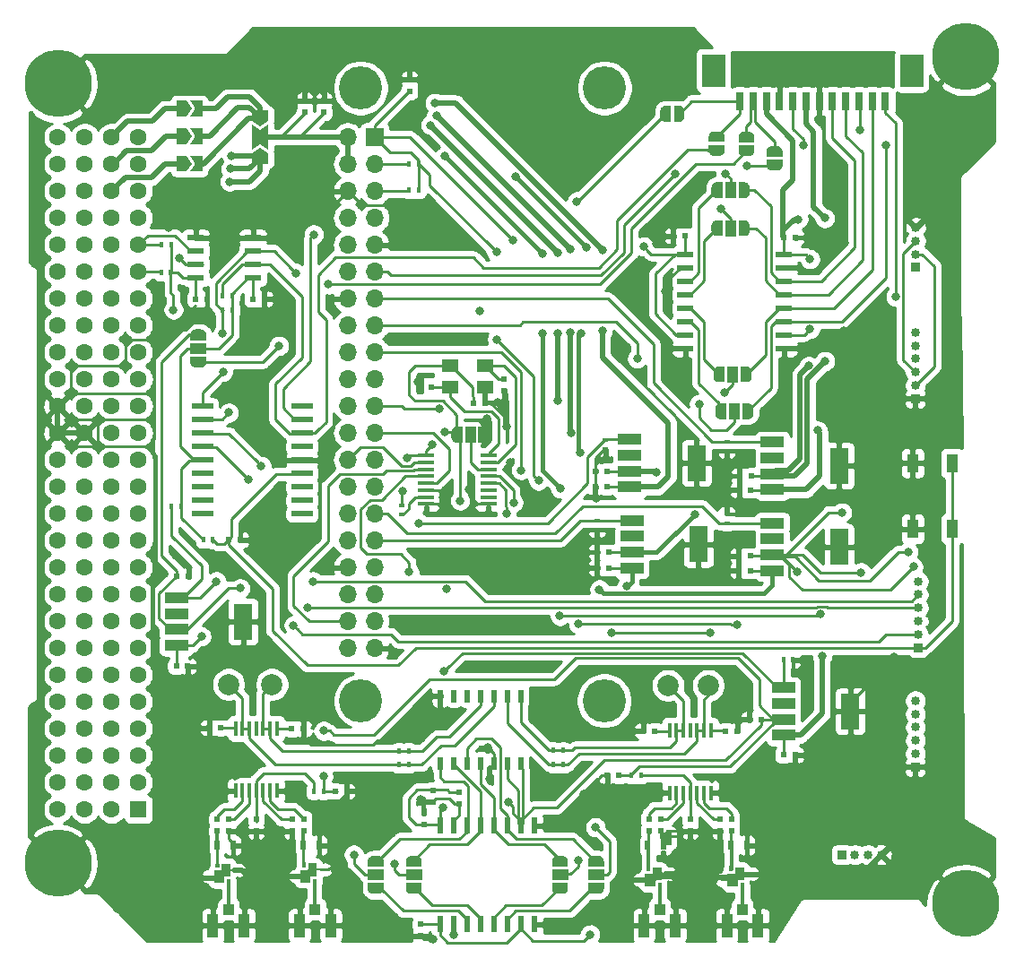
<source format=gbr>
G04 #@! TF.GenerationSoftware,KiCad,Pcbnew,(5.1.2)-2*
G04 #@! TF.CreationDate,2022-05-20T11:19:57-04:00*
G04 #@! TF.ProjectId,MAG_Plus,4d41475f-506c-4757-932e-6b696361645f,rev?*
G04 #@! TF.SameCoordinates,Original*
G04 #@! TF.FileFunction,Copper,L1,Top*
G04 #@! TF.FilePolarity,Positive*
%FSLAX46Y46*%
G04 Gerber Fmt 4.6, Leading zero omitted, Abs format (unit mm)*
G04 Created by KiCad (PCBNEW (5.1.2)-2) date 2022-05-20 11:19:57*
%MOMM*%
%LPD*%
G04 APERTURE LIST*
%ADD10C,0.100000*%
%ADD11C,6.350000*%
%ADD12C,1.600000*%
%ADD13R,1.600000X1.600000*%
%ADD14C,0.850000*%
%ADD15R,0.850000X0.850000*%
%ADD16C,4.064000*%
%ADD17C,0.300000*%
%ADD18O,1.700000X1.700000*%
%ADD19R,1.700000X1.700000*%
%ADD20R,0.400000X0.600000*%
%ADD21R,1.550000X0.600000*%
%ADD22R,0.500000X0.600000*%
%ADD23R,0.600000X0.500000*%
%ADD24R,0.450000X1.450000*%
%ADD25R,1.050000X2.200000*%
%ADD26R,1.000000X1.050000*%
%ADD27C,2.000000*%
%ADD28R,2.200000X3.100000*%
%ADD29R,0.800000X1.700000*%
%ADD30C,0.500000*%
%ADD31R,1.500000X1.000000*%
%ADD32R,0.600000X1.500000*%
%ADD33R,1.000000X1.500000*%
%ADD34R,1.500000X0.600000*%
%ADD35R,1.100000X1.800000*%
%ADD36R,2.000000X0.600000*%
%ADD37R,2.200000X1.000000*%
%ADD38R,1.800000X3.400000*%
%ADD39R,0.500000X0.900000*%
%ADD40R,0.600000X0.400000*%
%ADD41R,1.500000X0.450000*%
%ADD42R,1.600000X1.300000*%
%ADD43R,0.508000X1.143000*%
%ADD44C,0.350000*%
%ADD45C,0.800000*%
%ADD46R,0.250000X1.000000*%
%ADD47R,1.000000X0.250000*%
%ADD48C,0.250000*%
%ADD49C,0.500000*%
%ADD50C,0.400000*%
%ADD51C,0.350000*%
%ADD52C,0.254000*%
G04 APERTURE END LIST*
D10*
G36*
X94910000Y-120500000D02*
G01*
X93980000Y-120490000D01*
X93980000Y-119380000D01*
X94920000Y-119350000D01*
X94910000Y-120500000D01*
G37*
X94910000Y-120500000D02*
X93980000Y-120490000D01*
X93980000Y-119380000D01*
X94920000Y-119350000D01*
X94910000Y-120500000D01*
D11*
X37050000Y-122300000D03*
X37050000Y-48640000D03*
D12*
X42110000Y-53720000D03*
X44650000Y-53720000D03*
X42110000Y-56260000D03*
X44650000Y-56260000D03*
X42110000Y-58800000D03*
X44650000Y-58800000D03*
X42110000Y-61340000D03*
X44650000Y-61340000D03*
X42110000Y-63880000D03*
X44650000Y-63880000D03*
X42110000Y-66420000D03*
X44650000Y-66420000D03*
X42110000Y-68960000D03*
X44650000Y-68960000D03*
X42110000Y-71500000D03*
X44650000Y-71500000D03*
X42110000Y-74040000D03*
X44650000Y-74040000D03*
X42110000Y-76580000D03*
X44650000Y-76580000D03*
X42110000Y-79120000D03*
X44650000Y-79120000D03*
X42110000Y-81660000D03*
X44650000Y-81660000D03*
X42110000Y-84200000D03*
X44650000Y-84200000D03*
X42110000Y-86740000D03*
X44650000Y-86740000D03*
X42110000Y-89280000D03*
X44650000Y-89280000D03*
X42110000Y-91820000D03*
X44650000Y-91820000D03*
X42110000Y-94360000D03*
X44650000Y-94360000D03*
X42110000Y-96900000D03*
X44650000Y-96900000D03*
X42110000Y-99440000D03*
X44650000Y-99440000D03*
X42110000Y-101980000D03*
X44650000Y-101980000D03*
X42110000Y-104520000D03*
X44650000Y-104520000D03*
X42110000Y-107060000D03*
X44650000Y-107060000D03*
X42110000Y-109600000D03*
X44650000Y-109600000D03*
X42110000Y-112140000D03*
X44650000Y-112140000D03*
X42110000Y-114680000D03*
X44650000Y-114680000D03*
X42110000Y-117220000D03*
D13*
X44650000Y-117220000D03*
D12*
X37030000Y-53720000D03*
X39570000Y-53720000D03*
X37030000Y-56260000D03*
X39570000Y-56260000D03*
X37030000Y-58800000D03*
X39570000Y-58800000D03*
X37030000Y-61340000D03*
X39570000Y-61340000D03*
X37030000Y-63880000D03*
X39570000Y-63880000D03*
X37030000Y-66420000D03*
X39570000Y-66420000D03*
X37030000Y-68960000D03*
X39570000Y-68960000D03*
X37030000Y-71500000D03*
X39570000Y-71500000D03*
X37030000Y-74040000D03*
X39570000Y-74040000D03*
X37030000Y-76580000D03*
X39570000Y-76580000D03*
X37030000Y-79120000D03*
X39570000Y-79120000D03*
X37030000Y-81660000D03*
X39570000Y-81660000D03*
X37030000Y-84200000D03*
X39570000Y-84200000D03*
X37030000Y-86740000D03*
X39570000Y-86740000D03*
X37030000Y-89280000D03*
X39570000Y-89280000D03*
X37030000Y-91820000D03*
X39570000Y-91820000D03*
X37030000Y-94360000D03*
X39570000Y-94360000D03*
X37030000Y-96900000D03*
X39570000Y-96900000D03*
X37030000Y-99440000D03*
X39570000Y-99440000D03*
X37030000Y-101980000D03*
X39570000Y-101980000D03*
X37030000Y-104520000D03*
X39570000Y-104520000D03*
X37030000Y-107060000D03*
X39570000Y-107060000D03*
X37030000Y-109600000D03*
X39570000Y-109600000D03*
X37030000Y-112140000D03*
X39570000Y-112140000D03*
X37030000Y-114680000D03*
X39570000Y-114680000D03*
X37030000Y-117220000D03*
X39570000Y-117220000D03*
D11*
X122780000Y-126110000D03*
X122780000Y-46100000D03*
D14*
X118000000Y-72150000D03*
X118000000Y-73400000D03*
X118000000Y-74650000D03*
X118000000Y-75900000D03*
X118000000Y-77150000D03*
D15*
X118000000Y-78400000D03*
D14*
X118050000Y-62250000D03*
X118050000Y-63500000D03*
X118050000Y-64750000D03*
D15*
X118050000Y-66000000D03*
D16*
X65620000Y-49050000D03*
X65650000Y-106940000D03*
X88620000Y-106940000D03*
X88650000Y-49050000D03*
D17*
X56150000Y-55700000D03*
D10*
G36*
X56150000Y-54700000D02*
G01*
X56900000Y-55200000D01*
X56900000Y-56200000D01*
X55400000Y-56200000D01*
X55400000Y-55200000D01*
X56150000Y-54700000D01*
X56150000Y-54700000D01*
G37*
D17*
X56150000Y-53700000D03*
D10*
G36*
X56150000Y-53000000D02*
G01*
X56900000Y-52500000D01*
X56900000Y-54900000D01*
X56150000Y-54400000D01*
X55400000Y-54900000D01*
X55400000Y-52500000D01*
X56150000Y-53000000D01*
X56150000Y-53000000D01*
G37*
D17*
X56150000Y-51700000D03*
D10*
G36*
X56150000Y-52700000D02*
G01*
X55400000Y-52200000D01*
X55400000Y-51200000D01*
X56900000Y-51200000D01*
X56900000Y-52200000D01*
X56150000Y-52700000D01*
X56150000Y-52700000D01*
G37*
D17*
X48725000Y-56200000D03*
D10*
G36*
X49725000Y-56200000D02*
G01*
X49225000Y-56950000D01*
X48225000Y-56950000D01*
X48225000Y-55450000D01*
X49225000Y-55450000D01*
X49725000Y-56200000D01*
X49725000Y-56200000D01*
G37*
D17*
X50175000Y-56200000D03*
D10*
G36*
X50675000Y-56950000D02*
G01*
X49525000Y-56950000D01*
X50025000Y-56200000D01*
X49525000Y-55450000D01*
X50675000Y-55450000D01*
X50675000Y-56950000D01*
X50675000Y-56950000D01*
G37*
D17*
X50175000Y-53600000D03*
D10*
G36*
X50675000Y-54350000D02*
G01*
X49525000Y-54350000D01*
X50025000Y-53600000D01*
X49525000Y-52850000D01*
X50675000Y-52850000D01*
X50675000Y-54350000D01*
X50675000Y-54350000D01*
G37*
D17*
X48725000Y-53600000D03*
D10*
G36*
X49725000Y-53600000D02*
G01*
X49225000Y-54350000D01*
X48225000Y-54350000D01*
X48225000Y-52850000D01*
X49225000Y-52850000D01*
X49725000Y-53600000D01*
X49725000Y-53600000D01*
G37*
D17*
X48725000Y-51000000D03*
D10*
G36*
X49725000Y-51000000D02*
G01*
X49225000Y-51750000D01*
X48225000Y-51750000D01*
X48225000Y-50250000D01*
X49225000Y-50250000D01*
X49725000Y-51000000D01*
X49725000Y-51000000D01*
G37*
D17*
X50175000Y-51000000D03*
D10*
G36*
X50675000Y-51750000D02*
G01*
X49525000Y-51750000D01*
X50025000Y-51000000D01*
X49525000Y-50250000D01*
X50675000Y-50250000D01*
X50675000Y-51750000D01*
X50675000Y-51750000D01*
G37*
D18*
X64410000Y-101960000D03*
X66950000Y-101960000D03*
X64410000Y-99420000D03*
X66950000Y-99420000D03*
X64410000Y-96880000D03*
X66950000Y-96880000D03*
X64410000Y-94340000D03*
X66950000Y-94340000D03*
X64410000Y-91800000D03*
X66950000Y-91800000D03*
X64410000Y-89260000D03*
X66950000Y-89260000D03*
X64410000Y-86720000D03*
X66950000Y-86720000D03*
X64410000Y-84180000D03*
X66950000Y-84180000D03*
X64410000Y-81640000D03*
X66950000Y-81640000D03*
X64410000Y-79100000D03*
X66950000Y-79100000D03*
X64410000Y-76560000D03*
X66950000Y-76560000D03*
X64410000Y-74020000D03*
X66950000Y-74020000D03*
X64410000Y-71480000D03*
X66950000Y-71480000D03*
X64410000Y-68940000D03*
X66950000Y-68940000D03*
X64410000Y-66400000D03*
X66950000Y-66400000D03*
X64410000Y-63860000D03*
X66950000Y-63860000D03*
X64410000Y-61320000D03*
X66950000Y-61320000D03*
X64410000Y-58780000D03*
X66950000Y-58780000D03*
X64410000Y-56240000D03*
X66950000Y-56240000D03*
X64410000Y-53700000D03*
D19*
X66950000Y-53700000D03*
D20*
X70200000Y-56200000D03*
X71100000Y-56200000D03*
X71100000Y-58700000D03*
X70200000Y-58700000D03*
D21*
X50050000Y-67005000D03*
X50050000Y-65735000D03*
X50050000Y-64465000D03*
X50050000Y-63195000D03*
X55450000Y-63195000D03*
X55450000Y-64465000D03*
X55450000Y-65735000D03*
X55450000Y-67005000D03*
D20*
X46800000Y-66500000D03*
X47700000Y-66500000D03*
X47750000Y-63900000D03*
X46850000Y-63900000D03*
X52600000Y-68700000D03*
X53500000Y-68700000D03*
X53490000Y-70000000D03*
X52590000Y-70000000D03*
D22*
X60350000Y-50250000D03*
X60350000Y-51350000D03*
X62150000Y-51350000D03*
X62150000Y-50250000D03*
X70250000Y-48250000D03*
X70250000Y-49350000D03*
D23*
X51140000Y-69000000D03*
X50040000Y-69000000D03*
X55440000Y-69000000D03*
X56540000Y-69000000D03*
D24*
X94800000Y-109750000D03*
X95450000Y-109750000D03*
X96100000Y-109750000D03*
X96750000Y-109750000D03*
X97400000Y-109750000D03*
X98050000Y-109750000D03*
X98700000Y-109750000D03*
X98700000Y-115650000D03*
X98050000Y-115650000D03*
X97400000Y-115650000D03*
X96750000Y-115650000D03*
X96100000Y-115650000D03*
X95450000Y-115650000D03*
X94800000Y-115650000D03*
D25*
X92385000Y-128175000D03*
D26*
X93860000Y-126650000D03*
D25*
X95335000Y-128175000D03*
X103145000Y-128175000D03*
D26*
X101670000Y-126650000D03*
D25*
X100195000Y-128175000D03*
X51675000Y-128175000D03*
D26*
X53150000Y-126650000D03*
D25*
X54625000Y-128175000D03*
X62805000Y-128175000D03*
D26*
X61330000Y-126650000D03*
D25*
X59855000Y-128175000D03*
D23*
X88900000Y-114000000D03*
X90000000Y-114000000D03*
D22*
X96750000Y-119250000D03*
X96750000Y-118150000D03*
D23*
X63200000Y-115500000D03*
X64300000Y-115500000D03*
D22*
X55750000Y-118150000D03*
X55750000Y-119250000D03*
X92850000Y-119250000D03*
X92850000Y-118150000D03*
X93950000Y-118150000D03*
X93950000Y-119250000D03*
X99550000Y-119250000D03*
X99550000Y-118150000D03*
X100650000Y-118150000D03*
X100650000Y-119250000D03*
X52050000Y-118150000D03*
X52050000Y-119250000D03*
X53150000Y-119250000D03*
X53150000Y-118150000D03*
X59150000Y-118150000D03*
X59150000Y-119250000D03*
X60250000Y-119250000D03*
X60250000Y-118150000D03*
D23*
X93400000Y-109800000D03*
X92300000Y-109800000D03*
X101200000Y-109800000D03*
X100100000Y-109800000D03*
X51300000Y-109500000D03*
X52400000Y-109500000D03*
X59100000Y-109600000D03*
X60200000Y-109600000D03*
D20*
X91200000Y-114000000D03*
X92100000Y-114000000D03*
X62100000Y-115500000D03*
X61200000Y-115500000D03*
D27*
X94650000Y-105500000D03*
X98450000Y-105500000D03*
X53150000Y-105400000D03*
X57250000Y-105400000D03*
D24*
X53800000Y-109550000D03*
X54450000Y-109550000D03*
X55100000Y-109550000D03*
X55750000Y-109550000D03*
X56400000Y-109550000D03*
X57050000Y-109550000D03*
X57700000Y-109550000D03*
X57700000Y-115450000D03*
X57050000Y-115450000D03*
X56400000Y-115450000D03*
X55750000Y-115450000D03*
X55100000Y-115450000D03*
X54450000Y-115450000D03*
X53800000Y-115450000D03*
D28*
X98925000Y-47410000D03*
X117675000Y-47410000D03*
D29*
X101425000Y-50310000D03*
X102675000Y-50310000D03*
X103925000Y-50310000D03*
X105175000Y-50310000D03*
X106425000Y-50310000D03*
X107675000Y-50310000D03*
X108925000Y-50310000D03*
X110175000Y-50310000D03*
X111425000Y-50310000D03*
X112675000Y-50310000D03*
X113925000Y-50310000D03*
X115175000Y-50310000D03*
D30*
X102050000Y-55000000D03*
D10*
G36*
X102800000Y-54500000D02*
G01*
X102800000Y-55000000D01*
X102799398Y-55000000D01*
X102799398Y-55024534D01*
X102794588Y-55073365D01*
X102785016Y-55121490D01*
X102770772Y-55168445D01*
X102751995Y-55213778D01*
X102728864Y-55257051D01*
X102701604Y-55297850D01*
X102670476Y-55335779D01*
X102635779Y-55370476D01*
X102597850Y-55401604D01*
X102557051Y-55428864D01*
X102513778Y-55451995D01*
X102468445Y-55470772D01*
X102421490Y-55485016D01*
X102373365Y-55494588D01*
X102324534Y-55499398D01*
X102300000Y-55499398D01*
X102300000Y-55500000D01*
X101800000Y-55500000D01*
X101800000Y-55499398D01*
X101775466Y-55499398D01*
X101726635Y-55494588D01*
X101678510Y-55485016D01*
X101631555Y-55470772D01*
X101586222Y-55451995D01*
X101542949Y-55428864D01*
X101502150Y-55401604D01*
X101464221Y-55370476D01*
X101429524Y-55335779D01*
X101398396Y-55297850D01*
X101371136Y-55257051D01*
X101348005Y-55213778D01*
X101329228Y-55168445D01*
X101314984Y-55121490D01*
X101305412Y-55073365D01*
X101300602Y-55024534D01*
X101300602Y-55000000D01*
X101300000Y-55000000D01*
X101300000Y-54500000D01*
X102800000Y-54500000D01*
X102800000Y-54500000D01*
G37*
D30*
X102050000Y-53700000D03*
D10*
G36*
X101300602Y-53700000D02*
G01*
X101300602Y-53675466D01*
X101305412Y-53626635D01*
X101314984Y-53578510D01*
X101329228Y-53531555D01*
X101348005Y-53486222D01*
X101371136Y-53442949D01*
X101398396Y-53402150D01*
X101429524Y-53364221D01*
X101464221Y-53329524D01*
X101502150Y-53298396D01*
X101542949Y-53271136D01*
X101586222Y-53248005D01*
X101631555Y-53229228D01*
X101678510Y-53214984D01*
X101726635Y-53205412D01*
X101775466Y-53200602D01*
X101800000Y-53200602D01*
X101800000Y-53200000D01*
X102300000Y-53200000D01*
X102300000Y-53200602D01*
X102324534Y-53200602D01*
X102373365Y-53205412D01*
X102421490Y-53214984D01*
X102468445Y-53229228D01*
X102513778Y-53248005D01*
X102557051Y-53271136D01*
X102597850Y-53298396D01*
X102635779Y-53329524D01*
X102670476Y-53364221D01*
X102701604Y-53402150D01*
X102728864Y-53442949D01*
X102751995Y-53486222D01*
X102770772Y-53531555D01*
X102785016Y-53578510D01*
X102794588Y-53626635D01*
X102799398Y-53675466D01*
X102799398Y-53700000D01*
X102800000Y-53700000D01*
X102800000Y-54200000D01*
X101300000Y-54200000D01*
X101300000Y-53700000D01*
X101300602Y-53700000D01*
X101300602Y-53700000D01*
G37*
D30*
X99250000Y-53650000D03*
D10*
G36*
X98500602Y-53650000D02*
G01*
X98500602Y-53625466D01*
X98505412Y-53576635D01*
X98514984Y-53528510D01*
X98529228Y-53481555D01*
X98548005Y-53436222D01*
X98571136Y-53392949D01*
X98598396Y-53352150D01*
X98629524Y-53314221D01*
X98664221Y-53279524D01*
X98702150Y-53248396D01*
X98742949Y-53221136D01*
X98786222Y-53198005D01*
X98831555Y-53179228D01*
X98878510Y-53164984D01*
X98926635Y-53155412D01*
X98975466Y-53150602D01*
X99000000Y-53150602D01*
X99000000Y-53150000D01*
X99500000Y-53150000D01*
X99500000Y-53150602D01*
X99524534Y-53150602D01*
X99573365Y-53155412D01*
X99621490Y-53164984D01*
X99668445Y-53179228D01*
X99713778Y-53198005D01*
X99757051Y-53221136D01*
X99797850Y-53248396D01*
X99835779Y-53279524D01*
X99870476Y-53314221D01*
X99901604Y-53352150D01*
X99928864Y-53392949D01*
X99951995Y-53436222D01*
X99970772Y-53481555D01*
X99985016Y-53528510D01*
X99994588Y-53576635D01*
X99999398Y-53625466D01*
X99999398Y-53650000D01*
X100000000Y-53650000D01*
X100000000Y-54150000D01*
X98500000Y-54150000D01*
X98500000Y-53650000D01*
X98500602Y-53650000D01*
X98500602Y-53650000D01*
G37*
D30*
X99250000Y-54950000D03*
D10*
G36*
X100000000Y-54450000D02*
G01*
X100000000Y-54950000D01*
X99999398Y-54950000D01*
X99999398Y-54974534D01*
X99994588Y-55023365D01*
X99985016Y-55071490D01*
X99970772Y-55118445D01*
X99951995Y-55163778D01*
X99928864Y-55207051D01*
X99901604Y-55247850D01*
X99870476Y-55285779D01*
X99835779Y-55320476D01*
X99797850Y-55351604D01*
X99757051Y-55378864D01*
X99713778Y-55401995D01*
X99668445Y-55420772D01*
X99621490Y-55435016D01*
X99573365Y-55444588D01*
X99524534Y-55449398D01*
X99500000Y-55449398D01*
X99500000Y-55450000D01*
X99000000Y-55450000D01*
X99000000Y-55449398D01*
X98975466Y-55449398D01*
X98926635Y-55444588D01*
X98878510Y-55435016D01*
X98831555Y-55420772D01*
X98786222Y-55401995D01*
X98742949Y-55378864D01*
X98702150Y-55351604D01*
X98664221Y-55320476D01*
X98629524Y-55285779D01*
X98598396Y-55247850D01*
X98571136Y-55207051D01*
X98548005Y-55163778D01*
X98529228Y-55118445D01*
X98514984Y-55071490D01*
X98505412Y-55023365D01*
X98500602Y-54974534D01*
X98500602Y-54950000D01*
X98500000Y-54950000D01*
X98500000Y-54450000D01*
X100000000Y-54450000D01*
X100000000Y-54450000D01*
G37*
D31*
X70650000Y-123400000D03*
D30*
X70650000Y-122100000D03*
D10*
G36*
X69900602Y-122100000D02*
G01*
X69900602Y-122075466D01*
X69905412Y-122026635D01*
X69914984Y-121978510D01*
X69929228Y-121931555D01*
X69948005Y-121886222D01*
X69971136Y-121842949D01*
X69998396Y-121802150D01*
X70029524Y-121764221D01*
X70064221Y-121729524D01*
X70102150Y-121698396D01*
X70142949Y-121671136D01*
X70186222Y-121648005D01*
X70231555Y-121629228D01*
X70278510Y-121614984D01*
X70326635Y-121605412D01*
X70375466Y-121600602D01*
X70400000Y-121600602D01*
X70400000Y-121600000D01*
X70900000Y-121600000D01*
X70900000Y-121600602D01*
X70924534Y-121600602D01*
X70973365Y-121605412D01*
X71021490Y-121614984D01*
X71068445Y-121629228D01*
X71113778Y-121648005D01*
X71157051Y-121671136D01*
X71197850Y-121698396D01*
X71235779Y-121729524D01*
X71270476Y-121764221D01*
X71301604Y-121802150D01*
X71328864Y-121842949D01*
X71351995Y-121886222D01*
X71370772Y-121931555D01*
X71385016Y-121978510D01*
X71394588Y-122026635D01*
X71399398Y-122075466D01*
X71399398Y-122100000D01*
X71400000Y-122100000D01*
X71400000Y-122650000D01*
X69900000Y-122650000D01*
X69900000Y-122100000D01*
X69900602Y-122100000D01*
X69900602Y-122100000D01*
G37*
D30*
X70650000Y-124700000D03*
D10*
G36*
X71400000Y-124150000D02*
G01*
X71400000Y-124700000D01*
X71399398Y-124700000D01*
X71399398Y-124724534D01*
X71394588Y-124773365D01*
X71385016Y-124821490D01*
X71370772Y-124868445D01*
X71351995Y-124913778D01*
X71328864Y-124957051D01*
X71301604Y-124997850D01*
X71270476Y-125035779D01*
X71235779Y-125070476D01*
X71197850Y-125101604D01*
X71157051Y-125128864D01*
X71113778Y-125151995D01*
X71068445Y-125170772D01*
X71021490Y-125185016D01*
X70973365Y-125194588D01*
X70924534Y-125199398D01*
X70900000Y-125199398D01*
X70900000Y-125200000D01*
X70400000Y-125200000D01*
X70400000Y-125199398D01*
X70375466Y-125199398D01*
X70326635Y-125194588D01*
X70278510Y-125185016D01*
X70231555Y-125170772D01*
X70186222Y-125151995D01*
X70142949Y-125128864D01*
X70102150Y-125101604D01*
X70064221Y-125070476D01*
X70029524Y-125035779D01*
X69998396Y-124997850D01*
X69971136Y-124957051D01*
X69948005Y-124913778D01*
X69929228Y-124868445D01*
X69914984Y-124821490D01*
X69905412Y-124773365D01*
X69900602Y-124724534D01*
X69900602Y-124700000D01*
X69900000Y-124700000D01*
X69900000Y-124150000D01*
X71400000Y-124150000D01*
X71400000Y-124150000D01*
G37*
D31*
X87850000Y-123400000D03*
D30*
X87850000Y-122100000D03*
D10*
G36*
X87100602Y-122100000D02*
G01*
X87100602Y-122075466D01*
X87105412Y-122026635D01*
X87114984Y-121978510D01*
X87129228Y-121931555D01*
X87148005Y-121886222D01*
X87171136Y-121842949D01*
X87198396Y-121802150D01*
X87229524Y-121764221D01*
X87264221Y-121729524D01*
X87302150Y-121698396D01*
X87342949Y-121671136D01*
X87386222Y-121648005D01*
X87431555Y-121629228D01*
X87478510Y-121614984D01*
X87526635Y-121605412D01*
X87575466Y-121600602D01*
X87600000Y-121600602D01*
X87600000Y-121600000D01*
X88100000Y-121600000D01*
X88100000Y-121600602D01*
X88124534Y-121600602D01*
X88173365Y-121605412D01*
X88221490Y-121614984D01*
X88268445Y-121629228D01*
X88313778Y-121648005D01*
X88357051Y-121671136D01*
X88397850Y-121698396D01*
X88435779Y-121729524D01*
X88470476Y-121764221D01*
X88501604Y-121802150D01*
X88528864Y-121842949D01*
X88551995Y-121886222D01*
X88570772Y-121931555D01*
X88585016Y-121978510D01*
X88594588Y-122026635D01*
X88599398Y-122075466D01*
X88599398Y-122100000D01*
X88600000Y-122100000D01*
X88600000Y-122650000D01*
X87100000Y-122650000D01*
X87100000Y-122100000D01*
X87100602Y-122100000D01*
X87100602Y-122100000D01*
G37*
D30*
X87850000Y-124700000D03*
D10*
G36*
X88600000Y-124150000D02*
G01*
X88600000Y-124700000D01*
X88599398Y-124700000D01*
X88599398Y-124724534D01*
X88594588Y-124773365D01*
X88585016Y-124821490D01*
X88570772Y-124868445D01*
X88551995Y-124913778D01*
X88528864Y-124957051D01*
X88501604Y-124997850D01*
X88470476Y-125035779D01*
X88435779Y-125070476D01*
X88397850Y-125101604D01*
X88357051Y-125128864D01*
X88313778Y-125151995D01*
X88268445Y-125170772D01*
X88221490Y-125185016D01*
X88173365Y-125194588D01*
X88124534Y-125199398D01*
X88100000Y-125199398D01*
X88100000Y-125200000D01*
X87600000Y-125200000D01*
X87600000Y-125199398D01*
X87575466Y-125199398D01*
X87526635Y-125194588D01*
X87478510Y-125185016D01*
X87431555Y-125170772D01*
X87386222Y-125151995D01*
X87342949Y-125128864D01*
X87302150Y-125101604D01*
X87264221Y-125070476D01*
X87229524Y-125035779D01*
X87198396Y-124997850D01*
X87171136Y-124957051D01*
X87148005Y-124913778D01*
X87129228Y-124868445D01*
X87114984Y-124821490D01*
X87105412Y-124773365D01*
X87100602Y-124724534D01*
X87100602Y-124700000D01*
X87100000Y-124700000D01*
X87100000Y-124150000D01*
X88600000Y-124150000D01*
X88600000Y-124150000D01*
G37*
D30*
X84450000Y-124700000D03*
D10*
G36*
X85200000Y-124150000D02*
G01*
X85200000Y-124700000D01*
X85199398Y-124700000D01*
X85199398Y-124724534D01*
X85194588Y-124773365D01*
X85185016Y-124821490D01*
X85170772Y-124868445D01*
X85151995Y-124913778D01*
X85128864Y-124957051D01*
X85101604Y-124997850D01*
X85070476Y-125035779D01*
X85035779Y-125070476D01*
X84997850Y-125101604D01*
X84957051Y-125128864D01*
X84913778Y-125151995D01*
X84868445Y-125170772D01*
X84821490Y-125185016D01*
X84773365Y-125194588D01*
X84724534Y-125199398D01*
X84700000Y-125199398D01*
X84700000Y-125200000D01*
X84200000Y-125200000D01*
X84200000Y-125199398D01*
X84175466Y-125199398D01*
X84126635Y-125194588D01*
X84078510Y-125185016D01*
X84031555Y-125170772D01*
X83986222Y-125151995D01*
X83942949Y-125128864D01*
X83902150Y-125101604D01*
X83864221Y-125070476D01*
X83829524Y-125035779D01*
X83798396Y-124997850D01*
X83771136Y-124957051D01*
X83748005Y-124913778D01*
X83729228Y-124868445D01*
X83714984Y-124821490D01*
X83705412Y-124773365D01*
X83700602Y-124724534D01*
X83700602Y-124700000D01*
X83700000Y-124700000D01*
X83700000Y-124150000D01*
X85200000Y-124150000D01*
X85200000Y-124150000D01*
G37*
D30*
X84450000Y-122100000D03*
D10*
G36*
X83700602Y-122100000D02*
G01*
X83700602Y-122075466D01*
X83705412Y-122026635D01*
X83714984Y-121978510D01*
X83729228Y-121931555D01*
X83748005Y-121886222D01*
X83771136Y-121842949D01*
X83798396Y-121802150D01*
X83829524Y-121764221D01*
X83864221Y-121729524D01*
X83902150Y-121698396D01*
X83942949Y-121671136D01*
X83986222Y-121648005D01*
X84031555Y-121629228D01*
X84078510Y-121614984D01*
X84126635Y-121605412D01*
X84175466Y-121600602D01*
X84200000Y-121600602D01*
X84200000Y-121600000D01*
X84700000Y-121600000D01*
X84700000Y-121600602D01*
X84724534Y-121600602D01*
X84773365Y-121605412D01*
X84821490Y-121614984D01*
X84868445Y-121629228D01*
X84913778Y-121648005D01*
X84957051Y-121671136D01*
X84997850Y-121698396D01*
X85035779Y-121729524D01*
X85070476Y-121764221D01*
X85101604Y-121802150D01*
X85128864Y-121842949D01*
X85151995Y-121886222D01*
X85170772Y-121931555D01*
X85185016Y-121978510D01*
X85194588Y-122026635D01*
X85199398Y-122075466D01*
X85199398Y-122100000D01*
X85200000Y-122100000D01*
X85200000Y-122650000D01*
X83700000Y-122650000D01*
X83700000Y-122100000D01*
X83700602Y-122100000D01*
X83700602Y-122100000D01*
G37*
D31*
X84450000Y-123400000D03*
D30*
X67050000Y-124700000D03*
D10*
G36*
X67800000Y-124150000D02*
G01*
X67800000Y-124700000D01*
X67799398Y-124700000D01*
X67799398Y-124724534D01*
X67794588Y-124773365D01*
X67785016Y-124821490D01*
X67770772Y-124868445D01*
X67751995Y-124913778D01*
X67728864Y-124957051D01*
X67701604Y-124997850D01*
X67670476Y-125035779D01*
X67635779Y-125070476D01*
X67597850Y-125101604D01*
X67557051Y-125128864D01*
X67513778Y-125151995D01*
X67468445Y-125170772D01*
X67421490Y-125185016D01*
X67373365Y-125194588D01*
X67324534Y-125199398D01*
X67300000Y-125199398D01*
X67300000Y-125200000D01*
X66800000Y-125200000D01*
X66800000Y-125199398D01*
X66775466Y-125199398D01*
X66726635Y-125194588D01*
X66678510Y-125185016D01*
X66631555Y-125170772D01*
X66586222Y-125151995D01*
X66542949Y-125128864D01*
X66502150Y-125101604D01*
X66464221Y-125070476D01*
X66429524Y-125035779D01*
X66398396Y-124997850D01*
X66371136Y-124957051D01*
X66348005Y-124913778D01*
X66329228Y-124868445D01*
X66314984Y-124821490D01*
X66305412Y-124773365D01*
X66300602Y-124724534D01*
X66300602Y-124700000D01*
X66300000Y-124700000D01*
X66300000Y-124150000D01*
X67800000Y-124150000D01*
X67800000Y-124150000D01*
G37*
D30*
X67050000Y-122100000D03*
D10*
G36*
X66300602Y-122100000D02*
G01*
X66300602Y-122075466D01*
X66305412Y-122026635D01*
X66314984Y-121978510D01*
X66329228Y-121931555D01*
X66348005Y-121886222D01*
X66371136Y-121842949D01*
X66398396Y-121802150D01*
X66429524Y-121764221D01*
X66464221Y-121729524D01*
X66502150Y-121698396D01*
X66542949Y-121671136D01*
X66586222Y-121648005D01*
X66631555Y-121629228D01*
X66678510Y-121614984D01*
X66726635Y-121605412D01*
X66775466Y-121600602D01*
X66800000Y-121600602D01*
X66800000Y-121600000D01*
X67300000Y-121600000D01*
X67300000Y-121600602D01*
X67324534Y-121600602D01*
X67373365Y-121605412D01*
X67421490Y-121614984D01*
X67468445Y-121629228D01*
X67513778Y-121648005D01*
X67557051Y-121671136D01*
X67597850Y-121698396D01*
X67635779Y-121729524D01*
X67670476Y-121764221D01*
X67701604Y-121802150D01*
X67728864Y-121842949D01*
X67751995Y-121886222D01*
X67770772Y-121931555D01*
X67785016Y-121978510D01*
X67794588Y-122026635D01*
X67799398Y-122075466D01*
X67799398Y-122100000D01*
X67800000Y-122100000D01*
X67800000Y-122650000D01*
X66300000Y-122650000D01*
X66300000Y-122100000D01*
X66300602Y-122100000D01*
X66300602Y-122100000D01*
G37*
D31*
X67050000Y-123400000D03*
D32*
X73105000Y-118750000D03*
X74375000Y-118750000D03*
X75645000Y-118750000D03*
X76915000Y-118750000D03*
X78185000Y-118750000D03*
X79455000Y-118750000D03*
X80725000Y-118750000D03*
X81995000Y-118750000D03*
X81995000Y-128050000D03*
X80725000Y-128050000D03*
X79455000Y-128050000D03*
X78185000Y-128050000D03*
X76915000Y-128050000D03*
X75645000Y-128050000D03*
X74375000Y-128050000D03*
X73105000Y-128050000D03*
D30*
X99250000Y-58700000D03*
D10*
G36*
X99800000Y-59450000D02*
G01*
X99250000Y-59450000D01*
X99250000Y-59449398D01*
X99225466Y-59449398D01*
X99176635Y-59444588D01*
X99128510Y-59435016D01*
X99081555Y-59420772D01*
X99036222Y-59401995D01*
X98992949Y-59378864D01*
X98952150Y-59351604D01*
X98914221Y-59320476D01*
X98879524Y-59285779D01*
X98848396Y-59247850D01*
X98821136Y-59207051D01*
X98798005Y-59163778D01*
X98779228Y-59118445D01*
X98764984Y-59071490D01*
X98755412Y-59023365D01*
X98750602Y-58974534D01*
X98750602Y-58950000D01*
X98750000Y-58950000D01*
X98750000Y-58450000D01*
X98750602Y-58450000D01*
X98750602Y-58425466D01*
X98755412Y-58376635D01*
X98764984Y-58328510D01*
X98779228Y-58281555D01*
X98798005Y-58236222D01*
X98821136Y-58192949D01*
X98848396Y-58152150D01*
X98879524Y-58114221D01*
X98914221Y-58079524D01*
X98952150Y-58048396D01*
X98992949Y-58021136D01*
X99036222Y-57998005D01*
X99081555Y-57979228D01*
X99128510Y-57964984D01*
X99176635Y-57955412D01*
X99225466Y-57950602D01*
X99250000Y-57950602D01*
X99250000Y-57950000D01*
X99800000Y-57950000D01*
X99800000Y-59450000D01*
X99800000Y-59450000D01*
G37*
D30*
X101850000Y-58700000D03*
D10*
G36*
X101850000Y-57950602D02*
G01*
X101874534Y-57950602D01*
X101923365Y-57955412D01*
X101971490Y-57964984D01*
X102018445Y-57979228D01*
X102063778Y-57998005D01*
X102107051Y-58021136D01*
X102147850Y-58048396D01*
X102185779Y-58079524D01*
X102220476Y-58114221D01*
X102251604Y-58152150D01*
X102278864Y-58192949D01*
X102301995Y-58236222D01*
X102320772Y-58281555D01*
X102335016Y-58328510D01*
X102344588Y-58376635D01*
X102349398Y-58425466D01*
X102349398Y-58450000D01*
X102350000Y-58450000D01*
X102350000Y-58950000D01*
X102349398Y-58950000D01*
X102349398Y-58974534D01*
X102344588Y-59023365D01*
X102335016Y-59071490D01*
X102320772Y-59118445D01*
X102301995Y-59163778D01*
X102278864Y-59207051D01*
X102251604Y-59247850D01*
X102220476Y-59285779D01*
X102185779Y-59320476D01*
X102147850Y-59351604D01*
X102107051Y-59378864D01*
X102063778Y-59401995D01*
X102018445Y-59420772D01*
X101971490Y-59435016D01*
X101923365Y-59444588D01*
X101874534Y-59449398D01*
X101850000Y-59449398D01*
X101850000Y-59450000D01*
X101300000Y-59450000D01*
X101300000Y-57950000D01*
X101850000Y-57950000D01*
X101850000Y-57950602D01*
X101850000Y-57950602D01*
G37*
D33*
X100550000Y-58700000D03*
D30*
X99610000Y-79590000D03*
D10*
G36*
X100160000Y-80340000D02*
G01*
X99610000Y-80340000D01*
X99610000Y-80339398D01*
X99585466Y-80339398D01*
X99536635Y-80334588D01*
X99488510Y-80325016D01*
X99441555Y-80310772D01*
X99396222Y-80291995D01*
X99352949Y-80268864D01*
X99312150Y-80241604D01*
X99274221Y-80210476D01*
X99239524Y-80175779D01*
X99208396Y-80137850D01*
X99181136Y-80097051D01*
X99158005Y-80053778D01*
X99139228Y-80008445D01*
X99124984Y-79961490D01*
X99115412Y-79913365D01*
X99110602Y-79864534D01*
X99110602Y-79840000D01*
X99110000Y-79840000D01*
X99110000Y-79340000D01*
X99110602Y-79340000D01*
X99110602Y-79315466D01*
X99115412Y-79266635D01*
X99124984Y-79218510D01*
X99139228Y-79171555D01*
X99158005Y-79126222D01*
X99181136Y-79082949D01*
X99208396Y-79042150D01*
X99239524Y-79004221D01*
X99274221Y-78969524D01*
X99312150Y-78938396D01*
X99352949Y-78911136D01*
X99396222Y-78888005D01*
X99441555Y-78869228D01*
X99488510Y-78854984D01*
X99536635Y-78845412D01*
X99585466Y-78840602D01*
X99610000Y-78840602D01*
X99610000Y-78840000D01*
X100160000Y-78840000D01*
X100160000Y-80340000D01*
X100160000Y-80340000D01*
G37*
D30*
X102210000Y-79590000D03*
D10*
G36*
X102210000Y-78840602D02*
G01*
X102234534Y-78840602D01*
X102283365Y-78845412D01*
X102331490Y-78854984D01*
X102378445Y-78869228D01*
X102423778Y-78888005D01*
X102467051Y-78911136D01*
X102507850Y-78938396D01*
X102545779Y-78969524D01*
X102580476Y-79004221D01*
X102611604Y-79042150D01*
X102638864Y-79082949D01*
X102661995Y-79126222D01*
X102680772Y-79171555D01*
X102695016Y-79218510D01*
X102704588Y-79266635D01*
X102709398Y-79315466D01*
X102709398Y-79340000D01*
X102710000Y-79340000D01*
X102710000Y-79840000D01*
X102709398Y-79840000D01*
X102709398Y-79864534D01*
X102704588Y-79913365D01*
X102695016Y-79961490D01*
X102680772Y-80008445D01*
X102661995Y-80053778D01*
X102638864Y-80097051D01*
X102611604Y-80137850D01*
X102580476Y-80175779D01*
X102545779Y-80210476D01*
X102507850Y-80241604D01*
X102467051Y-80268864D01*
X102423778Y-80291995D01*
X102378445Y-80310772D01*
X102331490Y-80325016D01*
X102283365Y-80334588D01*
X102234534Y-80339398D01*
X102210000Y-80339398D01*
X102210000Y-80340000D01*
X101660000Y-80340000D01*
X101660000Y-78840000D01*
X102210000Y-78840000D01*
X102210000Y-78840602D01*
X102210000Y-78840602D01*
G37*
D33*
X100910000Y-79590000D03*
X100550000Y-62300000D03*
D30*
X101850000Y-62300000D03*
D10*
G36*
X101850000Y-61550602D02*
G01*
X101874534Y-61550602D01*
X101923365Y-61555412D01*
X101971490Y-61564984D01*
X102018445Y-61579228D01*
X102063778Y-61598005D01*
X102107051Y-61621136D01*
X102147850Y-61648396D01*
X102185779Y-61679524D01*
X102220476Y-61714221D01*
X102251604Y-61752150D01*
X102278864Y-61792949D01*
X102301995Y-61836222D01*
X102320772Y-61881555D01*
X102335016Y-61928510D01*
X102344588Y-61976635D01*
X102349398Y-62025466D01*
X102349398Y-62050000D01*
X102350000Y-62050000D01*
X102350000Y-62550000D01*
X102349398Y-62550000D01*
X102349398Y-62574534D01*
X102344588Y-62623365D01*
X102335016Y-62671490D01*
X102320772Y-62718445D01*
X102301995Y-62763778D01*
X102278864Y-62807051D01*
X102251604Y-62847850D01*
X102220476Y-62885779D01*
X102185779Y-62920476D01*
X102147850Y-62951604D01*
X102107051Y-62978864D01*
X102063778Y-63001995D01*
X102018445Y-63020772D01*
X101971490Y-63035016D01*
X101923365Y-63044588D01*
X101874534Y-63049398D01*
X101850000Y-63049398D01*
X101850000Y-63050000D01*
X101300000Y-63050000D01*
X101300000Y-61550000D01*
X101850000Y-61550000D01*
X101850000Y-61550602D01*
X101850000Y-61550602D01*
G37*
D30*
X99250000Y-62300000D03*
D10*
G36*
X99800000Y-63050000D02*
G01*
X99250000Y-63050000D01*
X99250000Y-63049398D01*
X99225466Y-63049398D01*
X99176635Y-63044588D01*
X99128510Y-63035016D01*
X99081555Y-63020772D01*
X99036222Y-63001995D01*
X98992949Y-62978864D01*
X98952150Y-62951604D01*
X98914221Y-62920476D01*
X98879524Y-62885779D01*
X98848396Y-62847850D01*
X98821136Y-62807051D01*
X98798005Y-62763778D01*
X98779228Y-62718445D01*
X98764984Y-62671490D01*
X98755412Y-62623365D01*
X98750602Y-62574534D01*
X98750602Y-62550000D01*
X98750000Y-62550000D01*
X98750000Y-62050000D01*
X98750602Y-62050000D01*
X98750602Y-62025466D01*
X98755412Y-61976635D01*
X98764984Y-61928510D01*
X98779228Y-61881555D01*
X98798005Y-61836222D01*
X98821136Y-61792949D01*
X98848396Y-61752150D01*
X98879524Y-61714221D01*
X98914221Y-61679524D01*
X98952150Y-61648396D01*
X98992949Y-61621136D01*
X99036222Y-61598005D01*
X99081555Y-61579228D01*
X99128510Y-61564984D01*
X99176635Y-61555412D01*
X99225466Y-61550602D01*
X99250000Y-61550602D01*
X99250000Y-61550000D01*
X99800000Y-61550000D01*
X99800000Y-63050000D01*
X99800000Y-63050000D01*
G37*
D33*
X100750000Y-76100000D03*
D30*
X102050000Y-76100000D03*
D10*
G36*
X102050000Y-75350602D02*
G01*
X102074534Y-75350602D01*
X102123365Y-75355412D01*
X102171490Y-75364984D01*
X102218445Y-75379228D01*
X102263778Y-75398005D01*
X102307051Y-75421136D01*
X102347850Y-75448396D01*
X102385779Y-75479524D01*
X102420476Y-75514221D01*
X102451604Y-75552150D01*
X102478864Y-75592949D01*
X102501995Y-75636222D01*
X102520772Y-75681555D01*
X102535016Y-75728510D01*
X102544588Y-75776635D01*
X102549398Y-75825466D01*
X102549398Y-75850000D01*
X102550000Y-75850000D01*
X102550000Y-76350000D01*
X102549398Y-76350000D01*
X102549398Y-76374534D01*
X102544588Y-76423365D01*
X102535016Y-76471490D01*
X102520772Y-76518445D01*
X102501995Y-76563778D01*
X102478864Y-76607051D01*
X102451604Y-76647850D01*
X102420476Y-76685779D01*
X102385779Y-76720476D01*
X102347850Y-76751604D01*
X102307051Y-76778864D01*
X102263778Y-76801995D01*
X102218445Y-76820772D01*
X102171490Y-76835016D01*
X102123365Y-76844588D01*
X102074534Y-76849398D01*
X102050000Y-76849398D01*
X102050000Y-76850000D01*
X101500000Y-76850000D01*
X101500000Y-75350000D01*
X102050000Y-75350000D01*
X102050000Y-75350602D01*
X102050000Y-75350602D01*
G37*
D30*
X99450000Y-76100000D03*
D10*
G36*
X100000000Y-76850000D02*
G01*
X99450000Y-76850000D01*
X99450000Y-76849398D01*
X99425466Y-76849398D01*
X99376635Y-76844588D01*
X99328510Y-76835016D01*
X99281555Y-76820772D01*
X99236222Y-76801995D01*
X99192949Y-76778864D01*
X99152150Y-76751604D01*
X99114221Y-76720476D01*
X99079524Y-76685779D01*
X99048396Y-76647850D01*
X99021136Y-76607051D01*
X98998005Y-76563778D01*
X98979228Y-76518445D01*
X98964984Y-76471490D01*
X98955412Y-76423365D01*
X98950602Y-76374534D01*
X98950602Y-76350000D01*
X98950000Y-76350000D01*
X98950000Y-75850000D01*
X98950602Y-75850000D01*
X98950602Y-75825466D01*
X98955412Y-75776635D01*
X98964984Y-75728510D01*
X98979228Y-75681555D01*
X98998005Y-75636222D01*
X99021136Y-75592949D01*
X99048396Y-75552150D01*
X99079524Y-75514221D01*
X99114221Y-75479524D01*
X99152150Y-75448396D01*
X99192949Y-75421136D01*
X99236222Y-75398005D01*
X99281555Y-75379228D01*
X99328510Y-75364984D01*
X99376635Y-75355412D01*
X99425466Y-75350602D01*
X99450000Y-75350602D01*
X99450000Y-75350000D01*
X100000000Y-75350000D01*
X100000000Y-76850000D01*
X100000000Y-76850000D01*
G37*
D34*
X105600000Y-64755000D03*
X105600000Y-66025000D03*
X105600000Y-67295000D03*
X105600000Y-68565000D03*
X105600000Y-69835000D03*
X105600000Y-71105000D03*
X105600000Y-72375000D03*
X105600000Y-73645000D03*
X96300000Y-73645000D03*
X96300000Y-72375000D03*
X96300000Y-71105000D03*
X96300000Y-69835000D03*
X96300000Y-68565000D03*
X96300000Y-67295000D03*
X96300000Y-66025000D03*
X96300000Y-64755000D03*
D22*
X74960000Y-116660000D03*
X74960000Y-115560000D03*
X72460000Y-115390000D03*
X72460000Y-116490000D03*
D14*
X114800000Y-121480000D03*
X113550000Y-121480000D03*
X112300000Y-121480000D03*
D15*
X111050000Y-121480000D03*
D22*
X71590000Y-118640000D03*
X71590000Y-117540000D03*
X71280000Y-129160000D03*
X71280000Y-128060000D03*
D23*
X106680000Y-63180000D03*
X105580000Y-63180000D03*
X96240000Y-63030000D03*
X95140000Y-63030000D03*
X53160000Y-91730000D03*
X54260000Y-91730000D03*
D20*
X51650000Y-91750000D03*
X50750000Y-91750000D03*
D35*
X121450000Y-84500000D03*
X121450000Y-90700000D03*
X117750000Y-84500000D03*
X117750000Y-90700000D03*
D14*
X118280000Y-95670000D03*
X118280000Y-96920000D03*
X118280000Y-98170000D03*
X118280000Y-99420000D03*
X118280000Y-100670000D03*
D15*
X118280000Y-101920000D03*
D36*
X50680000Y-89270000D03*
X50680000Y-88000000D03*
X50680000Y-86730000D03*
X50680000Y-85460000D03*
X50680000Y-84190000D03*
X50680000Y-82920000D03*
X50680000Y-81650000D03*
X50680000Y-80380000D03*
X50680000Y-79110000D03*
X60080000Y-79110000D03*
X60080000Y-80380000D03*
X60080000Y-81650000D03*
X60080000Y-82920000D03*
X60080000Y-84190000D03*
X60080000Y-85460000D03*
X60080000Y-86730000D03*
X60080000Y-88000000D03*
X60080000Y-89270000D03*
D23*
X101300000Y-94650000D03*
X102400000Y-94650000D03*
X102400000Y-93250000D03*
X101300000Y-93250000D03*
X101350000Y-87050000D03*
X102450000Y-87050000D03*
X102500000Y-85700000D03*
X101400000Y-85700000D03*
X106660000Y-112070000D03*
X105560000Y-112070000D03*
X102350000Y-108720000D03*
X103450000Y-108720000D03*
X48210000Y-103680000D03*
X49310000Y-103680000D03*
X48260000Y-95170000D03*
X49360000Y-95170000D03*
D37*
X104500000Y-94650000D03*
X104500000Y-91650000D03*
D38*
X110800000Y-92400000D03*
D37*
X104500000Y-93150000D03*
X104500000Y-90150000D03*
X104500000Y-82500000D03*
X104500000Y-85500000D03*
D38*
X110800000Y-84750000D03*
D37*
X104500000Y-84000000D03*
X104500000Y-87000000D03*
X105560000Y-110200000D03*
X105560000Y-107200000D03*
D38*
X111860000Y-107950000D03*
D37*
X105560000Y-108700000D03*
X105560000Y-105700000D03*
X48220000Y-97220000D03*
X48220000Y-100220000D03*
D38*
X54520000Y-99470000D03*
D37*
X48220000Y-98720000D03*
X48220000Y-101720000D03*
D30*
X94410000Y-51490000D03*
D10*
G36*
X94910000Y-52240000D02*
G01*
X94410000Y-52240000D01*
X94410000Y-52239398D01*
X94385466Y-52239398D01*
X94336635Y-52234588D01*
X94288510Y-52225016D01*
X94241555Y-52210772D01*
X94196222Y-52191995D01*
X94152949Y-52168864D01*
X94112150Y-52141604D01*
X94074221Y-52110476D01*
X94039524Y-52075779D01*
X94008396Y-52037850D01*
X93981136Y-51997051D01*
X93958005Y-51953778D01*
X93939228Y-51908445D01*
X93924984Y-51861490D01*
X93915412Y-51813365D01*
X93910602Y-51764534D01*
X93910602Y-51740000D01*
X93910000Y-51740000D01*
X93910000Y-51240000D01*
X93910602Y-51240000D01*
X93910602Y-51215466D01*
X93915412Y-51166635D01*
X93924984Y-51118510D01*
X93939228Y-51071555D01*
X93958005Y-51026222D01*
X93981136Y-50982949D01*
X94008396Y-50942150D01*
X94039524Y-50904221D01*
X94074221Y-50869524D01*
X94112150Y-50838396D01*
X94152949Y-50811136D01*
X94196222Y-50788005D01*
X94241555Y-50769228D01*
X94288510Y-50754984D01*
X94336635Y-50745412D01*
X94385466Y-50740602D01*
X94410000Y-50740602D01*
X94410000Y-50740000D01*
X94910000Y-50740000D01*
X94910000Y-52240000D01*
X94910000Y-52240000D01*
G37*
D30*
X95710000Y-51490000D03*
D10*
G36*
X95710000Y-50740602D02*
G01*
X95734534Y-50740602D01*
X95783365Y-50745412D01*
X95831490Y-50754984D01*
X95878445Y-50769228D01*
X95923778Y-50788005D01*
X95967051Y-50811136D01*
X96007850Y-50838396D01*
X96045779Y-50869524D01*
X96080476Y-50904221D01*
X96111604Y-50942150D01*
X96138864Y-50982949D01*
X96161995Y-51026222D01*
X96180772Y-51071555D01*
X96195016Y-51118510D01*
X96204588Y-51166635D01*
X96209398Y-51215466D01*
X96209398Y-51240000D01*
X96210000Y-51240000D01*
X96210000Y-51740000D01*
X96209398Y-51740000D01*
X96209398Y-51764534D01*
X96204588Y-51813365D01*
X96195016Y-51861490D01*
X96180772Y-51908445D01*
X96161995Y-51953778D01*
X96138864Y-51997051D01*
X96111604Y-52037850D01*
X96080476Y-52075779D01*
X96045779Y-52110476D01*
X96007850Y-52141604D01*
X95967051Y-52168864D01*
X95923778Y-52191995D01*
X95878445Y-52210772D01*
X95831490Y-52225016D01*
X95783365Y-52234588D01*
X95734534Y-52239398D01*
X95710000Y-52239398D01*
X95710000Y-52240000D01*
X95210000Y-52240000D01*
X95210000Y-50740000D01*
X95710000Y-50740000D01*
X95710000Y-50740602D01*
X95710000Y-50740602D01*
G37*
D20*
X83850000Y-111650000D03*
X84750000Y-111650000D03*
X84750000Y-113000000D03*
X83850000Y-113000000D03*
X70150000Y-113000000D03*
X69250000Y-113000000D03*
X69250000Y-111700000D03*
X70150000Y-111700000D03*
D39*
X92710000Y-120600000D03*
X94210000Y-120600000D03*
X100596000Y-120600000D03*
X102096000Y-120600000D03*
X53582000Y-120600000D03*
X52082000Y-120600000D03*
X61710000Y-120600000D03*
X60210000Y-120600000D03*
D30*
X50292000Y-72360000D03*
D10*
G36*
X49542000Y-72910000D02*
G01*
X49542000Y-72360000D01*
X49542602Y-72360000D01*
X49542602Y-72335466D01*
X49547412Y-72286635D01*
X49556984Y-72238510D01*
X49571228Y-72191555D01*
X49590005Y-72146222D01*
X49613136Y-72102949D01*
X49640396Y-72062150D01*
X49671524Y-72024221D01*
X49706221Y-71989524D01*
X49744150Y-71958396D01*
X49784949Y-71931136D01*
X49828222Y-71908005D01*
X49873555Y-71889228D01*
X49920510Y-71874984D01*
X49968635Y-71865412D01*
X50017466Y-71860602D01*
X50042000Y-71860602D01*
X50042000Y-71860000D01*
X50542000Y-71860000D01*
X50542000Y-71860602D01*
X50566534Y-71860602D01*
X50615365Y-71865412D01*
X50663490Y-71874984D01*
X50710445Y-71889228D01*
X50755778Y-71908005D01*
X50799051Y-71931136D01*
X50839850Y-71958396D01*
X50877779Y-71989524D01*
X50912476Y-72024221D01*
X50943604Y-72062150D01*
X50970864Y-72102949D01*
X50993995Y-72146222D01*
X51012772Y-72191555D01*
X51027016Y-72238510D01*
X51036588Y-72286635D01*
X51041398Y-72335466D01*
X51041398Y-72360000D01*
X51042000Y-72360000D01*
X51042000Y-72910000D01*
X49542000Y-72910000D01*
X49542000Y-72910000D01*
G37*
D30*
X50292000Y-74960000D03*
D10*
G36*
X51041398Y-74960000D02*
G01*
X51041398Y-74984534D01*
X51036588Y-75033365D01*
X51027016Y-75081490D01*
X51012772Y-75128445D01*
X50993995Y-75173778D01*
X50970864Y-75217051D01*
X50943604Y-75257850D01*
X50912476Y-75295779D01*
X50877779Y-75330476D01*
X50839850Y-75361604D01*
X50799051Y-75388864D01*
X50755778Y-75411995D01*
X50710445Y-75430772D01*
X50663490Y-75445016D01*
X50615365Y-75454588D01*
X50566534Y-75459398D01*
X50542000Y-75459398D01*
X50542000Y-75460000D01*
X50042000Y-75460000D01*
X50042000Y-75459398D01*
X50017466Y-75459398D01*
X49968635Y-75454588D01*
X49920510Y-75445016D01*
X49873555Y-75430772D01*
X49828222Y-75411995D01*
X49784949Y-75388864D01*
X49744150Y-75361604D01*
X49706221Y-75330476D01*
X49671524Y-75295779D01*
X49640396Y-75257850D01*
X49613136Y-75217051D01*
X49590005Y-75173778D01*
X49571228Y-75128445D01*
X49556984Y-75081490D01*
X49547412Y-75033365D01*
X49542602Y-74984534D01*
X49542602Y-74960000D01*
X49542000Y-74960000D01*
X49542000Y-74410000D01*
X51042000Y-74410000D01*
X51042000Y-74960000D01*
X51041398Y-74960000D01*
X51041398Y-74960000D01*
G37*
D31*
X50292000Y-73660000D03*
D40*
X100200000Y-89300000D03*
X100200000Y-90200000D03*
X100200000Y-82450000D03*
X100200000Y-83350000D03*
D20*
X48650000Y-88600000D03*
X47750000Y-88600000D03*
X106450000Y-103100000D03*
X105550000Y-103100000D03*
D30*
X104700000Y-56350000D03*
D10*
G36*
X105450000Y-55850000D02*
G01*
X105450000Y-56350000D01*
X105449398Y-56350000D01*
X105449398Y-56374534D01*
X105444588Y-56423365D01*
X105435016Y-56471490D01*
X105420772Y-56518445D01*
X105401995Y-56563778D01*
X105378864Y-56607051D01*
X105351604Y-56647850D01*
X105320476Y-56685779D01*
X105285779Y-56720476D01*
X105247850Y-56751604D01*
X105207051Y-56778864D01*
X105163778Y-56801995D01*
X105118445Y-56820772D01*
X105071490Y-56835016D01*
X105023365Y-56844588D01*
X104974534Y-56849398D01*
X104950000Y-56849398D01*
X104950000Y-56850000D01*
X104450000Y-56850000D01*
X104450000Y-56849398D01*
X104425466Y-56849398D01*
X104376635Y-56844588D01*
X104328510Y-56835016D01*
X104281555Y-56820772D01*
X104236222Y-56801995D01*
X104192949Y-56778864D01*
X104152150Y-56751604D01*
X104114221Y-56720476D01*
X104079524Y-56685779D01*
X104048396Y-56647850D01*
X104021136Y-56607051D01*
X103998005Y-56563778D01*
X103979228Y-56518445D01*
X103964984Y-56471490D01*
X103955412Y-56423365D01*
X103950602Y-56374534D01*
X103950602Y-56350000D01*
X103950000Y-56350000D01*
X103950000Y-55850000D01*
X105450000Y-55850000D01*
X105450000Y-55850000D01*
G37*
D30*
X104700000Y-55050000D03*
D10*
G36*
X103950602Y-55050000D02*
G01*
X103950602Y-55025466D01*
X103955412Y-54976635D01*
X103964984Y-54928510D01*
X103979228Y-54881555D01*
X103998005Y-54836222D01*
X104021136Y-54792949D01*
X104048396Y-54752150D01*
X104079524Y-54714221D01*
X104114221Y-54679524D01*
X104152150Y-54648396D01*
X104192949Y-54621136D01*
X104236222Y-54598005D01*
X104281555Y-54579228D01*
X104328510Y-54564984D01*
X104376635Y-54555412D01*
X104425466Y-54550602D01*
X104450000Y-54550602D01*
X104450000Y-54550000D01*
X104950000Y-54550000D01*
X104950000Y-54550602D01*
X104974534Y-54550602D01*
X105023365Y-54555412D01*
X105071490Y-54564984D01*
X105118445Y-54579228D01*
X105163778Y-54598005D01*
X105207051Y-54621136D01*
X105247850Y-54648396D01*
X105285779Y-54679524D01*
X105320476Y-54714221D01*
X105351604Y-54752150D01*
X105378864Y-54792949D01*
X105401995Y-54836222D01*
X105420772Y-54881555D01*
X105435016Y-54928510D01*
X105444588Y-54976635D01*
X105449398Y-55025466D01*
X105449398Y-55050000D01*
X105450000Y-55050000D01*
X105450000Y-55550000D01*
X103950000Y-55550000D01*
X103950000Y-55050000D01*
X103950602Y-55050000D01*
X103950602Y-55050000D01*
G37*
D23*
X89050000Y-94400000D03*
X87950000Y-94400000D03*
X87960000Y-92900000D03*
X89060000Y-92900000D03*
D40*
X87950000Y-90800000D03*
X87950000Y-89900000D03*
D37*
X91225000Y-89900000D03*
X91225000Y-92900000D03*
D38*
X97525000Y-92150000D03*
D37*
X91225000Y-91400000D03*
X91225000Y-94400000D03*
D22*
X72300000Y-77280000D03*
X72300000Y-76180000D03*
D23*
X77340000Y-78840000D03*
X76240000Y-78840000D03*
D22*
X79190000Y-77660000D03*
X79190000Y-76560000D03*
D23*
X87780000Y-86760000D03*
X88880000Y-86760000D03*
X88890000Y-85250000D03*
X87790000Y-85250000D03*
D14*
X118000000Y-106950000D03*
X118000000Y-108200000D03*
X118000000Y-109450000D03*
X118000000Y-110700000D03*
X118000000Y-111950000D03*
D15*
X118000000Y-113200000D03*
D40*
X69520000Y-89370000D03*
X69520000Y-88470000D03*
X88740000Y-83190000D03*
X88740000Y-82290000D03*
D41*
X77690000Y-83795000D03*
X77690000Y-84445000D03*
X77690000Y-85095000D03*
X77690000Y-85745000D03*
X77690000Y-86395000D03*
X77690000Y-87045000D03*
X77690000Y-87695000D03*
X77690000Y-88345000D03*
X71790000Y-88345000D03*
X71790000Y-87695000D03*
X71790000Y-87045000D03*
X71790000Y-86395000D03*
X71790000Y-85745000D03*
X71790000Y-85095000D03*
X71790000Y-84445000D03*
X71790000Y-83795000D03*
D42*
X74050000Y-75290000D03*
X77350000Y-75290000D03*
X77350000Y-77290000D03*
X74050000Y-77290000D03*
D37*
X91050000Y-82250000D03*
X91050000Y-85250000D03*
D38*
X97350000Y-84500000D03*
D37*
X91050000Y-83750000D03*
X91050000Y-86750000D03*
D30*
X77290000Y-81800000D03*
D10*
G36*
X76740000Y-81050000D02*
G01*
X77290000Y-81050000D01*
X77290000Y-81050602D01*
X77314534Y-81050602D01*
X77363365Y-81055412D01*
X77411490Y-81064984D01*
X77458445Y-81079228D01*
X77503778Y-81098005D01*
X77547051Y-81121136D01*
X77587850Y-81148396D01*
X77625779Y-81179524D01*
X77660476Y-81214221D01*
X77691604Y-81252150D01*
X77718864Y-81292949D01*
X77741995Y-81336222D01*
X77760772Y-81381555D01*
X77775016Y-81428510D01*
X77784588Y-81476635D01*
X77789398Y-81525466D01*
X77789398Y-81550000D01*
X77790000Y-81550000D01*
X77790000Y-82050000D01*
X77789398Y-82050000D01*
X77789398Y-82074534D01*
X77784588Y-82123365D01*
X77775016Y-82171490D01*
X77760772Y-82218445D01*
X77741995Y-82263778D01*
X77718864Y-82307051D01*
X77691604Y-82347850D01*
X77660476Y-82385779D01*
X77625779Y-82420476D01*
X77587850Y-82451604D01*
X77547051Y-82478864D01*
X77503778Y-82501995D01*
X77458445Y-82520772D01*
X77411490Y-82535016D01*
X77363365Y-82544588D01*
X77314534Y-82549398D01*
X77290000Y-82549398D01*
X77290000Y-82550000D01*
X76740000Y-82550000D01*
X76740000Y-81050000D01*
X76740000Y-81050000D01*
G37*
D30*
X74690000Y-81800000D03*
D10*
G36*
X74690000Y-82549398D02*
G01*
X74665466Y-82549398D01*
X74616635Y-82544588D01*
X74568510Y-82535016D01*
X74521555Y-82520772D01*
X74476222Y-82501995D01*
X74432949Y-82478864D01*
X74392150Y-82451604D01*
X74354221Y-82420476D01*
X74319524Y-82385779D01*
X74288396Y-82347850D01*
X74261136Y-82307051D01*
X74238005Y-82263778D01*
X74219228Y-82218445D01*
X74204984Y-82171490D01*
X74195412Y-82123365D01*
X74190602Y-82074534D01*
X74190602Y-82050000D01*
X74190000Y-82050000D01*
X74190000Y-81550000D01*
X74190602Y-81550000D01*
X74190602Y-81525466D01*
X74195412Y-81476635D01*
X74204984Y-81428510D01*
X74219228Y-81381555D01*
X74238005Y-81336222D01*
X74261136Y-81292949D01*
X74288396Y-81252150D01*
X74319524Y-81214221D01*
X74354221Y-81179524D01*
X74392150Y-81148396D01*
X74432949Y-81121136D01*
X74476222Y-81098005D01*
X74521555Y-81079228D01*
X74568510Y-81064984D01*
X74616635Y-81055412D01*
X74665466Y-81050602D01*
X74690000Y-81050602D01*
X74690000Y-81050000D01*
X75240000Y-81050000D01*
X75240000Y-82550000D01*
X74690000Y-82550000D01*
X74690000Y-82549398D01*
X74690000Y-82549398D01*
G37*
D33*
X75990000Y-81800000D03*
D43*
X75680000Y-112848000D03*
X80760000Y-112848000D03*
X79490000Y-112848000D03*
X78220000Y-112848000D03*
X76950000Y-112848000D03*
X74410000Y-112848000D03*
X73140000Y-112848000D03*
X73140000Y-106498000D03*
X74410000Y-106498000D03*
X75680000Y-106498000D03*
X76950000Y-106498000D03*
X78220000Y-106498000D03*
X79490000Y-106498000D03*
X80760000Y-106498000D03*
D44*
X93860000Y-124320000D03*
D10*
G36*
X94035000Y-124495000D02*
G01*
X94020000Y-124495000D01*
X94020000Y-124640000D01*
X93700000Y-124640000D01*
X93700000Y-124495000D01*
X93685000Y-124495000D01*
X93685000Y-124145000D01*
X94035000Y-124145000D01*
X94035000Y-124495000D01*
X94035000Y-124495000D01*
G37*
D44*
X92800000Y-122860000D03*
D10*
G36*
X92970000Y-122685000D02*
G01*
X92975000Y-122685000D01*
X92975000Y-123035000D01*
X92625000Y-123035000D01*
X92625000Y-122685000D01*
X92640000Y-122685000D01*
X92640000Y-122540000D01*
X92970000Y-122540000D01*
X92970000Y-122685000D01*
X92970000Y-122685000D01*
G37*
D45*
X93030000Y-123890000D03*
D10*
G36*
X94030975Y-122685096D02*
G01*
X94031913Y-122685381D01*
X94032778Y-122685843D01*
X94033536Y-122686464D01*
X94034157Y-122687222D01*
X94034619Y-122688087D01*
X94034904Y-122689025D01*
X94035000Y-122690000D01*
X94035000Y-123890000D01*
X94034904Y-123890975D01*
X94034619Y-123891913D01*
X94034157Y-123892778D01*
X94033536Y-123893536D01*
X94032778Y-123894157D01*
X94031913Y-123894619D01*
X94030975Y-123894904D01*
X94030000Y-123895000D01*
X93435000Y-123895000D01*
X93435000Y-124490000D01*
X93434904Y-124490975D01*
X93434619Y-124491913D01*
X93434157Y-124492778D01*
X93433536Y-124493536D01*
X93432778Y-124494157D01*
X93431913Y-124494619D01*
X93430975Y-124494904D01*
X93430000Y-124495000D01*
X92630000Y-124495000D01*
X92629025Y-124494904D01*
X92628087Y-124494619D01*
X92627222Y-124494157D01*
X92626464Y-124493536D01*
X92625843Y-124492778D01*
X92625381Y-124491913D01*
X92625096Y-124490975D01*
X92625000Y-124490000D01*
X92480000Y-124490000D01*
X92480000Y-123300000D01*
X92625000Y-123300000D01*
X92625000Y-123290000D01*
X92625096Y-123289025D01*
X92625381Y-123288087D01*
X92625843Y-123287222D01*
X92626464Y-123286464D01*
X92627222Y-123285843D01*
X92628087Y-123285381D01*
X92629025Y-123285096D01*
X92630000Y-123285000D01*
X93127928Y-123285000D01*
X93225000Y-123187928D01*
X93225000Y-122690000D01*
X93225096Y-122689025D01*
X93225381Y-122688087D01*
X93225843Y-122687222D01*
X93226464Y-122686464D01*
X93227222Y-122685843D01*
X93228087Y-122685381D01*
X93229025Y-122685096D01*
X93230000Y-122685000D01*
X94030000Y-122685000D01*
X94030975Y-122685096D01*
X94030975Y-122685096D01*
G37*
D46*
X92810000Y-122530000D03*
X93870000Y-124650000D03*
D47*
X94400000Y-123280000D03*
X92380000Y-123880000D03*
X51680000Y-123530000D03*
X53700000Y-122930000D03*
D46*
X53170000Y-124300000D03*
X52110000Y-122180000D03*
D45*
X52330000Y-123540000D03*
D10*
G36*
X53330975Y-122335096D02*
G01*
X53331913Y-122335381D01*
X53332778Y-122335843D01*
X53333536Y-122336464D01*
X53334157Y-122337222D01*
X53334619Y-122338087D01*
X53334904Y-122339025D01*
X53335000Y-122340000D01*
X53335000Y-123540000D01*
X53334904Y-123540975D01*
X53334619Y-123541913D01*
X53334157Y-123542778D01*
X53333536Y-123543536D01*
X53332778Y-123544157D01*
X53331913Y-123544619D01*
X53330975Y-123544904D01*
X53330000Y-123545000D01*
X52735000Y-123545000D01*
X52735000Y-124140000D01*
X52734904Y-124140975D01*
X52734619Y-124141913D01*
X52734157Y-124142778D01*
X52733536Y-124143536D01*
X52732778Y-124144157D01*
X52731913Y-124144619D01*
X52730975Y-124144904D01*
X52730000Y-124145000D01*
X51930000Y-124145000D01*
X51929025Y-124144904D01*
X51928087Y-124144619D01*
X51927222Y-124144157D01*
X51926464Y-124143536D01*
X51925843Y-124142778D01*
X51925381Y-124141913D01*
X51925096Y-124140975D01*
X51925000Y-124140000D01*
X51780000Y-124140000D01*
X51780000Y-122950000D01*
X51925000Y-122950000D01*
X51925000Y-122940000D01*
X51925096Y-122939025D01*
X51925381Y-122938087D01*
X51925843Y-122937222D01*
X51926464Y-122936464D01*
X51927222Y-122935843D01*
X51928087Y-122935381D01*
X51929025Y-122935096D01*
X51930000Y-122935000D01*
X52427928Y-122935000D01*
X52525000Y-122837928D01*
X52525000Y-122340000D01*
X52525096Y-122339025D01*
X52525381Y-122338087D01*
X52525843Y-122337222D01*
X52526464Y-122336464D01*
X52527222Y-122335843D01*
X52528087Y-122335381D01*
X52529025Y-122335096D01*
X52530000Y-122335000D01*
X53330000Y-122335000D01*
X53330975Y-122335096D01*
X53330975Y-122335096D01*
G37*
D44*
X52100000Y-122510000D03*
D10*
G36*
X52270000Y-122335000D02*
G01*
X52275000Y-122335000D01*
X52275000Y-122685000D01*
X51925000Y-122685000D01*
X51925000Y-122335000D01*
X51940000Y-122335000D01*
X51940000Y-122190000D01*
X52270000Y-122190000D01*
X52270000Y-122335000D01*
X52270000Y-122335000D01*
G37*
D44*
X53160000Y-123970000D03*
D10*
G36*
X53335000Y-124145000D02*
G01*
X53320000Y-124145000D01*
X53320000Y-124290000D01*
X53000000Y-124290000D01*
X53000000Y-124145000D01*
X52985000Y-124145000D01*
X52985000Y-123795000D01*
X53335000Y-123795000D01*
X53335000Y-124145000D01*
X53335000Y-124145000D01*
G37*
D44*
X61300000Y-123950000D03*
D10*
G36*
X61475000Y-124125000D02*
G01*
X61460000Y-124125000D01*
X61460000Y-124270000D01*
X61140000Y-124270000D01*
X61140000Y-124125000D01*
X61125000Y-124125000D01*
X61125000Y-123775000D01*
X61475000Y-123775000D01*
X61475000Y-124125000D01*
X61475000Y-124125000D01*
G37*
D44*
X60240000Y-122490000D03*
D10*
G36*
X60410000Y-122315000D02*
G01*
X60415000Y-122315000D01*
X60415000Y-122665000D01*
X60065000Y-122665000D01*
X60065000Y-122315000D01*
X60080000Y-122315000D01*
X60080000Y-122170000D01*
X60410000Y-122170000D01*
X60410000Y-122315000D01*
X60410000Y-122315000D01*
G37*
D45*
X60470000Y-123520000D03*
D10*
G36*
X61470975Y-122315096D02*
G01*
X61471913Y-122315381D01*
X61472778Y-122315843D01*
X61473536Y-122316464D01*
X61474157Y-122317222D01*
X61474619Y-122318087D01*
X61474904Y-122319025D01*
X61475000Y-122320000D01*
X61475000Y-123520000D01*
X61474904Y-123520975D01*
X61474619Y-123521913D01*
X61474157Y-123522778D01*
X61473536Y-123523536D01*
X61472778Y-123524157D01*
X61471913Y-123524619D01*
X61470975Y-123524904D01*
X61470000Y-123525000D01*
X60875000Y-123525000D01*
X60875000Y-124120000D01*
X60874904Y-124120975D01*
X60874619Y-124121913D01*
X60874157Y-124122778D01*
X60873536Y-124123536D01*
X60872778Y-124124157D01*
X60871913Y-124124619D01*
X60870975Y-124124904D01*
X60870000Y-124125000D01*
X60070000Y-124125000D01*
X60069025Y-124124904D01*
X60068087Y-124124619D01*
X60067222Y-124124157D01*
X60066464Y-124123536D01*
X60065843Y-124122778D01*
X60065381Y-124121913D01*
X60065096Y-124120975D01*
X60065000Y-124120000D01*
X59920000Y-124120000D01*
X59920000Y-122930000D01*
X60065000Y-122930000D01*
X60065000Y-122920000D01*
X60065096Y-122919025D01*
X60065381Y-122918087D01*
X60065843Y-122917222D01*
X60066464Y-122916464D01*
X60067222Y-122915843D01*
X60068087Y-122915381D01*
X60069025Y-122915096D01*
X60070000Y-122915000D01*
X60567928Y-122915000D01*
X60665000Y-122817928D01*
X60665000Y-122320000D01*
X60665096Y-122319025D01*
X60665381Y-122318087D01*
X60665843Y-122317222D01*
X60666464Y-122316464D01*
X60667222Y-122315843D01*
X60668087Y-122315381D01*
X60669025Y-122315096D01*
X60670000Y-122315000D01*
X61470000Y-122315000D01*
X61470975Y-122315096D01*
X61470975Y-122315096D01*
G37*
D46*
X60250000Y-122160000D03*
X61310000Y-124280000D03*
D47*
X61840000Y-122910000D03*
X59820000Y-123510000D03*
X100160000Y-123880000D03*
X102180000Y-123280000D03*
D46*
X101650000Y-124650000D03*
X100590000Y-122530000D03*
D45*
X100810000Y-123890000D03*
D10*
G36*
X101810975Y-122685096D02*
G01*
X101811913Y-122685381D01*
X101812778Y-122685843D01*
X101813536Y-122686464D01*
X101814157Y-122687222D01*
X101814619Y-122688087D01*
X101814904Y-122689025D01*
X101815000Y-122690000D01*
X101815000Y-123890000D01*
X101814904Y-123890975D01*
X101814619Y-123891913D01*
X101814157Y-123892778D01*
X101813536Y-123893536D01*
X101812778Y-123894157D01*
X101811913Y-123894619D01*
X101810975Y-123894904D01*
X101810000Y-123895000D01*
X101215000Y-123895000D01*
X101215000Y-124490000D01*
X101214904Y-124490975D01*
X101214619Y-124491913D01*
X101214157Y-124492778D01*
X101213536Y-124493536D01*
X101212778Y-124494157D01*
X101211913Y-124494619D01*
X101210975Y-124494904D01*
X101210000Y-124495000D01*
X100410000Y-124495000D01*
X100409025Y-124494904D01*
X100408087Y-124494619D01*
X100407222Y-124494157D01*
X100406464Y-124493536D01*
X100405843Y-124492778D01*
X100405381Y-124491913D01*
X100405096Y-124490975D01*
X100405000Y-124490000D01*
X100260000Y-124490000D01*
X100260000Y-123300000D01*
X100405000Y-123300000D01*
X100405000Y-123290000D01*
X100405096Y-123289025D01*
X100405381Y-123288087D01*
X100405843Y-123287222D01*
X100406464Y-123286464D01*
X100407222Y-123285843D01*
X100408087Y-123285381D01*
X100409025Y-123285096D01*
X100410000Y-123285000D01*
X100907928Y-123285000D01*
X101005000Y-123187928D01*
X101005000Y-122690000D01*
X101005096Y-122689025D01*
X101005381Y-122688087D01*
X101005843Y-122687222D01*
X101006464Y-122686464D01*
X101007222Y-122685843D01*
X101008087Y-122685381D01*
X101009025Y-122685096D01*
X101010000Y-122685000D01*
X101810000Y-122685000D01*
X101810975Y-122685096D01*
X101810975Y-122685096D01*
G37*
D44*
X100580000Y-122860000D03*
D10*
G36*
X100750000Y-122685000D02*
G01*
X100755000Y-122685000D01*
X100755000Y-123035000D01*
X100405000Y-123035000D01*
X100405000Y-122685000D01*
X100420000Y-122685000D01*
X100420000Y-122540000D01*
X100750000Y-122540000D01*
X100750000Y-122685000D01*
X100750000Y-122685000D01*
G37*
D44*
X101640000Y-124320000D03*
D10*
G36*
X101815000Y-124495000D02*
G01*
X101800000Y-124495000D01*
X101800000Y-124640000D01*
X101480000Y-124640000D01*
X101480000Y-124495000D01*
X101465000Y-124495000D01*
X101465000Y-124145000D01*
X101815000Y-124145000D01*
X101815000Y-124495000D01*
X101815000Y-124495000D01*
G37*
D45*
X76840000Y-70160000D03*
X53450000Y-55500000D03*
X53350000Y-56700000D03*
X53250000Y-57900000D03*
X85390000Y-64250000D03*
X72775000Y-51635000D03*
X50594999Y-100874999D03*
X72220000Y-52560000D03*
X108780001Y-81419999D03*
X73599998Y-55484990D03*
X84265000Y-64605000D03*
X109200000Y-102700000D03*
X82800000Y-64700000D03*
X80275000Y-57450000D03*
X86925000Y-64125000D03*
X88160001Y-96430000D03*
X90730000Y-96150000D03*
X84500000Y-86900000D03*
X82800000Y-72220000D03*
X84260006Y-72230000D03*
X85390000Y-72120000D03*
X84260006Y-78629994D03*
X86400000Y-72200000D03*
X86314990Y-83521960D03*
X85520002Y-81640002D03*
X88460000Y-64330000D03*
X72620000Y-50470000D03*
X88470000Y-72010000D03*
X87290000Y-129020000D03*
X92340000Y-64050000D03*
X57912000Y-73406000D03*
X78449998Y-64550002D03*
X80000000Y-63400000D03*
X78500000Y-72800000D03*
X82420000Y-86150000D03*
X80770000Y-85160000D03*
X48475000Y-65100000D03*
X47950000Y-70000000D03*
X54245000Y-96315000D03*
X59300000Y-99810000D03*
X59510000Y-66530000D03*
X62585010Y-67620000D03*
X52610000Y-72200000D03*
X52620000Y-75904000D03*
X71040000Y-76850000D03*
X58650000Y-49960000D03*
X58650000Y-56170000D03*
X94430000Y-68300000D03*
X93540000Y-63810000D03*
X111210000Y-71960000D03*
X86694268Y-117281045D03*
X86650000Y-115725000D03*
X74397489Y-129075000D03*
X72470000Y-129510000D03*
X55890000Y-60180000D03*
X71320000Y-116260000D03*
X66780000Y-114650000D03*
X68030000Y-117080000D03*
X82300000Y-115900000D03*
X83440000Y-107550000D03*
X70650000Y-108750000D03*
X80310000Y-103540000D03*
X81670000Y-99350000D03*
X73760000Y-96400000D03*
X79720000Y-84450000D03*
X75990000Y-72800000D03*
X79600000Y-48100000D03*
X106030000Y-46950000D03*
X113550000Y-70310000D03*
X113500000Y-73550000D03*
X115700000Y-104300000D03*
X120170000Y-119070000D03*
X115050000Y-124300000D03*
X107340000Y-121540000D03*
X56530000Y-81620000D03*
X55118000Y-71628000D03*
X55770000Y-46150000D03*
X49160000Y-114430000D03*
X43690000Y-121200000D03*
X64500000Y-114100000D03*
X47518795Y-62284990D03*
X107800000Y-103800000D03*
X48200000Y-93200000D03*
X71500000Y-61900000D03*
X111300000Y-63700000D03*
X116172340Y-88802340D03*
X99400000Y-86700000D03*
X100170000Y-91530000D03*
X101690000Y-105360000D03*
X93640000Y-107950000D03*
X81900000Y-87800000D03*
X73410000Y-87710002D03*
X75830000Y-86970000D03*
X78937340Y-94452660D03*
X116010000Y-102800000D03*
X87910000Y-87780000D03*
X77582340Y-80315010D03*
X79440000Y-81070000D03*
X73480000Y-72800000D03*
X91610000Y-67060000D03*
X77770000Y-114350000D03*
X77620000Y-111340000D03*
X62140000Y-109790000D03*
X62100000Y-114099998D03*
X79570000Y-116530000D03*
X73410000Y-117020000D03*
X108050000Y-65220000D03*
X108050002Y-71830010D03*
X107940000Y-75330000D03*
X106960000Y-61450000D03*
X109460000Y-61360000D03*
X109470000Y-74850000D03*
X95302340Y-57192340D03*
X107400000Y-54500000D03*
X115250000Y-54500000D03*
X112750000Y-53000000D03*
X91740000Y-74620000D03*
X116140000Y-68780000D03*
X117330000Y-92890000D03*
X112870000Y-94810000D03*
X111060000Y-89160000D03*
X72360000Y-82740000D03*
X73530000Y-81530000D03*
X69560000Y-87170000D03*
X70040000Y-84020000D03*
X75020000Y-88040000D03*
X106870000Y-94780000D03*
X109050000Y-98760000D03*
X84434840Y-98935160D03*
X117810000Y-94290000D03*
X61200000Y-62900000D03*
X53180000Y-79730000D03*
X56250000Y-84760000D03*
X61100000Y-95660000D03*
X55020002Y-86000000D03*
X60580000Y-98180000D03*
X52000000Y-95670000D03*
X100098857Y-57128857D03*
X97580000Y-78910000D03*
X73049844Y-79350165D03*
X99620000Y-60510000D03*
X99970000Y-77860000D03*
X68820000Y-122370000D03*
X87800000Y-118910000D03*
X70215536Y-94789770D03*
X86150000Y-122000000D03*
X64990000Y-121490000D03*
X86040000Y-59770000D03*
X73500000Y-104164990D03*
X102100000Y-56400000D03*
X97190000Y-89340000D03*
X93550000Y-85370000D03*
X71120000Y-90160000D03*
X98660000Y-100510000D03*
X89280000Y-100510000D03*
X80044990Y-88224139D03*
X79400000Y-89250000D03*
X101150000Y-99720000D03*
X86180000Y-99675010D03*
D48*
X55950000Y-55500000D02*
X56150000Y-55700000D01*
D49*
X53450000Y-55500000D02*
X55950000Y-55500000D01*
X55150000Y-56700000D02*
X56150000Y-55700000D01*
X53350000Y-56700000D02*
X55150000Y-56700000D01*
X53250000Y-57900000D02*
X53815685Y-57900000D01*
X53815685Y-57900000D02*
X55150000Y-57900000D01*
X56150000Y-55700000D02*
X56150000Y-56900000D01*
X55150000Y-57900000D02*
X56150000Y-56900000D01*
X64410000Y-56240000D02*
X64410000Y-53700000D01*
D48*
X56150000Y-53400000D02*
X56524990Y-53025010D01*
X56524990Y-53025010D02*
X56534626Y-53025010D01*
X56150000Y-53700000D02*
X56150000Y-53400000D01*
X56150000Y-53700000D02*
X56750000Y-53100000D01*
D49*
X59850000Y-53700000D02*
X64410000Y-53700000D01*
D48*
X60350000Y-51500000D02*
X60350000Y-51350000D01*
X62150000Y-51400000D02*
X62150000Y-51350000D01*
X59850000Y-53700000D02*
X62150000Y-51400000D01*
D49*
X56150000Y-53700000D02*
X58350000Y-53700000D01*
X58350000Y-53700000D02*
X60150000Y-53700000D01*
D48*
X58050000Y-53700000D02*
X57550000Y-53700000D01*
X60350000Y-51350000D02*
X60350000Y-51400000D01*
X60350000Y-51400000D02*
X58050000Y-53700000D01*
X48210000Y-101730000D02*
X48220000Y-101720000D01*
X48210000Y-103680000D02*
X48210000Y-101730000D01*
X105560000Y-110200000D02*
X105560000Y-112070000D01*
D49*
X85390000Y-64250000D02*
X72775000Y-51635000D01*
D48*
X50195000Y-101274998D02*
X50594999Y-100874999D01*
X49749998Y-101720000D02*
X50195000Y-101274998D01*
X48220000Y-101720000D02*
X49749998Y-101720000D01*
X104450000Y-87050000D02*
X104500000Y-87000000D01*
X102450000Y-87050000D02*
X104450000Y-87050000D01*
X102400000Y-94650000D02*
X104500000Y-94650000D01*
D49*
X109000000Y-81639998D02*
X108780001Y-81419999D01*
X109000000Y-85700000D02*
X109000000Y-81639998D01*
X104500000Y-87000000D02*
X107700000Y-87000000D01*
X107700000Y-87000000D02*
X109000000Y-85700000D01*
X72220000Y-52560000D02*
X84265000Y-64605000D01*
D48*
X105560000Y-110200000D02*
X106160000Y-110200000D01*
D50*
X73599998Y-55484990D02*
X82800000Y-64684992D01*
D48*
X82800000Y-64684992D02*
X82800000Y-64700000D01*
X86925000Y-64100000D02*
X86925000Y-64125000D01*
X89050000Y-94400000D02*
X91225000Y-94400000D01*
D50*
X91225000Y-95665000D02*
X91225000Y-94400000D01*
D48*
X90730000Y-96150000D02*
X90740000Y-96150000D01*
D50*
X90740000Y-96150000D02*
X91225000Y-95665000D01*
X80275000Y-57450000D02*
X86925000Y-64100000D01*
X88560000Y-96829999D02*
X88160001Y-96430000D01*
X104500000Y-94650000D02*
X104500000Y-96000000D01*
X104500000Y-96000000D02*
X103680000Y-96820000D01*
X103680000Y-96820000D02*
X89089999Y-96820000D01*
D48*
X89080000Y-96829999D02*
X89089999Y-96820000D01*
D50*
X88560000Y-96829999D02*
X89080000Y-96829999D01*
D49*
X109200000Y-103265685D02*
X109200000Y-102700000D01*
X109200000Y-108150000D02*
X109200000Y-103265685D01*
X106160000Y-110200000D02*
X107150000Y-110200000D01*
X107150000Y-110200000D02*
X109200000Y-108150000D01*
D50*
X82800000Y-85200000D02*
X82800000Y-72220000D01*
X84500000Y-86900000D02*
X82800000Y-85200000D01*
D49*
X84260006Y-72230000D02*
X84260006Y-78629994D01*
D48*
X91040000Y-86760000D02*
X91050000Y-86750000D01*
X88880000Y-86760000D02*
X91040000Y-86760000D01*
D50*
X86180000Y-83386970D02*
X86314990Y-83521960D01*
X86400000Y-72200000D02*
X86180000Y-72420000D01*
X86180000Y-72420000D02*
X86180000Y-83386970D01*
D49*
X85390000Y-72120000D02*
X85390000Y-81510000D01*
X85390000Y-81510000D02*
X85520002Y-81640002D01*
X88460000Y-64330000D02*
X74600000Y-50470000D01*
X74600000Y-50470000D02*
X72620000Y-50470000D01*
X88470000Y-72575685D02*
X88470000Y-72010000D01*
X88470000Y-74490000D02*
X88470000Y-72575685D01*
X94690000Y-80710000D02*
X88470000Y-74490000D01*
X94690000Y-85760000D02*
X94690000Y-80710000D01*
X91050000Y-86750000D02*
X93700000Y-86750000D01*
X93700000Y-86750000D02*
X94690000Y-85760000D01*
X50175000Y-56200000D02*
X50300000Y-56200000D01*
D48*
X55950000Y-51700000D02*
X56150000Y-51700000D01*
X55950000Y-51900000D02*
X56150000Y-51700000D01*
D49*
X55050000Y-51900000D02*
X55950000Y-51900000D01*
X50175000Y-56200000D02*
X50750000Y-56200000D01*
X50750000Y-56200000D02*
X55050000Y-51900000D01*
X55150000Y-50900000D02*
X55950000Y-51700000D01*
X54050000Y-50900000D02*
X55150000Y-50900000D01*
X50175000Y-53600000D02*
X51350000Y-53600000D01*
X51350000Y-53600000D02*
X54050000Y-50900000D01*
X56150000Y-50900000D02*
X56150000Y-51700000D01*
X55150000Y-49900000D02*
X56150000Y-50900000D01*
X53050000Y-49900000D02*
X55150000Y-49900000D01*
X50175000Y-51000000D02*
X51950000Y-51000000D01*
X51950000Y-51000000D02*
X53050000Y-49900000D01*
X47187500Y-56200000D02*
X45887500Y-57500000D01*
X48725000Y-56200000D02*
X47187500Y-56200000D01*
X44039998Y-57500000D02*
X43410000Y-57500000D01*
X45887500Y-57500000D02*
X45260002Y-57500000D01*
X43410000Y-57500000D02*
X42110000Y-58800000D01*
X45260002Y-57500000D02*
X45250001Y-57510001D01*
X45250001Y-57510001D02*
X44049999Y-57510001D01*
X44049999Y-57510001D02*
X44039998Y-57500000D01*
X47250000Y-53600000D02*
X48725000Y-53600000D01*
X45850000Y-55000000D02*
X47250000Y-53600000D01*
X43550000Y-55000000D02*
X45850000Y-55000000D01*
D48*
X42110000Y-56260000D02*
X42290000Y-56260000D01*
D49*
X42290000Y-56260000D02*
X43550000Y-55000000D01*
X43630000Y-52200000D02*
X42110000Y-53720000D01*
X45950000Y-52200000D02*
X43630000Y-52200000D01*
X48725000Y-51000000D02*
X47150000Y-51000000D01*
X47150000Y-51000000D02*
X45950000Y-52200000D01*
D48*
X70120000Y-58780000D02*
X70200000Y-58700000D01*
X66950000Y-58780000D02*
X70120000Y-58780000D01*
X118651040Y-64750000D02*
X118050000Y-64750000D01*
X119775010Y-65873970D02*
X118651040Y-64750000D01*
X119775010Y-75374990D02*
X119775010Y-65873970D01*
X118000000Y-77150000D02*
X119775010Y-75374990D01*
X70160000Y-56240000D02*
X70200000Y-56200000D01*
X66950000Y-56240000D02*
X70160000Y-56240000D01*
X117625001Y-63924999D02*
X118050000Y-63500000D01*
X116865001Y-64684999D02*
X117625001Y-63924999D01*
X116865001Y-74765001D02*
X116865001Y-64684999D01*
X118000000Y-75900000D02*
X116865001Y-74765001D01*
X71100000Y-58700000D02*
X71100000Y-56200000D01*
X73105000Y-128050000D02*
X71500000Y-128050000D01*
X96250000Y-64705000D02*
X96300000Y-64755000D01*
X96250000Y-63200000D02*
X96250000Y-64705000D01*
X70200000Y-49350000D02*
X70250000Y-49350000D01*
X66950000Y-52600000D02*
X70200000Y-49350000D01*
X66950000Y-53700000D02*
X66950000Y-52600000D01*
X68370000Y-55120000D02*
X66950000Y-53700000D01*
X70370000Y-55120000D02*
X68370000Y-55120000D01*
X71150000Y-55900000D02*
X70370000Y-55120000D01*
X71150000Y-56050000D02*
X71150000Y-55900000D01*
X71100000Y-56200000D02*
X71100000Y-56100000D01*
X71100000Y-56100000D02*
X71150000Y-56050000D01*
X80725000Y-128500000D02*
X80725000Y-128050000D01*
X81845000Y-129620000D02*
X80725000Y-128500000D01*
X87290000Y-129020000D02*
X86690000Y-129620000D01*
X86690000Y-129620000D02*
X81845000Y-129620000D01*
X95425000Y-72375000D02*
X96300000Y-72375000D01*
X93460000Y-70410000D02*
X95425000Y-72375000D01*
X93460000Y-66595000D02*
X93460000Y-70410000D01*
X96300000Y-64755000D02*
X95300000Y-64755000D01*
X95300000Y-64755000D02*
X93460000Y-66595000D01*
X93045000Y-64755000D02*
X92739999Y-64449999D01*
X96300000Y-64755000D02*
X93045000Y-64755000D01*
X92739999Y-64449999D02*
X92340000Y-64050000D01*
X79425000Y-129800000D02*
X80725000Y-128500000D01*
X73855000Y-129800000D02*
X79425000Y-129800000D01*
X73105000Y-128050000D02*
X73105000Y-129050000D01*
X73105000Y-129050000D02*
X73855000Y-129800000D01*
X50292000Y-74960000D02*
X56358000Y-74960000D01*
X56358000Y-74960000D02*
X57912000Y-73406000D01*
X79600001Y-63000001D02*
X80000000Y-63400000D01*
X70300000Y-53700000D02*
X79600001Y-63000001D01*
X66950000Y-53700000D02*
X70300000Y-53700000D01*
X78049999Y-64150003D02*
X78449998Y-64550002D01*
X72149998Y-58250002D02*
X78049999Y-64150003D01*
X71100000Y-56200000D02*
X72149998Y-57249998D01*
X72149998Y-57249998D02*
X72149998Y-58250002D01*
X82020001Y-85750001D02*
X82420000Y-86150000D01*
X81980000Y-85710000D02*
X82020001Y-85750001D01*
X78500000Y-72800000D02*
X81980000Y-76280000D01*
X81980000Y-76280000D02*
X81980000Y-85710000D01*
X80770000Y-75880000D02*
X80770000Y-84594315D01*
X80770000Y-84594315D02*
X80770000Y-85160000D01*
X78910000Y-74020000D02*
X80770000Y-75880000D01*
X66950000Y-74020000D02*
X78910000Y-74020000D01*
X46830000Y-63880000D02*
X46850000Y-63900000D01*
X44650000Y-63880000D02*
X46830000Y-63880000D01*
X50050000Y-64465000D02*
X49575000Y-64465000D01*
X49575000Y-64465000D02*
X48120000Y-63010000D01*
X48120000Y-63010000D02*
X47310000Y-63010000D01*
X47310000Y-63010000D02*
X47260000Y-63010000D01*
X45520000Y-63010000D02*
X47310000Y-63010000D01*
X44650000Y-63880000D02*
X45520000Y-63010000D01*
X50715000Y-65735000D02*
X50050000Y-65735000D01*
X46720000Y-66420000D02*
X46800000Y-66500000D01*
X44650000Y-66420000D02*
X46720000Y-66420000D01*
X49110000Y-65735000D02*
X48475000Y-65100000D01*
X50050000Y-65735000D02*
X49110000Y-65735000D01*
X47750000Y-66450000D02*
X47700000Y-66500000D01*
X47750000Y-63900000D02*
X47750000Y-66450000D01*
X47700000Y-66500000D02*
X47700000Y-66550000D01*
X47700000Y-68400000D02*
X47900000Y-68600000D01*
X47700000Y-66500000D02*
X47700000Y-68400000D01*
X47950000Y-68650000D02*
X47900000Y-68600000D01*
X47950000Y-70000000D02*
X47950000Y-68650000D01*
X50050000Y-68990000D02*
X50040000Y-69000000D01*
X50050000Y-67005000D02*
X50050000Y-68990000D01*
X48320000Y-66500000D02*
X47700000Y-66500000D01*
X50050000Y-67005000D02*
X48825000Y-67005000D01*
X48825000Y-67005000D02*
X48320000Y-66500000D01*
X54975000Y-65735000D02*
X55450000Y-65735000D01*
X52600000Y-68150000D02*
X52600000Y-68700000D01*
X52600000Y-67560000D02*
X52600000Y-68150000D01*
X54425000Y-65735000D02*
X52600000Y-67560000D01*
X55450000Y-65735000D02*
X54425000Y-65735000D01*
X61290000Y-81650000D02*
X60080000Y-81650000D01*
X61650000Y-81290000D02*
X61605000Y-81335000D01*
X61605000Y-81335000D02*
X61290000Y-81650000D01*
X58910000Y-81710000D02*
X57600000Y-80400000D01*
X57085000Y-65735000D02*
X55450000Y-65735000D01*
X59721200Y-81710000D02*
X58910000Y-81710000D01*
X57600000Y-80400000D02*
X57600000Y-77000000D01*
X57600000Y-77000000D02*
X60100000Y-74500000D01*
X60100000Y-74500000D02*
X60100000Y-68750000D01*
X60100000Y-68750000D02*
X57085000Y-65735000D01*
X98402408Y-54950000D02*
X99250000Y-54950000D01*
X98352408Y-54900000D02*
X98402408Y-54950000D01*
X96521678Y-54900000D02*
X98352408Y-54900000D01*
X89860000Y-61561678D02*
X96521678Y-54900000D01*
X88110000Y-66030000D02*
X89860000Y-64280000D01*
X89860000Y-64280000D02*
X89860000Y-61561678D01*
X76280000Y-65080000D02*
X77230000Y-66030000D01*
X62350000Y-80590000D02*
X62350000Y-70940000D01*
X61605000Y-81335000D02*
X62350000Y-80590000D01*
X62350000Y-70940000D02*
X61650000Y-70240000D01*
X61650000Y-70240000D02*
X61650000Y-66710000D01*
X61650000Y-66710000D02*
X63280000Y-65080000D01*
X77230000Y-66030000D02*
X88110000Y-66030000D01*
X63280000Y-65080000D02*
X76280000Y-65080000D01*
X48260000Y-94670000D02*
X46840000Y-93250000D01*
X48260000Y-95170000D02*
X48260000Y-94670000D01*
X48220000Y-100220000D02*
X49250000Y-100220000D01*
X53155000Y-96315000D02*
X54245000Y-96315000D01*
X49250000Y-100220000D02*
X53155000Y-96315000D01*
X48260000Y-95170000D02*
X48210000Y-95170000D01*
X46600000Y-99200000D02*
X47620000Y-100220000D01*
X46600000Y-96780000D02*
X46600000Y-99200000D01*
X47620000Y-100220000D02*
X48220000Y-100220000D01*
X48210000Y-95170000D02*
X46600000Y-96780000D01*
X46840000Y-74964408D02*
X46840000Y-75588000D01*
X49444408Y-72360000D02*
X46840000Y-74964408D01*
X50292000Y-72360000D02*
X49444408Y-72360000D01*
X46840000Y-93250000D02*
X46840000Y-75588000D01*
X46840000Y-75588000D02*
X46840000Y-75350000D01*
X59699999Y-100209999D02*
X59300000Y-99810000D01*
X60140000Y-100650000D02*
X59699999Y-100209999D01*
X118270000Y-100680000D02*
X115240000Y-100680000D01*
X118280000Y-100670000D02*
X118270000Y-100680000D01*
X115240000Y-100680000D02*
X114550000Y-101370000D01*
X114550000Y-101370000D02*
X69170000Y-101370000D01*
X69170000Y-101370000D02*
X68450000Y-100650000D01*
X68450000Y-100650000D02*
X60140000Y-100650000D01*
X55925000Y-64465000D02*
X55450000Y-64465000D01*
X52600000Y-69950000D02*
X52650000Y-70000000D01*
X54975000Y-64465000D02*
X55450000Y-64465000D01*
X51970000Y-67470000D02*
X54975000Y-64465000D01*
X51970000Y-69480000D02*
X51970000Y-67470000D01*
X52590000Y-70000000D02*
X52490000Y-70000000D01*
X52490000Y-70000000D02*
X51970000Y-69480000D01*
X59110001Y-66130001D02*
X59510000Y-66530000D01*
X57445000Y-64465000D02*
X59110001Y-66130001D01*
X55450000Y-64465000D02*
X57445000Y-64465000D01*
X52640000Y-70050000D02*
X52590000Y-70000000D01*
X52590000Y-70000000D02*
X52590000Y-72180000D01*
X52590000Y-72180000D02*
X52610000Y-72200000D01*
X52220001Y-76303999D02*
X52620000Y-75904000D01*
X50680000Y-77844000D02*
X52220001Y-76303999D01*
X50680000Y-79110000D02*
X50680000Y-77844000D01*
X100800000Y-56250000D02*
X102050000Y-55000000D01*
X97270000Y-56250000D02*
X100800000Y-56250000D01*
X91210000Y-62310000D02*
X97270000Y-56250000D01*
X91210000Y-64640000D02*
X91210000Y-62310000D01*
X62585010Y-67620000D02*
X88230000Y-67620000D01*
X88230000Y-67620000D02*
X91210000Y-64640000D01*
X37050000Y-48640000D02*
X39516298Y-48640000D01*
X62150000Y-49700000D02*
X61310000Y-48860000D01*
X62150000Y-50250000D02*
X62150000Y-49700000D01*
X61310000Y-48860000D02*
X59750000Y-48860000D01*
X59750000Y-48860000D02*
X58650000Y-49960000D01*
X61260000Y-58780000D02*
X64410000Y-58780000D01*
X58650000Y-56170000D02*
X61260000Y-58780000D01*
X94430000Y-67529998D02*
X94430000Y-68300000D01*
X94430000Y-67445000D02*
X94430000Y-67529998D01*
X96300000Y-66025000D02*
X95850000Y-66025000D01*
X95850000Y-66025000D02*
X94430000Y-67445000D01*
X95100000Y-63070000D02*
X95140000Y-63030000D01*
X93540000Y-63810000D02*
X94280000Y-63070000D01*
X94280000Y-63070000D02*
X95100000Y-63070000D01*
X81995000Y-118750000D02*
X85225313Y-118750000D01*
X85225313Y-118750000D02*
X86694268Y-117281045D01*
X88375000Y-114000000D02*
X88900000Y-114000000D01*
X86650000Y-115725000D02*
X88375000Y-114000000D01*
X96750000Y-119800000D02*
X96750000Y-119250000D01*
X96750000Y-121849636D02*
X96750000Y-119800000D01*
X93050000Y-123900000D02*
X93320010Y-123629990D01*
X96349818Y-122659454D02*
X96349818Y-122249818D01*
D49*
X97350364Y-123660000D02*
X96349818Y-122659454D01*
D48*
X100850000Y-123900000D02*
X100610000Y-123660000D01*
X96349818Y-122249818D02*
X96750000Y-121849636D01*
X93050000Y-123900000D02*
X93185010Y-123764990D01*
D49*
X100336402Y-123649990D02*
X100451402Y-123764990D01*
X99263598Y-123649990D02*
X100336402Y-123649990D01*
X99148598Y-123764990D02*
X99263598Y-123649990D01*
X97571402Y-123764990D02*
X99148598Y-123764990D01*
X95063598Y-123639990D02*
X97446402Y-123639990D01*
X100451402Y-123764990D02*
X100714990Y-123764990D01*
X93285008Y-123764990D02*
X93769998Y-123280000D01*
X93185010Y-123764990D02*
X93285008Y-123764990D01*
X93769998Y-123280000D02*
X93893588Y-123280000D01*
X93893588Y-123280000D02*
X94163598Y-123550010D01*
X97446402Y-123639990D02*
X97571402Y-123764990D01*
X94163598Y-123550010D02*
X94973618Y-123550010D01*
X94973618Y-123550010D02*
X95063598Y-123639990D01*
X100610000Y-123660000D02*
X97350364Y-123660000D01*
D48*
X100714990Y-123764990D02*
X100850000Y-123900000D01*
X64300000Y-116000000D02*
X64300000Y-115500000D01*
X63750000Y-116550000D02*
X64300000Y-116000000D01*
X60450000Y-123700000D02*
X60924990Y-123225010D01*
X60180000Y-123430000D02*
X60450000Y-123700000D01*
X52350000Y-123700000D02*
X52620000Y-123430000D01*
X74375000Y-128050000D02*
X74375000Y-129052511D01*
X74375000Y-129052511D02*
X74397489Y-129075000D01*
X71630000Y-129510000D02*
X71280000Y-129160000D01*
X72470000Y-129510000D02*
X71630000Y-129510000D01*
X65774999Y-60144999D02*
X68494999Y-60144999D01*
X64410000Y-58780000D02*
X65774999Y-60144999D01*
X68494999Y-60144999D02*
X69570000Y-61220000D01*
X69570000Y-61220000D02*
X69570000Y-63010000D01*
X68720000Y-63860000D02*
X66950000Y-63860000D01*
X69570000Y-63010000D02*
X68720000Y-63860000D01*
X63560001Y-59629999D02*
X64410000Y-58780000D01*
X62610001Y-60579999D02*
X63560001Y-59629999D01*
X56289999Y-60579999D02*
X62610001Y-60579999D01*
X55890000Y-60180000D02*
X56289999Y-60579999D01*
X71590000Y-117490000D02*
X71590000Y-117540000D01*
X72460000Y-116490000D02*
X71550000Y-116490000D01*
X71550000Y-116490000D02*
X71320000Y-116260000D01*
X65930000Y-115500000D02*
X64300000Y-115500000D01*
X66780000Y-114650000D02*
X65930000Y-115500000D01*
X110810001Y-72359999D02*
X111210000Y-71960000D01*
X110406996Y-72359999D02*
X110810001Y-72359999D01*
X109121995Y-73645000D02*
X110406996Y-72359999D01*
X105600000Y-73645000D02*
X109121995Y-73645000D01*
X72460000Y-116440000D02*
X72750000Y-116150000D01*
X72460000Y-116490000D02*
X72460000Y-116440000D01*
X74460000Y-116660000D02*
X74960000Y-116660000D01*
X73950000Y-116150000D02*
X74460000Y-116660000D01*
X72750000Y-116150000D02*
X73950000Y-116150000D01*
X74960000Y-117715000D02*
X74960000Y-116660000D01*
X74375000Y-118750000D02*
X74375000Y-118300000D01*
X74375000Y-118300000D02*
X74960000Y-117715000D01*
X82545000Y-128050000D02*
X81995000Y-128050000D01*
X87186998Y-128050000D02*
X82545000Y-128050000D01*
X91336998Y-123900000D02*
X87186998Y-128050000D01*
D49*
X93050000Y-123900000D02*
X91336998Y-123900000D01*
X114375001Y-121904999D02*
X114800000Y-121480000D01*
X112890000Y-123390000D02*
X114375001Y-121904999D01*
X101360000Y-123390000D02*
X112890000Y-123390000D01*
D48*
X100850000Y-123900000D02*
X101360000Y-123390000D01*
X49990000Y-123700000D02*
X49550000Y-124140000D01*
X51675000Y-126265000D02*
X51675000Y-127975000D01*
X49550000Y-124140000D02*
X51675000Y-126265000D01*
X74410000Y-113160000D02*
X74385001Y-113135001D01*
X93950000Y-119800000D02*
X94380000Y-120230000D01*
X93950000Y-119250000D02*
X93950000Y-119800000D01*
X94380000Y-120370000D02*
X94150000Y-120600000D01*
X94380000Y-120230000D02*
X94380000Y-120370000D01*
X96250000Y-119250000D02*
X96750000Y-119250000D01*
X95720000Y-119780000D02*
X96250000Y-119250000D01*
X93970000Y-119780000D02*
X95720000Y-119780000D01*
X93950000Y-119890364D02*
X93950000Y-119250000D01*
X96250000Y-119250000D02*
X94590364Y-119250000D01*
X94590364Y-119250000D02*
X93950000Y-119890364D01*
X99770000Y-115650000D02*
X98700000Y-115650000D01*
X102108000Y-117988000D02*
X99770000Y-115650000D01*
X102096000Y-120600000D02*
X102108000Y-120588000D01*
X102108000Y-120588000D02*
X102108000Y-117988000D01*
X64300000Y-115660000D02*
X64300000Y-115500000D01*
X61710000Y-120600000D02*
X61710000Y-118250000D01*
X61710000Y-118250000D02*
X64300000Y-115660000D01*
X53582000Y-120442364D02*
X53582000Y-120600000D01*
X53150000Y-119250000D02*
X53150000Y-120010364D01*
X53150000Y-120010364D02*
X53582000Y-120442364D01*
X53582000Y-121146000D02*
X53594000Y-121158000D01*
X53582000Y-120600000D02*
X53582000Y-121146000D01*
X60200000Y-110320000D02*
X60200000Y-109600000D01*
X60990000Y-111110000D02*
X60200000Y-110320000D01*
X66790000Y-111110000D02*
X60990000Y-111110000D01*
X67200000Y-110700000D02*
X66790000Y-111110000D01*
X71574998Y-110700000D02*
X67200000Y-110700000D01*
X46900000Y-72800000D02*
X50050000Y-69650000D01*
X43400000Y-73400000D02*
X44000000Y-72800000D01*
X38300000Y-77850000D02*
X38300000Y-75900000D01*
X37030000Y-79120000D02*
X38300000Y-77850000D01*
X44000000Y-72800000D02*
X46900000Y-72800000D01*
X38300000Y-75900000D02*
X38900000Y-75300000D01*
X38900000Y-75300000D02*
X42800000Y-75300000D01*
X42800000Y-75300000D02*
X43400000Y-74700000D01*
X43400000Y-74700000D02*
X43400000Y-73400000D01*
X49100000Y-71900000D02*
X50050000Y-70950000D01*
X45400000Y-80400000D02*
X46100000Y-79700000D01*
X46100000Y-73175000D02*
X47375000Y-71900000D01*
X39570000Y-81660000D02*
X40830000Y-80400000D01*
X47375000Y-71900000D02*
X49100000Y-71900000D01*
X37829999Y-82459999D02*
X37030000Y-81660000D01*
X38270000Y-82900000D02*
X37829999Y-82459999D01*
X49310000Y-105590000D02*
X48800000Y-106100000D01*
X49310000Y-103680000D02*
X49310000Y-105590000D01*
X48800000Y-106100000D02*
X45939991Y-103239991D01*
X45939991Y-83539991D02*
X45300000Y-82900000D01*
X45900000Y-77900000D02*
X46000000Y-77800000D01*
X37030000Y-79120000D02*
X38250000Y-77900000D01*
X46100000Y-79700000D02*
X46100000Y-78000000D01*
X46100000Y-78000000D02*
X46100000Y-73175000D01*
X46100000Y-78100000D02*
X46100000Y-78000000D01*
X45900000Y-77900000D02*
X46100000Y-78100000D01*
D49*
X38161370Y-81660000D02*
X39570000Y-81660000D01*
X37030000Y-81660000D02*
X38161370Y-81660000D01*
X37030000Y-80528630D02*
X37030000Y-79120000D01*
X37030000Y-81660000D02*
X37030000Y-80528630D01*
D50*
X46200000Y-83800000D02*
X45939991Y-83539991D01*
X46200000Y-95300000D02*
X46200000Y-83800000D01*
X45939991Y-103239991D02*
X45939991Y-95560009D01*
X45939991Y-95560009D02*
X46200000Y-95300000D01*
D48*
X40830000Y-80400000D02*
X41900000Y-80400000D01*
X41900000Y-80400000D02*
X45400000Y-80400000D01*
X40300000Y-80400000D02*
X40400000Y-80500000D01*
X37030000Y-81660000D02*
X38290000Y-80400000D01*
X38290000Y-80400000D02*
X40300000Y-80400000D01*
X40830000Y-82830000D02*
X40900000Y-82900000D01*
X40830000Y-80400000D02*
X40830000Y-82830000D01*
X45300000Y-82900000D02*
X40900000Y-82900000D01*
X40900000Y-82900000D02*
X38270000Y-82900000D01*
X38250000Y-77900000D02*
X45500000Y-77900000D01*
X45500000Y-77900000D02*
X45900000Y-77900000D01*
X46100000Y-78500000D02*
X45500000Y-77900000D01*
X46100000Y-82200000D02*
X46100000Y-78500000D01*
X45400000Y-82900000D02*
X46100000Y-82200000D01*
X39570000Y-81660000D02*
X40810000Y-82900000D01*
X40810000Y-82900000D02*
X45400000Y-82900000D01*
X55470000Y-63175000D02*
X55450000Y-63195000D01*
X54975000Y-63195000D02*
X55450000Y-63195000D01*
X48575010Y-62284990D02*
X48084480Y-62284990D01*
X48084480Y-62284990D02*
X47518795Y-62284990D01*
X48950000Y-61910000D02*
X48575010Y-62284990D01*
X110780000Y-63180000D02*
X110900001Y-63300001D01*
X106680000Y-63180000D02*
X110780000Y-63180000D01*
X110900001Y-63300001D02*
X111300000Y-63700000D01*
X77340000Y-77300000D02*
X77350000Y-77290000D01*
X77340000Y-78840000D02*
X77340000Y-77300000D01*
X73410000Y-87470000D02*
X73410000Y-87710002D01*
X71790000Y-87045000D02*
X72985000Y-87045000D01*
X72985000Y-87045000D02*
X73410000Y-87470000D01*
X73410000Y-88030000D02*
X73410000Y-87710002D01*
X71790000Y-88345000D02*
X73095000Y-88345000D01*
X73095000Y-88345000D02*
X73410000Y-88030000D01*
X75830000Y-87535685D02*
X75830000Y-86970000D01*
X76639315Y-88345000D02*
X75830000Y-87535685D01*
X77690000Y-88345000D02*
X76639315Y-88345000D01*
X111860000Y-107950000D02*
X111860000Y-107150000D01*
X111860000Y-107150000D02*
X116010000Y-103000000D01*
X116010000Y-103000000D02*
X116010000Y-102800000D01*
X87790000Y-86750000D02*
X87780000Y-86760000D01*
X87790000Y-85250000D02*
X87790000Y-86750000D01*
X88640000Y-83190000D02*
X88740000Y-83190000D01*
X87790000Y-84040000D02*
X88640000Y-83190000D01*
X87790000Y-85250000D02*
X87790000Y-84040000D01*
X87910000Y-86890000D02*
X87780000Y-86760000D01*
X87910000Y-87780000D02*
X87910000Y-86890000D01*
X77890000Y-78840000D02*
X77340000Y-78840000D01*
X79120009Y-80070009D02*
X77890000Y-78840000D01*
X79120009Y-80800009D02*
X79120009Y-80070009D01*
X79390000Y-81070000D02*
X79120009Y-80800009D01*
X79440000Y-81070000D02*
X79390000Y-81070000D01*
X79440000Y-77910000D02*
X79190000Y-77660000D01*
X79440000Y-81070000D02*
X79440000Y-77910000D01*
X71710000Y-76180000D02*
X71040000Y-76850000D01*
X72300000Y-76180000D02*
X71710000Y-76180000D01*
X77800000Y-113268000D02*
X78220000Y-112848000D01*
D49*
X77800000Y-114650000D02*
X77800000Y-113268000D01*
D48*
X63750000Y-121750000D02*
X63750000Y-121710000D01*
X62590000Y-122910000D02*
X63750000Y-121750000D01*
X61840000Y-122910000D02*
X62590000Y-122910000D01*
X63750000Y-122059636D02*
X63750000Y-121710000D01*
X63750000Y-121710000D02*
X63750000Y-116550000D01*
X59820000Y-123520000D02*
X60470000Y-123520000D01*
D49*
X55040000Y-123520000D02*
X59820000Y-123520000D01*
X54450000Y-122930000D02*
X55040000Y-123520000D01*
X53700000Y-122930000D02*
X54450000Y-122930000D01*
X52170000Y-123700000D02*
X49990000Y-123700000D01*
X52330000Y-123540000D02*
X52170000Y-123700000D01*
X95319636Y-123280000D02*
X96349818Y-122249818D01*
X94400000Y-123280000D02*
X95319636Y-123280000D01*
D48*
X77620000Y-111340000D02*
X78230000Y-111950000D01*
X78220000Y-111960000D02*
X78220000Y-112848000D01*
X78230000Y-111950000D02*
X78220000Y-111960000D01*
X75645000Y-118750000D02*
X75645000Y-118095000D01*
X75645000Y-119305000D02*
X75645000Y-118750000D01*
X74950000Y-120000000D02*
X75645000Y-119305000D01*
X67550000Y-121800000D02*
X69350000Y-120000000D01*
X69350000Y-120000000D02*
X74950000Y-120000000D01*
X73140000Y-114190000D02*
X73140000Y-113248000D01*
X73500000Y-114550000D02*
X73140000Y-114190000D01*
X75317501Y-114550000D02*
X73500000Y-114550000D01*
X75800000Y-115032499D02*
X75317501Y-114550000D01*
X75645000Y-118750000D02*
X75800000Y-118595000D01*
X75800000Y-118595000D02*
X75800000Y-115032499D01*
X79455000Y-119105000D02*
X79455000Y-118750000D01*
X80350000Y-120000000D02*
X79455000Y-119105000D01*
X87650000Y-122000000D02*
X85650000Y-120000000D01*
X85650000Y-120000000D02*
X80350000Y-120000000D01*
X75680000Y-111410000D02*
X75680000Y-112848000D01*
X79455000Y-117750000D02*
X78799001Y-117094001D01*
X79455000Y-118750000D02*
X79455000Y-117750000D01*
X78799001Y-117094001D02*
X78799001Y-111389001D01*
X78799001Y-111389001D02*
X77950000Y-110540000D01*
X77950000Y-110540000D02*
X76550000Y-110540000D01*
X76550000Y-110540000D02*
X75680000Y-111410000D01*
X76915000Y-119235000D02*
X76915000Y-118750000D01*
X75650000Y-120500000D02*
X76915000Y-119235000D01*
X70650000Y-122000000D02*
X72150000Y-120500000D01*
X72150000Y-120500000D02*
X75650000Y-120500000D01*
X76915000Y-117750000D02*
X76915000Y-118750000D01*
X76915000Y-115511089D02*
X76915000Y-117750000D01*
X74410000Y-113006089D02*
X76915000Y-115511089D01*
X74410000Y-112848000D02*
X74410000Y-113006089D01*
X78185000Y-119135000D02*
X78185000Y-118750000D01*
X79550000Y-120500000D02*
X78185000Y-119135000D01*
X84450000Y-122000000D02*
X82950000Y-120500000D01*
X82950000Y-120500000D02*
X79550000Y-120500000D01*
X78185000Y-117750000D02*
X78185000Y-118750000D01*
X78185000Y-116058002D02*
X78185000Y-117750000D01*
X76950000Y-114823002D02*
X78185000Y-116058002D01*
X76950000Y-112848000D02*
X76950000Y-114823002D01*
X92200000Y-114000000D02*
X92100000Y-114100000D01*
X96075000Y-114000000D02*
X92200000Y-114000000D01*
X96750000Y-115650000D02*
X96750000Y-114675000D01*
X96750000Y-114675000D02*
X96075000Y-114000000D01*
X96750000Y-118150000D02*
X96750000Y-115650000D01*
X55750000Y-114475000D02*
X56425000Y-113800000D01*
X55750000Y-115450000D02*
X55750000Y-114475000D01*
X56425000Y-113800000D02*
X60350000Y-113800000D01*
X61200000Y-114650000D02*
X61200000Y-115500000D01*
X60350000Y-113800000D02*
X61200000Y-114650000D01*
X55750000Y-115450000D02*
X55750000Y-118350000D01*
D51*
X92820000Y-122870000D02*
X92820000Y-120780000D01*
D48*
X92800000Y-119500000D02*
X92850000Y-119450000D01*
X92800000Y-120500000D02*
X92800000Y-119300000D01*
X95450000Y-116625000D02*
X95450000Y-115650000D01*
X94975000Y-117100000D02*
X95450000Y-116625000D01*
X93350000Y-117100000D02*
X94975000Y-117100000D01*
X92850000Y-118150000D02*
X92850000Y-117600000D01*
X92850000Y-117600000D02*
X93350000Y-117100000D01*
X96100000Y-116625000D02*
X96100000Y-115650000D01*
X94575000Y-118150000D02*
X96100000Y-116625000D01*
X93950000Y-118150000D02*
X94575000Y-118150000D01*
X97400000Y-116625000D02*
X97400000Y-115650000D01*
X98925000Y-118150000D02*
X97400000Y-116625000D01*
X99550000Y-118150000D02*
X98925000Y-118150000D01*
X98050000Y-116625000D02*
X98050000Y-115650000D01*
X98525000Y-117100000D02*
X98050000Y-116625000D01*
X100150000Y-117100000D02*
X98525000Y-117100000D01*
X100650000Y-118150000D02*
X100650000Y-117600000D01*
X100650000Y-117600000D02*
X100150000Y-117100000D01*
X100620000Y-120520000D02*
X100600000Y-120500000D01*
D51*
X100620000Y-122870000D02*
X100620000Y-120520000D01*
D48*
X100600000Y-119300000D02*
X100650000Y-119250000D01*
X100600000Y-120500000D02*
X100600000Y-119300000D01*
X52050000Y-118150000D02*
X52050000Y-118100000D01*
X54450000Y-116425000D02*
X54450000Y-115450000D01*
X53675000Y-117200000D02*
X54450000Y-116425000D01*
X52750000Y-117200000D02*
X53675000Y-117200000D01*
X52050000Y-118150000D02*
X52050000Y-117900000D01*
X52050000Y-117900000D02*
X52750000Y-117200000D01*
X52120000Y-120620000D02*
X52100000Y-120600000D01*
X52100000Y-119300000D02*
X52050000Y-119250000D01*
D51*
X52100000Y-120600000D02*
X52100000Y-119300000D01*
D48*
X52082000Y-122492000D02*
X52100000Y-122510000D01*
X52082000Y-120600000D02*
X52082000Y-122492000D01*
X53150000Y-118150000D02*
X53161410Y-118150000D01*
X55100000Y-116425000D02*
X55100000Y-115450000D01*
X55100000Y-116700000D02*
X55100000Y-116425000D01*
X53650000Y-118150000D02*
X55100000Y-116700000D01*
X53150000Y-118150000D02*
X53650000Y-118150000D01*
X56400000Y-116425000D02*
X56400000Y-115450000D01*
X58125000Y-118150000D02*
X56400000Y-116425000D01*
X59150000Y-118150000D02*
X58125000Y-118150000D01*
X60220000Y-120620000D02*
X60200000Y-120600000D01*
X60200000Y-119300000D02*
X60250000Y-119250000D01*
D51*
X60200000Y-120600000D02*
X60200000Y-119300000D01*
D48*
X60210000Y-122460000D02*
X60240000Y-122490000D01*
X60210000Y-120600000D02*
X60210000Y-122460000D01*
X57050000Y-116425000D02*
X57050000Y-115450000D01*
X57825000Y-117200000D02*
X57050000Y-116425000D01*
X59350000Y-117200000D02*
X57825000Y-117200000D01*
X60250000Y-118100000D02*
X59350000Y-117200000D01*
X60250000Y-118150000D02*
X60250000Y-118100000D01*
X94750000Y-109800000D02*
X94800000Y-109750000D01*
X93400000Y-109800000D02*
X94750000Y-109800000D01*
X100050000Y-109750000D02*
X100100000Y-109800000D01*
X98700000Y-109750000D02*
X100050000Y-109750000D01*
X53750000Y-109500000D02*
X53800000Y-109550000D01*
X52400000Y-109500000D02*
X53750000Y-109500000D01*
X59050000Y-109550000D02*
X59100000Y-109600000D01*
X57700000Y-109550000D02*
X59050000Y-109550000D01*
X93850000Y-124360000D02*
X93880000Y-124330000D01*
X93880000Y-126640000D02*
X93860000Y-126660000D01*
D51*
X93880000Y-124330000D02*
X93880000Y-126640000D01*
D48*
X101680000Y-126640000D02*
X101670000Y-126650000D01*
D51*
X101680000Y-124330000D02*
X101680000Y-126640000D01*
D48*
X53180000Y-126420000D02*
X53150000Y-126450000D01*
D51*
X53180000Y-124320000D02*
X53180000Y-126610000D01*
D48*
X61280000Y-126380000D02*
X61330000Y-126430000D01*
D51*
X61280000Y-124130000D02*
X61280000Y-126380000D01*
D48*
X95450000Y-109750000D02*
X96100000Y-109750000D01*
X96100000Y-109750000D02*
X96100000Y-106950000D01*
X96100000Y-106950000D02*
X94650000Y-105500000D01*
X97400000Y-109750000D02*
X98050000Y-109750000D01*
X98050000Y-106820000D02*
X98050000Y-109750000D01*
X98450000Y-105500000D02*
X98450000Y-106420000D01*
X98450000Y-106420000D02*
X98050000Y-106820000D01*
X97400000Y-109750000D02*
X97400000Y-110725000D01*
X97400000Y-110725000D02*
X96165000Y-111960000D01*
X55100000Y-109550000D02*
X54450000Y-109550000D01*
X54450000Y-106700000D02*
X53150000Y-105400000D01*
X54450000Y-109550000D02*
X54450000Y-106700000D01*
X55100000Y-110525000D02*
X55100000Y-109550000D01*
X57575000Y-113000000D02*
X55100000Y-110525000D01*
X66730000Y-113000000D02*
X57575000Y-113000000D01*
X66730000Y-113000000D02*
X69250000Y-113000000D01*
X57050000Y-109550000D02*
X56400000Y-109550000D01*
X56400000Y-106250000D02*
X57250000Y-105400000D01*
X56400000Y-109550000D02*
X56400000Y-106250000D01*
X57050000Y-109550000D02*
X57050000Y-110525000D01*
X57050000Y-110525000D02*
X58245000Y-111720000D01*
X58265000Y-111700000D02*
X69250000Y-111700000D01*
X58245000Y-111720000D02*
X58265000Y-111700000D01*
X91200000Y-114000000D02*
X90000000Y-114000000D01*
X62300000Y-115500000D02*
X63400000Y-115500000D01*
X71650000Y-118750000D02*
X71550000Y-118650000D01*
X73005000Y-118650000D02*
X73105000Y-118750000D01*
X71550000Y-118650000D02*
X73005000Y-118650000D01*
X105540000Y-108720000D02*
X105560000Y-108700000D01*
X103450000Y-108720000D02*
X105540000Y-108720000D01*
X104960000Y-108700000D02*
X105560000Y-108700000D01*
X100510000Y-113150000D02*
X104960000Y-108700000D01*
X91950000Y-113150000D02*
X100510000Y-113150000D01*
X91200000Y-114000000D02*
X91200000Y-113900000D01*
X91200000Y-113900000D02*
X91950000Y-113150000D01*
X103450000Y-109220000D02*
X100100000Y-112570000D01*
X103450000Y-108720000D02*
X103450000Y-109220000D01*
X100100000Y-112570000D02*
X88700000Y-112570000D01*
X88700000Y-112570000D02*
X88660000Y-112570000D01*
X88660000Y-112570000D02*
X84190000Y-117040000D01*
X80725000Y-118300000D02*
X80725000Y-118750000D01*
X81985000Y-117040000D02*
X80725000Y-118300000D01*
X84190000Y-117040000D02*
X81985000Y-117040000D01*
X62100000Y-115500000D02*
X62100000Y-114099998D01*
X71480000Y-115350000D02*
X72580000Y-115350000D01*
X70820000Y-118640000D02*
X71590000Y-118640000D01*
X70180000Y-118000000D02*
X70820000Y-118640000D01*
X70180000Y-116150000D02*
X70180000Y-118000000D01*
X70980000Y-115350000D02*
X70180000Y-116150000D01*
X71480000Y-115350000D02*
X70980000Y-115350000D01*
X74960000Y-115560000D02*
X74010000Y-115560000D01*
X73800000Y-115350000D02*
X72780000Y-115350000D01*
X74010000Y-115560000D02*
X73800000Y-115350000D01*
X72580000Y-115350000D02*
X72780000Y-115350000D01*
X72780000Y-115350000D02*
X73080000Y-115350000D01*
X73105000Y-118750000D02*
X73105000Y-117325000D01*
X73105000Y-117325000D02*
X73410000Y-117020000D01*
X99250000Y-53700000D02*
X99250000Y-53650000D01*
X101425000Y-50310000D02*
X101425000Y-51525000D01*
X101425000Y-51525000D02*
X99250000Y-53700000D01*
X96890000Y-50310000D02*
X95710000Y-51490000D01*
X101425000Y-50310000D02*
X96890000Y-50310000D01*
X102400000Y-53350000D02*
X102050000Y-53700000D01*
X102900000Y-50535000D02*
X102675000Y-50310000D01*
X102900000Y-52300000D02*
X102900000Y-50535000D01*
X102400000Y-50585000D02*
X102675000Y-50310000D01*
X102400000Y-52300000D02*
X102400000Y-50585000D01*
X102050000Y-53700000D02*
X102050000Y-52650000D01*
X102050000Y-52650000D02*
X102400000Y-52300000D01*
X104700000Y-54100000D02*
X104250000Y-53650000D01*
X104700000Y-55050000D02*
X104700000Y-54100000D01*
X104400000Y-53800000D02*
X104250000Y-53650000D01*
X104250000Y-53650000D02*
X102900000Y-52300000D01*
X107650001Y-64820001D02*
X108050000Y-65220000D01*
X107585000Y-64755000D02*
X107650001Y-64820001D01*
X105600000Y-64755000D02*
X107585000Y-64755000D01*
X107650003Y-72230009D02*
X108050002Y-71830010D01*
X105600000Y-72375000D02*
X107505012Y-72375000D01*
X107505012Y-72375000D02*
X107650003Y-72230009D01*
X104300000Y-85700000D02*
X104500000Y-85500000D01*
X102500000Y-85700000D02*
X104300000Y-85700000D01*
D49*
X108400000Y-60300000D02*
X109460000Y-61360000D01*
X108400000Y-53170000D02*
X108400000Y-60300000D01*
X107675000Y-50310000D02*
X107675000Y-52445000D01*
X107675000Y-52445000D02*
X108400000Y-53170000D01*
X109070001Y-75249999D02*
X109470000Y-74850000D01*
X107790000Y-76530000D02*
X109070001Y-75249999D01*
X107790000Y-84520000D02*
X107790000Y-76530000D01*
X106610000Y-85700000D02*
X107790000Y-84520000D01*
D48*
X104500000Y-85500000D02*
X104700000Y-85700000D01*
D49*
X104700000Y-85700000D02*
X106610000Y-85700000D01*
D48*
X105600000Y-63200000D02*
X105580000Y-63180000D01*
X105600000Y-64755000D02*
X105600000Y-63200000D01*
D49*
X103925000Y-51525000D02*
X103925000Y-50310000D01*
X106400000Y-54000000D02*
X103925000Y-51525000D01*
X106400000Y-57800000D02*
X106400000Y-54000000D01*
X105500000Y-58700000D02*
X106400000Y-57800000D01*
D48*
X105580000Y-63180000D02*
X105500000Y-63100000D01*
D49*
X105500000Y-63100000D02*
X105500000Y-58700000D01*
D48*
X105580000Y-63120000D02*
X105580000Y-63180000D01*
X104800000Y-85200000D02*
X104500000Y-85500000D01*
D49*
X106000000Y-85200000D02*
X104800000Y-85200000D01*
X107120000Y-84080000D02*
X106000000Y-85200000D01*
X107940000Y-75330000D02*
X107120000Y-76150000D01*
X107120000Y-76150000D02*
X107120000Y-84080000D01*
X105500000Y-63040000D02*
X105580000Y-63120000D01*
X105500000Y-62510000D02*
X105500000Y-63040000D01*
X106960000Y-61450000D02*
X106560000Y-61450000D01*
X106560000Y-61450000D02*
X105500000Y-62510000D01*
D48*
X106425000Y-50310000D02*
X106425000Y-52925000D01*
X106425000Y-52925000D02*
X107400000Y-53900000D01*
X107400000Y-53900000D02*
X107400000Y-54500000D01*
X94902341Y-57592339D02*
X95302340Y-57192340D01*
X68152081Y-66400000D02*
X68502081Y-66750000D01*
X68502081Y-66750000D02*
X88330000Y-66750000D01*
X66950000Y-66400000D02*
X68152081Y-66400000D01*
X88330000Y-66750000D02*
X90480000Y-64600000D01*
X90480000Y-64600000D02*
X90480000Y-62014680D01*
X90480000Y-62014680D02*
X94902341Y-57592339D01*
X105150000Y-67295000D02*
X105600000Y-67295000D01*
X104350000Y-66495000D02*
X105150000Y-67295000D01*
X104350000Y-60250000D02*
X104350000Y-66495000D01*
X101750000Y-58700000D02*
X102800000Y-58700000D01*
X102800000Y-58700000D02*
X104350000Y-60250000D01*
X106600000Y-67295000D02*
X105600000Y-67295000D01*
X109095000Y-67295000D02*
X106600000Y-67295000D01*
X110175000Y-51410000D02*
X110170000Y-51415000D01*
X110175000Y-50310000D02*
X110175000Y-51410000D01*
X110170000Y-51415000D02*
X110170000Y-53780000D01*
X110170000Y-53780000D02*
X112300000Y-55910000D01*
X112300000Y-55910000D02*
X112300000Y-64090000D01*
X112300000Y-64090000D02*
X109095000Y-67295000D01*
X105150000Y-68565000D02*
X105600000Y-68565000D01*
X103850000Y-67265000D02*
X105150000Y-68565000D01*
X103850000Y-63190000D02*
X103850000Y-67265000D01*
X101850000Y-62300000D02*
X102960000Y-62300000D01*
X102960000Y-62300000D02*
X103850000Y-63190000D01*
X111425000Y-51410000D02*
X111425000Y-50310000D01*
X111425000Y-53605000D02*
X111425000Y-51410000D01*
X113000000Y-55180000D02*
X111425000Y-53605000D01*
X113000000Y-65340000D02*
X113000000Y-55180000D01*
X105600000Y-68565000D02*
X109775000Y-68565000D01*
X109775000Y-68565000D02*
X113000000Y-65340000D01*
X104845000Y-71105000D02*
X105600000Y-71105000D01*
X102050000Y-79700000D02*
X104350000Y-77400000D01*
X104350000Y-77400000D02*
X104350000Y-71600000D01*
X104350000Y-71600000D02*
X104845000Y-71105000D01*
X112750000Y-50385000D02*
X112675000Y-50310000D01*
X112750000Y-53000000D02*
X112750000Y-50385000D01*
X115250000Y-55065685D02*
X115250000Y-54500000D01*
X115250000Y-66960000D02*
X115250000Y-55065685D01*
X111105000Y-71105000D02*
X115250000Y-66960000D01*
X105600000Y-71105000D02*
X111105000Y-71105000D01*
X105150000Y-69835000D02*
X105600000Y-69835000D01*
X103850000Y-71135000D02*
X105150000Y-69835000D01*
X102050000Y-76100000D02*
X103850000Y-74300000D01*
X103850000Y-74300000D02*
X103850000Y-71135000D01*
X113925000Y-51410000D02*
X113925000Y-50310000D01*
X113925000Y-66195000D02*
X113925000Y-51410000D01*
X105600000Y-69835000D02*
X110285000Y-69835000D01*
X110285000Y-69835000D02*
X113925000Y-66195000D01*
X116140000Y-52375000D02*
X116140000Y-68214315D01*
X115175000Y-51410000D02*
X116140000Y-52375000D01*
X115175000Y-50310000D02*
X115175000Y-51410000D01*
X116140000Y-68214315D02*
X116140000Y-68780000D01*
X91740000Y-74054315D02*
X91740000Y-74620000D01*
X91740000Y-73150000D02*
X91740000Y-74054315D01*
X80646998Y-71480000D02*
X80952000Y-71174998D01*
X66950000Y-71480000D02*
X80646998Y-71480000D01*
X80952000Y-71174998D02*
X89764998Y-71174998D01*
X89764998Y-71174998D02*
X91740000Y-73150000D01*
X104400000Y-93250000D02*
X104500000Y-93150000D01*
X102400000Y-93250000D02*
X104400000Y-93250000D01*
X109010000Y-94810000D02*
X112304315Y-94810000D01*
X112304315Y-94810000D02*
X112870000Y-94810000D01*
X104500000Y-93150000D02*
X107350000Y-93150000D01*
X107350000Y-93150000D02*
X109010000Y-94810000D01*
X116370000Y-92890000D02*
X117330000Y-92890000D01*
X113660000Y-95600000D02*
X116370000Y-92890000D01*
X108900000Y-95600000D02*
X113660000Y-95600000D01*
X106650000Y-93350000D02*
X108900000Y-95600000D01*
X104500000Y-93150000D02*
X104700000Y-93350000D01*
X104700000Y-93350000D02*
X106650000Y-93350000D01*
X105850000Y-93150000D02*
X109840000Y-89160000D01*
X104500000Y-93150000D02*
X105850000Y-93150000D01*
X109840000Y-89160000D02*
X111060000Y-89160000D01*
X71790000Y-83795000D02*
X71790000Y-83310000D01*
X71790000Y-83310000D02*
X72360000Y-82740000D01*
X74420000Y-81530000D02*
X74690000Y-81800000D01*
X73530000Y-81530000D02*
X74420000Y-81530000D01*
X69520000Y-87210000D02*
X69560000Y-87170000D01*
X69520000Y-88470000D02*
X69520000Y-87210000D01*
X71790000Y-83795000D02*
X70265000Y-83795000D01*
X70265000Y-83795000D02*
X70040000Y-84020000D01*
X74200000Y-75290000D02*
X74050000Y-75290000D01*
X76224999Y-77314999D02*
X74200000Y-75290000D01*
X76224999Y-78200001D02*
X76224999Y-77314999D01*
X76240000Y-78840000D02*
X76240000Y-78215002D01*
X76240000Y-78215002D02*
X76224999Y-78200001D01*
X105240000Y-93150000D02*
X104500000Y-93150000D01*
X106870000Y-94780000D02*
X105240000Y-93150000D01*
X109050000Y-98760000D02*
X108860000Y-98950000D01*
X84449680Y-98950000D02*
X84434840Y-98935160D01*
X108860000Y-98950000D02*
X84449680Y-98950000D01*
X75000000Y-88020000D02*
X75020000Y-88040000D01*
X74690000Y-81800000D02*
X75000000Y-82110000D01*
X75000000Y-82110000D02*
X75000000Y-88020000D01*
X105185002Y-93150000D02*
X106120000Y-94084998D01*
X104500000Y-93150000D02*
X105185002Y-93150000D01*
X106120000Y-94084998D02*
X106120000Y-95230000D01*
X106120000Y-95230000D02*
X107370000Y-96480000D01*
X107370000Y-96480000D02*
X115630000Y-96480000D01*
X115630000Y-96480000D02*
X115630000Y-96470000D01*
X115630000Y-96470000D02*
X117810000Y-94290000D01*
X74690000Y-79917319D02*
X74690000Y-81800000D01*
X70800000Y-75290000D02*
X70170000Y-75920000D01*
X74050000Y-75290000D02*
X70800000Y-75290000D01*
X70170000Y-75920000D02*
X70170000Y-78050000D01*
X70170000Y-78050000D02*
X70745164Y-78625164D01*
X70745164Y-78625164D02*
X73397845Y-78625164D01*
X73397845Y-78625164D02*
X74690000Y-79917319D01*
X52020000Y-92120000D02*
X51650000Y-91750000D01*
X53160000Y-91730000D02*
X52770000Y-92120000D01*
X52770000Y-92120000D02*
X52020000Y-92120000D01*
X51650000Y-91750000D02*
X51650000Y-92010000D01*
X53390000Y-91500000D02*
X53160000Y-91730000D01*
X53390000Y-89760000D02*
X53390000Y-91500000D01*
X59721200Y-85520000D02*
X57630000Y-85520000D01*
X57630000Y-85520000D02*
X53390000Y-89760000D01*
X121450000Y-90700000D02*
X121450000Y-84500000D01*
X117605000Y-101920000D02*
X118280000Y-101920000D01*
X70880000Y-101920000D02*
X117605000Y-101920000D01*
X53160000Y-91730000D02*
X53160000Y-92230000D01*
X57300000Y-96370000D02*
X57300000Y-100330000D01*
X57300000Y-100330000D02*
X60580000Y-103610000D01*
X53160000Y-92230000D02*
X57300000Y-96370000D01*
X60580000Y-103610000D02*
X69190000Y-103610000D01*
X69190000Y-103610000D02*
X70880000Y-101920000D01*
X121450000Y-99425000D02*
X121450000Y-90700000D01*
X118280000Y-101920000D02*
X118955000Y-101920000D01*
X118955000Y-101920000D02*
X121450000Y-99425000D01*
X50420000Y-73580000D02*
X50420000Y-73620000D01*
X50390000Y-73550000D02*
X50420000Y-73580000D01*
X48670000Y-89670000D02*
X50750000Y-91750000D01*
X48670000Y-85018200D02*
X48670000Y-89670000D01*
X49438200Y-84250000D02*
X48670000Y-85018200D01*
X48620000Y-82902400D02*
X49967600Y-84250000D01*
X49967600Y-84250000D02*
X49438200Y-84250000D01*
X55450000Y-68990000D02*
X55440000Y-69000000D01*
X55450000Y-67005000D02*
X55450000Y-68990000D01*
X53500000Y-68800000D02*
X53500000Y-68700000D01*
X54975000Y-67005000D02*
X55450000Y-67005000D01*
X53500000Y-68480000D02*
X54975000Y-67005000D01*
X53500000Y-68700000D02*
X53500000Y-68480000D01*
X53500000Y-69990000D02*
X53490000Y-70000000D01*
X53500000Y-68700000D02*
X53500000Y-69990000D01*
X53490000Y-72393002D02*
X53490000Y-72240000D01*
X52223002Y-73660000D02*
X53490000Y-72393002D01*
X50292000Y-73660000D02*
X52223002Y-73660000D01*
X53490000Y-72240000D02*
X53490000Y-70000000D01*
X48620000Y-74332000D02*
X48620000Y-78592000D01*
X49292000Y-73660000D02*
X48620000Y-74332000D01*
X50292000Y-73660000D02*
X49292000Y-73660000D01*
X48620000Y-78300000D02*
X48620000Y-78592000D01*
X48620000Y-78592000D02*
X48620000Y-82902400D01*
X60900000Y-63200000D02*
X61200000Y-62900000D01*
X60900000Y-74900000D02*
X60900000Y-63200000D01*
X58300000Y-77500000D02*
X60900000Y-74900000D01*
X58300000Y-79300000D02*
X58300000Y-77500000D01*
X60080000Y-80380000D02*
X59380000Y-80380000D01*
X59380000Y-80380000D02*
X58300000Y-79300000D01*
X50680000Y-80380000D02*
X51380000Y-80380000D01*
X51380000Y-80380000D02*
X52530000Y-80380000D01*
X52530000Y-80380000D02*
X53180000Y-79730000D01*
X55850001Y-84360001D02*
X56250000Y-84760000D01*
X53200000Y-81710000D02*
X55850001Y-84360001D01*
X50678800Y-81710000D02*
X53200000Y-81710000D01*
X61665685Y-95660000D02*
X61100000Y-95660000D01*
X75510000Y-95660000D02*
X61665685Y-95660000D01*
X77390000Y-97540000D02*
X75510000Y-95660000D01*
X118280000Y-96920000D02*
X117660000Y-97540000D01*
X117660000Y-97540000D02*
X77390000Y-97540000D01*
X54620003Y-85600001D02*
X55020002Y-86000000D01*
X50678800Y-82980000D02*
X52000002Y-82980000D01*
X52000002Y-82980000D02*
X54620003Y-85600001D01*
X109608001Y-98034999D02*
X108751999Y-98034999D01*
X108606998Y-98180000D02*
X61145685Y-98180000D01*
X61145685Y-98180000D02*
X60580000Y-98180000D01*
X108751999Y-98034999D02*
X108606998Y-98180000D01*
X109743002Y-98170000D02*
X109608001Y-98034999D01*
X118280000Y-98170000D02*
X109743002Y-98170000D01*
X105560000Y-103110000D02*
X105550000Y-103100000D01*
X105560000Y-105700000D02*
X105560000Y-103110000D01*
X104450000Y-90200000D02*
X104500000Y-90150000D01*
X100200000Y-90200000D02*
X104450000Y-90200000D01*
X99475000Y-90200000D02*
X100200000Y-90200000D01*
X68152081Y-89260000D02*
X70042081Y-91150000D01*
X66950000Y-89260000D02*
X68152081Y-89260000D01*
X70042081Y-91150000D02*
X84000000Y-91150000D01*
X84000000Y-91150000D02*
X86570000Y-88580000D01*
X86570000Y-88580000D02*
X97855000Y-88580000D01*
X97855000Y-88580000D02*
X99475000Y-90200000D01*
X98820000Y-82500000D02*
X104500000Y-82500000D01*
X93260000Y-76940000D02*
X98820000Y-82500000D01*
X93260000Y-73230000D02*
X93260000Y-76940000D01*
X66950000Y-68940000D02*
X88970000Y-68940000D01*
X88970000Y-68940000D02*
X93260000Y-73230000D01*
X50450000Y-97220000D02*
X51600001Y-96069999D01*
X51600001Y-96069999D02*
X52000000Y-95670000D01*
X48220000Y-97220000D02*
X50450000Y-97220000D01*
X48820000Y-97220000D02*
X48220000Y-97220000D01*
X50600000Y-95440000D02*
X48820000Y-97220000D01*
X50600000Y-94200000D02*
X50600000Y-95440000D01*
X47750000Y-88600000D02*
X47750000Y-91350000D01*
X47750000Y-91350000D02*
X50600000Y-94200000D01*
X96750000Y-67295000D02*
X96300000Y-67295000D01*
X97550000Y-66495000D02*
X96750000Y-67295000D01*
X97550000Y-60400000D02*
X97550000Y-66495000D01*
X99150000Y-58700000D02*
X99150000Y-58800000D01*
X99150000Y-58800000D02*
X97550000Y-60400000D01*
X100550000Y-58700000D02*
X100550000Y-57580000D01*
X100550000Y-57580000D02*
X100098857Y-57128857D01*
X96750000Y-71105000D02*
X96300000Y-71105000D01*
X97550000Y-71905000D02*
X96750000Y-71105000D01*
X97550000Y-76952408D02*
X97550000Y-71905000D01*
X99450000Y-79700000D02*
X99450000Y-78852408D01*
X99450000Y-78852408D02*
X97550000Y-76952408D01*
X73040009Y-79360000D02*
X73049844Y-79350165D01*
X69730000Y-79360000D02*
X73040009Y-79360000D01*
X66950000Y-79100000D02*
X69470000Y-79100000D01*
X69470000Y-79100000D02*
X69730000Y-79360000D01*
X100910000Y-80590000D02*
X100910000Y-79590000D01*
X100150000Y-81350000D02*
X100910000Y-80590000D01*
X98690000Y-81350000D02*
X100150000Y-81350000D01*
X97580000Y-80240000D02*
X98690000Y-81350000D01*
X97580000Y-78910000D02*
X97580000Y-80240000D01*
X100550000Y-62300000D02*
X100550000Y-61440000D01*
X100550000Y-61440000D02*
X99620000Y-60510000D01*
X72460000Y-81640000D02*
X66950000Y-81640000D01*
X73970000Y-83150000D02*
X72460000Y-81640000D01*
X73970000Y-85215000D02*
X73970000Y-83150000D01*
X71790000Y-86395000D02*
X72790000Y-86395000D01*
X72790000Y-86395000D02*
X73970000Y-85215000D01*
X98050000Y-63500000D02*
X98050000Y-67265000D01*
X99250000Y-62300000D02*
X98050000Y-63500000D01*
X98050000Y-67265000D02*
X96750000Y-68565000D01*
X96750000Y-68565000D02*
X96300000Y-68565000D01*
X100750000Y-76100000D02*
X100750000Y-77080000D01*
X100750000Y-77080000D02*
X99970000Y-77860000D01*
X96750000Y-69835000D02*
X96300000Y-69835000D01*
X98050000Y-71135000D02*
X96750000Y-69835000D01*
X99450000Y-76100000D02*
X98050000Y-74700000D01*
X98050000Y-74700000D02*
X98050000Y-71135000D01*
X69650000Y-123400000D02*
X70650000Y-123400000D01*
X69284315Y-123400000D02*
X69650000Y-123400000D01*
X68820000Y-122935685D02*
X69284315Y-123400000D01*
X68820000Y-122370000D02*
X68820000Y-122935685D01*
X60746998Y-99420000D02*
X64410000Y-99420000D01*
X59300000Y-95150000D02*
X59300000Y-97973002D01*
X59300000Y-97973002D02*
X60746998Y-99420000D01*
X62540000Y-91910000D02*
X59300000Y-95150000D01*
X62540000Y-89140000D02*
X62540000Y-91910000D01*
X62540000Y-89130000D02*
X62540000Y-89140000D01*
X70574402Y-85195013D02*
X68054987Y-85195013D01*
X68054987Y-85195013D02*
X67750000Y-85500000D01*
X67750000Y-85500000D02*
X63690002Y-85500000D01*
X62540000Y-86650002D02*
X62540000Y-89140000D01*
X63690002Y-85500000D02*
X62540000Y-86650002D01*
X70674415Y-85095000D02*
X70574402Y-85195013D01*
X71790000Y-85095000D02*
X70674415Y-85095000D01*
X76915000Y-127565000D02*
X76915000Y-128050000D01*
X75650000Y-126300000D02*
X76915000Y-127565000D01*
X70650000Y-124600000D02*
X72350000Y-126300000D01*
X72350000Y-126300000D02*
X75650000Y-126300000D01*
X89114990Y-120224990D02*
X88199999Y-119309999D01*
X88850000Y-123400000D02*
X89114990Y-123135010D01*
X88199999Y-119309999D02*
X87800000Y-118910000D01*
X89114990Y-123135010D02*
X89114990Y-120224990D01*
X87850000Y-123400000D02*
X88850000Y-123400000D01*
X70215536Y-93885536D02*
X70215536Y-94789770D01*
X69430000Y-93100000D02*
X70215536Y-93885536D01*
X66240000Y-93100000D02*
X69430000Y-93100000D01*
X69854000Y-85745000D02*
X67639000Y-87960000D01*
X71790000Y-85745000D02*
X69854000Y-85745000D01*
X67639000Y-87960000D02*
X66510998Y-87960000D01*
X66510998Y-87960000D02*
X65650000Y-88820998D01*
X65650000Y-88820998D02*
X65650000Y-92510000D01*
X65650000Y-92510000D02*
X66240000Y-93100000D01*
X88150000Y-124500000D02*
X87550000Y-124500000D01*
X79455000Y-127600000D02*
X79455000Y-128050000D01*
X80255000Y-126800000D02*
X79455000Y-127600000D01*
X87550000Y-124600000D02*
X85350000Y-126800000D01*
X85350000Y-126800000D02*
X80255000Y-126800000D01*
X78185000Y-127465000D02*
X78185000Y-128050000D01*
X79350000Y-126300000D02*
X78185000Y-127465000D01*
X84450000Y-124600000D02*
X82750000Y-126300000D01*
X82750000Y-126300000D02*
X79350000Y-126300000D01*
X86150000Y-122600000D02*
X86150000Y-122000000D01*
X84450000Y-123300000D02*
X85450000Y-123300000D01*
X85450000Y-123300000D02*
X86150000Y-122600000D01*
X66650000Y-124600000D02*
X66950000Y-124300000D01*
X66950000Y-124300000D02*
X67450000Y-124300000D01*
X75645000Y-127595000D02*
X75645000Y-128050000D01*
X74850000Y-126800000D02*
X75645000Y-127595000D01*
X67550000Y-124700000D02*
X69650000Y-126800000D01*
X69650000Y-126800000D02*
X74850000Y-126800000D01*
X64990000Y-122055685D02*
X64990000Y-121490000D01*
X64990000Y-122340000D02*
X64990000Y-122055685D01*
X66050000Y-123400000D02*
X64990000Y-122340000D01*
X67050000Y-123400000D02*
X66050000Y-123400000D01*
X86130000Y-59770000D02*
X86040000Y-59770000D01*
X94410000Y-51490000D02*
X86130000Y-59770000D01*
X95450000Y-110725000D02*
X95450000Y-109750000D01*
X94785000Y-111390000D02*
X95450000Y-110725000D01*
X85835000Y-111390000D02*
X94785000Y-111390000D01*
X84750000Y-111650000D02*
X85575000Y-111650000D01*
X85575000Y-111650000D02*
X85835000Y-111390000D01*
X96165000Y-111960000D02*
X88540000Y-111960000D01*
X88540000Y-111960000D02*
X88020000Y-111960000D01*
X88140000Y-111960000D02*
X88540000Y-111960000D01*
X86240000Y-111960000D02*
X88140000Y-111960000D01*
X84750000Y-113000000D02*
X85200000Y-113000000D01*
X85200000Y-113000000D02*
X86240000Y-111960000D01*
X79969999Y-116929999D02*
X79570000Y-116530000D01*
X79969999Y-117569999D02*
X79969999Y-116929999D01*
X80725000Y-118300000D02*
X80700000Y-118300000D01*
X80700000Y-118300000D02*
X79969999Y-117569999D01*
X80900000Y-113388000D02*
X80760000Y-113248000D01*
X80725000Y-118750000D02*
X80900000Y-118575000D01*
X80900000Y-118575000D02*
X80900000Y-113388000D01*
X79490000Y-114340000D02*
X79490000Y-113248000D01*
X80550000Y-115400000D02*
X79490000Y-114340000D01*
X80725000Y-118750000D02*
X80550000Y-118575000D01*
X80550000Y-118575000D02*
X80550000Y-115400000D01*
X62705685Y-109790000D02*
X62140000Y-109790000D01*
X63095685Y-110180000D02*
X62705685Y-109790000D01*
X72160000Y-104890000D02*
X66870000Y-110180000D01*
X83930000Y-104890000D02*
X72160000Y-104890000D01*
X104570000Y-108700000D02*
X103270000Y-107400000D01*
X105560000Y-108700000D02*
X104570000Y-108700000D01*
X103270000Y-107400000D02*
X103270000Y-104930000D01*
X103270000Y-104930000D02*
X101220000Y-102880000D01*
X101220000Y-102880000D02*
X85940000Y-102880000D01*
X66870000Y-110180000D02*
X63095685Y-110180000D01*
X85940000Y-102880000D02*
X83930000Y-104890000D01*
X105560000Y-105700000D02*
X104960000Y-105700000D01*
X104960000Y-105700000D02*
X101690000Y-102430000D01*
X73899999Y-103764991D02*
X73500000Y-104164990D01*
X75234990Y-102430000D02*
X73899999Y-103764991D01*
X101690000Y-102430000D02*
X75234990Y-102430000D01*
X80760000Y-107319500D02*
X80760000Y-106498000D01*
X80760000Y-109010000D02*
X80760000Y-107319500D01*
X83400000Y-111650000D02*
X80760000Y-109010000D01*
X83850000Y-111650000D02*
X83400000Y-111650000D01*
X83850000Y-111650000D02*
X84750000Y-111650000D01*
X79490000Y-107319500D02*
X79490000Y-106498000D01*
X79490000Y-109090000D02*
X79490000Y-107319500D01*
X83400000Y-113000000D02*
X79490000Y-109090000D01*
X83850000Y-113000000D02*
X83400000Y-113000000D01*
X83850000Y-113000000D02*
X84750000Y-113000000D01*
X78220000Y-107470000D02*
X78220000Y-106498000D01*
X74510000Y-111180000D02*
X78220000Y-107470000D01*
X73221910Y-111180000D02*
X74510000Y-111180000D01*
X70150000Y-113000000D02*
X71401910Y-113000000D01*
X71401910Y-113000000D02*
X73221910Y-111180000D01*
X69250000Y-113000000D02*
X70150000Y-113000000D01*
X76950000Y-107360000D02*
X76950000Y-106498000D01*
X73960000Y-110350000D02*
X76950000Y-107360000D01*
X72800000Y-110350000D02*
X73960000Y-110350000D01*
X70150000Y-111700000D02*
X71450000Y-111700000D01*
X71450000Y-111700000D02*
X72800000Y-110350000D01*
X69250000Y-111700000D02*
X70150000Y-111700000D01*
X104650000Y-56400000D02*
X104700000Y-56350000D01*
X102100000Y-56400000D02*
X104650000Y-56400000D01*
X91225000Y-92900000D02*
X89060000Y-92900000D01*
X97149998Y-89340000D02*
X97190000Y-89340000D01*
D50*
X91225000Y-92900000D02*
X93589998Y-92900000D01*
X93589998Y-92900000D02*
X97149998Y-89340000D01*
D48*
X66950000Y-91800000D02*
X84490000Y-91800000D01*
X86370000Y-89920000D02*
X87110000Y-89920000D01*
X84490000Y-91800000D02*
X86370000Y-89920000D01*
X91205000Y-89920000D02*
X91225000Y-89900000D01*
X87110000Y-89920000D02*
X91205000Y-89920000D01*
X74040000Y-77280000D02*
X74050000Y-77290000D01*
X72300000Y-77280000D02*
X74040000Y-77280000D01*
X74080000Y-77410000D02*
X74200000Y-77290000D01*
X74080000Y-78260000D02*
X74080000Y-77410000D01*
X74200000Y-77290000D02*
X74050000Y-77290000D01*
X78670000Y-82630000D02*
X78670000Y-80260000D01*
X78670000Y-80260000D02*
X78000000Y-79590000D01*
X78000000Y-79590000D02*
X75410000Y-79590000D01*
X75410000Y-79590000D02*
X74080000Y-78260000D01*
X77690000Y-83610000D02*
X78670000Y-82630000D01*
X77690000Y-83795000D02*
X77690000Y-83610000D01*
X78620000Y-76560000D02*
X79190000Y-76560000D01*
X77350000Y-75290000D02*
X78620000Y-76560000D01*
X79150000Y-75290000D02*
X77350000Y-75290000D01*
X80290000Y-76430000D02*
X79150000Y-75290000D01*
X80290000Y-82755002D02*
X80290000Y-76430000D01*
X78600002Y-84445000D02*
X80290000Y-82755002D01*
X77690000Y-84445000D02*
X78600002Y-84445000D01*
X88890000Y-85250000D02*
X91050000Y-85250000D01*
D49*
X91050000Y-85250000D02*
X93430000Y-85250000D01*
D48*
X93430000Y-85250000D02*
X93550000Y-85370000D01*
X88780000Y-82250000D02*
X88740000Y-82290000D01*
X91050000Y-82250000D02*
X88780000Y-82250000D01*
X87040000Y-83890000D02*
X87040000Y-86420000D01*
X83300000Y-90160000D02*
X71685685Y-90160000D01*
X71685685Y-90160000D02*
X71120000Y-90160000D01*
X87040000Y-86420000D02*
X83300000Y-90160000D01*
X88640000Y-82290000D02*
X87040000Y-83890000D01*
X88740000Y-82290000D02*
X88640000Y-82290000D01*
X65259999Y-83330001D02*
X64410000Y-84180000D01*
X65630000Y-82960000D02*
X65259999Y-83330001D01*
X69495002Y-84745002D02*
X67710000Y-82960000D01*
X67710000Y-82960000D02*
X65630000Y-82960000D01*
X71790000Y-84445000D02*
X70688004Y-84445000D01*
X70688004Y-84445000D02*
X70388002Y-84745002D01*
X70388002Y-84745002D02*
X69495002Y-84745002D01*
X75990000Y-82800000D02*
X75990000Y-81800000D01*
X75990000Y-84395000D02*
X75990000Y-82800000D01*
X76690000Y-85095000D02*
X75990000Y-84395000D01*
X77690000Y-85095000D02*
X76690000Y-85095000D01*
X69620000Y-89370000D02*
X69520000Y-89370000D01*
X70145001Y-88844999D02*
X69620000Y-89370000D01*
X70145001Y-88339999D02*
X70145001Y-88844999D01*
X70790000Y-87695000D02*
X70145001Y-88339999D01*
X71790000Y-87695000D02*
X70790000Y-87695000D01*
X98094315Y-100510000D02*
X89280000Y-100510000D01*
X98660000Y-100510000D02*
X98094315Y-100510000D01*
X78690000Y-85745000D02*
X80044990Y-87099990D01*
X77690000Y-85745000D02*
X78690000Y-85745000D01*
X80044990Y-87658454D02*
X80044990Y-88224139D01*
X80044990Y-87099990D02*
X80044990Y-87658454D01*
X86745685Y-99675010D02*
X86180000Y-99675010D01*
X100539325Y-99675010D02*
X86745685Y-99675010D01*
X101150000Y-99720000D02*
X100584315Y-99720000D01*
X100584315Y-99720000D02*
X100539325Y-99675010D01*
X77690000Y-86395000D02*
X78690000Y-86395000D01*
X79319989Y-87024989D02*
X79319989Y-88604304D01*
X79400000Y-88684315D02*
X79400000Y-89250000D01*
X79319989Y-88604304D02*
X79400000Y-88684315D01*
X78690000Y-86395000D02*
X79319989Y-87024989D01*
D52*
G36*
X34903686Y-51810213D02*
G01*
X35563405Y-52168024D01*
X36280253Y-52390255D01*
X36448060Y-52407815D01*
X36350273Y-52448320D01*
X36115241Y-52605363D01*
X35915363Y-52805241D01*
X35758320Y-53040273D01*
X35650147Y-53301426D01*
X35595000Y-53578665D01*
X35595000Y-53861335D01*
X35650147Y-54138574D01*
X35758320Y-54399727D01*
X35915363Y-54634759D01*
X36115241Y-54834637D01*
X36347759Y-54990000D01*
X36115241Y-55145363D01*
X35915363Y-55345241D01*
X35758320Y-55580273D01*
X35650147Y-55841426D01*
X35595000Y-56118665D01*
X35595000Y-56401335D01*
X35650147Y-56678574D01*
X35758320Y-56939727D01*
X35915363Y-57174759D01*
X36115241Y-57374637D01*
X36347759Y-57530000D01*
X36115241Y-57685363D01*
X35915363Y-57885241D01*
X35758320Y-58120273D01*
X35650147Y-58381426D01*
X35595000Y-58658665D01*
X35595000Y-58941335D01*
X35650147Y-59218574D01*
X35758320Y-59479727D01*
X35915363Y-59714759D01*
X36115241Y-59914637D01*
X36347759Y-60070000D01*
X36115241Y-60225363D01*
X35915363Y-60425241D01*
X35758320Y-60660273D01*
X35650147Y-60921426D01*
X35595000Y-61198665D01*
X35595000Y-61481335D01*
X35650147Y-61758574D01*
X35758320Y-62019727D01*
X35915363Y-62254759D01*
X36115241Y-62454637D01*
X36347759Y-62610000D01*
X36115241Y-62765363D01*
X35915363Y-62965241D01*
X35758320Y-63200273D01*
X35650147Y-63461426D01*
X35595000Y-63738665D01*
X35595000Y-64021335D01*
X35650147Y-64298574D01*
X35758320Y-64559727D01*
X35915363Y-64794759D01*
X36115241Y-64994637D01*
X36347759Y-65150000D01*
X36115241Y-65305363D01*
X35915363Y-65505241D01*
X35758320Y-65740273D01*
X35650147Y-66001426D01*
X35595000Y-66278665D01*
X35595000Y-66561335D01*
X35650147Y-66838574D01*
X35758320Y-67099727D01*
X35915363Y-67334759D01*
X36115241Y-67534637D01*
X36347759Y-67690000D01*
X36115241Y-67845363D01*
X35915363Y-68045241D01*
X35758320Y-68280273D01*
X35650147Y-68541426D01*
X35595000Y-68818665D01*
X35595000Y-69101335D01*
X35650147Y-69378574D01*
X35758320Y-69639727D01*
X35915363Y-69874759D01*
X36115241Y-70074637D01*
X36347759Y-70230000D01*
X36115241Y-70385363D01*
X35915363Y-70585241D01*
X35758320Y-70820273D01*
X35650147Y-71081426D01*
X35595000Y-71358665D01*
X35595000Y-71641335D01*
X35650147Y-71918574D01*
X35758320Y-72179727D01*
X35915363Y-72414759D01*
X36115241Y-72614637D01*
X36347759Y-72770000D01*
X36115241Y-72925363D01*
X35915363Y-73125241D01*
X35758320Y-73360273D01*
X35650147Y-73621426D01*
X35595000Y-73898665D01*
X35595000Y-74181335D01*
X35650147Y-74458574D01*
X35758320Y-74719727D01*
X35915363Y-74954759D01*
X36115241Y-75154637D01*
X36347759Y-75310000D01*
X36115241Y-75465363D01*
X35915363Y-75665241D01*
X35758320Y-75900273D01*
X35650147Y-76161426D01*
X35595000Y-76438665D01*
X35595000Y-76721335D01*
X35650147Y-76998574D01*
X35758320Y-77259727D01*
X35915363Y-77494759D01*
X36115241Y-77694637D01*
X36349128Y-77850915D01*
X36288486Y-77883329D01*
X36216903Y-78127298D01*
X37030000Y-78940395D01*
X37843097Y-78127298D01*
X37771514Y-77883329D01*
X37707008Y-77852806D01*
X37709727Y-77851680D01*
X37944759Y-77694637D01*
X38144637Y-77494759D01*
X38300000Y-77262241D01*
X38455363Y-77494759D01*
X38655241Y-77694637D01*
X38887759Y-77850000D01*
X38655241Y-78005363D01*
X38455363Y-78205241D01*
X38299085Y-78439128D01*
X38266671Y-78378486D01*
X38022702Y-78306903D01*
X37209605Y-79120000D01*
X38022702Y-79933097D01*
X38266671Y-79861514D01*
X38297194Y-79797008D01*
X38298320Y-79799727D01*
X38455363Y-80034759D01*
X38655241Y-80234637D01*
X38889128Y-80390915D01*
X38828486Y-80423329D01*
X38756903Y-80667298D01*
X39570000Y-81480395D01*
X40383097Y-80667298D01*
X40311514Y-80423329D01*
X40247008Y-80392806D01*
X40249727Y-80391680D01*
X40484759Y-80234637D01*
X40684637Y-80034759D01*
X40840000Y-79802241D01*
X40995363Y-80034759D01*
X41195241Y-80234637D01*
X41427759Y-80390000D01*
X41195241Y-80545363D01*
X40995363Y-80745241D01*
X40839085Y-80979128D01*
X40806671Y-80918486D01*
X40562702Y-80846903D01*
X39749605Y-81660000D01*
X40562702Y-82473097D01*
X40806671Y-82401514D01*
X40837194Y-82337008D01*
X40838320Y-82339727D01*
X40995363Y-82574759D01*
X41195241Y-82774637D01*
X41427759Y-82930000D01*
X41195241Y-83085363D01*
X40995363Y-83285241D01*
X40840000Y-83517759D01*
X40684637Y-83285241D01*
X40484759Y-83085363D01*
X40250872Y-82929085D01*
X40311514Y-82896671D01*
X40383097Y-82652702D01*
X39570000Y-81839605D01*
X38756903Y-82652702D01*
X38828486Y-82896671D01*
X38892992Y-82927194D01*
X38890273Y-82928320D01*
X38655241Y-83085363D01*
X38455363Y-83285241D01*
X38300000Y-83517759D01*
X38144637Y-83285241D01*
X37944759Y-83085363D01*
X37710872Y-82929085D01*
X37771514Y-82896671D01*
X37843097Y-82652702D01*
X37030000Y-81839605D01*
X36216903Y-82652702D01*
X36288486Y-82896671D01*
X36352992Y-82927194D01*
X36350273Y-82928320D01*
X36115241Y-83085363D01*
X35915363Y-83285241D01*
X35758320Y-83520273D01*
X35650147Y-83781426D01*
X35595000Y-84058665D01*
X35595000Y-84341335D01*
X35650147Y-84618574D01*
X35758320Y-84879727D01*
X35915363Y-85114759D01*
X36115241Y-85314637D01*
X36347759Y-85470000D01*
X36115241Y-85625363D01*
X35915363Y-85825241D01*
X35758320Y-86060273D01*
X35650147Y-86321426D01*
X35595000Y-86598665D01*
X35595000Y-86881335D01*
X35650147Y-87158574D01*
X35758320Y-87419727D01*
X35915363Y-87654759D01*
X36115241Y-87854637D01*
X36347759Y-88010000D01*
X36115241Y-88165363D01*
X35915363Y-88365241D01*
X35758320Y-88600273D01*
X35650147Y-88861426D01*
X35595000Y-89138665D01*
X35595000Y-89421335D01*
X35650147Y-89698574D01*
X35758320Y-89959727D01*
X35915363Y-90194759D01*
X36115241Y-90394637D01*
X36347759Y-90550000D01*
X36115241Y-90705363D01*
X35915363Y-90905241D01*
X35758320Y-91140273D01*
X35650147Y-91401426D01*
X35595000Y-91678665D01*
X35595000Y-91961335D01*
X35650147Y-92238574D01*
X35758320Y-92499727D01*
X35915363Y-92734759D01*
X36115241Y-92934637D01*
X36347759Y-93090000D01*
X36115241Y-93245363D01*
X35915363Y-93445241D01*
X35758320Y-93680273D01*
X35650147Y-93941426D01*
X35595000Y-94218665D01*
X35595000Y-94501335D01*
X35650147Y-94778574D01*
X35758320Y-95039727D01*
X35915363Y-95274759D01*
X36115241Y-95474637D01*
X36347759Y-95630000D01*
X36115241Y-95785363D01*
X35915363Y-95985241D01*
X35758320Y-96220273D01*
X35650147Y-96481426D01*
X35595000Y-96758665D01*
X35595000Y-97041335D01*
X35650147Y-97318574D01*
X35758320Y-97579727D01*
X35915363Y-97814759D01*
X36115241Y-98014637D01*
X36347759Y-98170000D01*
X36115241Y-98325363D01*
X35915363Y-98525241D01*
X35758320Y-98760273D01*
X35650147Y-99021426D01*
X35595000Y-99298665D01*
X35595000Y-99581335D01*
X35650147Y-99858574D01*
X35758320Y-100119727D01*
X35915363Y-100354759D01*
X36115241Y-100554637D01*
X36347759Y-100710000D01*
X36115241Y-100865363D01*
X35915363Y-101065241D01*
X35758320Y-101300273D01*
X35650147Y-101561426D01*
X35595000Y-101838665D01*
X35595000Y-102121335D01*
X35650147Y-102398574D01*
X35758320Y-102659727D01*
X35915363Y-102894759D01*
X36115241Y-103094637D01*
X36347759Y-103250000D01*
X36115241Y-103405363D01*
X35915363Y-103605241D01*
X35758320Y-103840273D01*
X35650147Y-104101426D01*
X35595000Y-104378665D01*
X35595000Y-104661335D01*
X35650147Y-104938574D01*
X35758320Y-105199727D01*
X35915363Y-105434759D01*
X36115241Y-105634637D01*
X36347759Y-105790000D01*
X36115241Y-105945363D01*
X35915363Y-106145241D01*
X35758320Y-106380273D01*
X35650147Y-106641426D01*
X35595000Y-106918665D01*
X35595000Y-107201335D01*
X35650147Y-107478574D01*
X35758320Y-107739727D01*
X35915363Y-107974759D01*
X36115241Y-108174637D01*
X36347759Y-108330000D01*
X36115241Y-108485363D01*
X35915363Y-108685241D01*
X35758320Y-108920273D01*
X35650147Y-109181426D01*
X35595000Y-109458665D01*
X35595000Y-109741335D01*
X35650147Y-110018574D01*
X35758320Y-110279727D01*
X35915363Y-110514759D01*
X36115241Y-110714637D01*
X36347759Y-110870000D01*
X36115241Y-111025363D01*
X35915363Y-111225241D01*
X35758320Y-111460273D01*
X35650147Y-111721426D01*
X35595000Y-111998665D01*
X35595000Y-112281335D01*
X35650147Y-112558574D01*
X35758320Y-112819727D01*
X35915363Y-113054759D01*
X36115241Y-113254637D01*
X36347759Y-113410000D01*
X36115241Y-113565363D01*
X35915363Y-113765241D01*
X35758320Y-114000273D01*
X35650147Y-114261426D01*
X35595000Y-114538665D01*
X35595000Y-114821335D01*
X35650147Y-115098574D01*
X35758320Y-115359727D01*
X35915363Y-115594759D01*
X36115241Y-115794637D01*
X36347759Y-115950000D01*
X36115241Y-116105363D01*
X35915363Y-116305241D01*
X35758320Y-116540273D01*
X35650147Y-116801426D01*
X35595000Y-117078665D01*
X35595000Y-117361335D01*
X35650147Y-117638574D01*
X35758320Y-117899727D01*
X35915363Y-118134759D01*
X36115241Y-118334637D01*
X36350273Y-118491680D01*
X36442513Y-118529887D01*
X36325993Y-118540647D01*
X35606492Y-118754129D01*
X34942463Y-119103877D01*
X34903686Y-119129787D01*
X34546498Y-119616893D01*
X37050000Y-122120395D01*
X39553502Y-119616893D01*
X39196314Y-119129787D01*
X38536595Y-118771976D01*
X37819747Y-118549745D01*
X37620007Y-118528843D01*
X37709727Y-118491680D01*
X37944759Y-118334637D01*
X38144637Y-118134759D01*
X38300000Y-117902241D01*
X38455363Y-118134759D01*
X38655241Y-118334637D01*
X38890273Y-118491680D01*
X39151426Y-118599853D01*
X39428665Y-118655000D01*
X39711335Y-118655000D01*
X39988574Y-118599853D01*
X40249727Y-118491680D01*
X40484759Y-118334637D01*
X40684637Y-118134759D01*
X40840000Y-117902241D01*
X40995363Y-118134759D01*
X41195241Y-118334637D01*
X41430273Y-118491680D01*
X41691426Y-118599853D01*
X41968665Y-118655000D01*
X42251335Y-118655000D01*
X42528574Y-118599853D01*
X42789727Y-118491680D01*
X43024759Y-118334637D01*
X43223357Y-118136039D01*
X43224188Y-118144482D01*
X43260498Y-118264180D01*
X43319463Y-118374494D01*
X43398815Y-118471185D01*
X43495506Y-118550537D01*
X43605820Y-118609502D01*
X43725518Y-118645812D01*
X43850000Y-118658072D01*
X45450000Y-118658072D01*
X45574482Y-118645812D01*
X45694180Y-118609502D01*
X45804494Y-118550537D01*
X45901185Y-118471185D01*
X45980537Y-118374494D01*
X46039502Y-118264180D01*
X46075812Y-118144482D01*
X46088072Y-118020000D01*
X46088072Y-116420000D01*
X46075812Y-116295518D01*
X46039502Y-116175820D01*
X45980537Y-116065506D01*
X45901185Y-115968815D01*
X45804494Y-115889463D01*
X45694180Y-115830498D01*
X45574482Y-115794188D01*
X45566039Y-115793357D01*
X45764637Y-115594759D01*
X45921680Y-115359727D01*
X46029853Y-115098574D01*
X46085000Y-114821335D01*
X46085000Y-114538665D01*
X46029853Y-114261426D01*
X45921680Y-114000273D01*
X45764637Y-113765241D01*
X45564759Y-113565363D01*
X45332241Y-113410000D01*
X45564759Y-113254637D01*
X45764637Y-113054759D01*
X45921680Y-112819727D01*
X46029853Y-112558574D01*
X46085000Y-112281335D01*
X46085000Y-111998665D01*
X46029853Y-111721426D01*
X45921680Y-111460273D01*
X45764637Y-111225241D01*
X45564759Y-111025363D01*
X45332241Y-110870000D01*
X45564759Y-110714637D01*
X45764637Y-110514759D01*
X45921680Y-110279727D01*
X46029853Y-110018574D01*
X46076960Y-109781750D01*
X50365000Y-109781750D01*
X50377594Y-109890524D01*
X50416968Y-110009249D01*
X50478748Y-110118012D01*
X50560559Y-110212631D01*
X50659258Y-110289473D01*
X50771051Y-110345582D01*
X50891643Y-110378804D01*
X51014250Y-110385000D01*
X51173000Y-110226250D01*
X51173000Y-109623000D01*
X50523750Y-109623000D01*
X50365000Y-109781750D01*
X46076960Y-109781750D01*
X46085000Y-109741335D01*
X46085000Y-109458665D01*
X46037178Y-109218250D01*
X50365000Y-109218250D01*
X50523750Y-109377000D01*
X51173000Y-109377000D01*
X51173000Y-108773750D01*
X51014250Y-108615000D01*
X50891643Y-108621196D01*
X50771051Y-108654418D01*
X50659258Y-108710527D01*
X50560559Y-108787369D01*
X50478748Y-108881988D01*
X50416968Y-108990751D01*
X50377594Y-109109476D01*
X50365000Y-109218250D01*
X46037178Y-109218250D01*
X46029853Y-109181426D01*
X45921680Y-108920273D01*
X45764637Y-108685241D01*
X45564759Y-108485363D01*
X45332241Y-108330000D01*
X45564759Y-108174637D01*
X45764637Y-107974759D01*
X45921680Y-107739727D01*
X46029853Y-107478574D01*
X46085000Y-107201335D01*
X46085000Y-106918665D01*
X46029853Y-106641426D01*
X45921680Y-106380273D01*
X45764637Y-106145241D01*
X45564759Y-105945363D01*
X45332241Y-105790000D01*
X45564759Y-105634637D01*
X45764637Y-105434759D01*
X45921680Y-105199727D01*
X46029853Y-104938574D01*
X46085000Y-104661335D01*
X46085000Y-104378665D01*
X46029853Y-104101426D01*
X45921680Y-103840273D01*
X45764637Y-103605241D01*
X45564759Y-103405363D01*
X45332241Y-103250000D01*
X45564759Y-103094637D01*
X45764637Y-102894759D01*
X45921680Y-102659727D01*
X46029853Y-102398574D01*
X46085000Y-102121335D01*
X46085000Y-101838665D01*
X46029853Y-101561426D01*
X45921680Y-101300273D01*
X45764637Y-101065241D01*
X45564759Y-100865363D01*
X45332241Y-100710000D01*
X45564759Y-100554637D01*
X45764637Y-100354759D01*
X45921680Y-100119727D01*
X46029853Y-99858574D01*
X46054719Y-99733566D01*
X46060000Y-99740001D01*
X46088998Y-99763799D01*
X46481928Y-100156729D01*
X46481928Y-100720000D01*
X46494188Y-100844482D01*
X46530498Y-100964180D01*
X46533609Y-100970000D01*
X46530498Y-100975820D01*
X46494188Y-101095518D01*
X46481928Y-101220000D01*
X46481928Y-102220000D01*
X46494188Y-102344482D01*
X46530498Y-102464180D01*
X46589463Y-102574494D01*
X46668815Y-102671185D01*
X46765506Y-102750537D01*
X46875820Y-102809502D01*
X46995518Y-102845812D01*
X47120000Y-102858072D01*
X47450000Y-102858072D01*
X47450000Y-102989556D01*
X47379463Y-103075506D01*
X47320498Y-103185820D01*
X47284188Y-103305518D01*
X47271928Y-103430000D01*
X47271928Y-103930000D01*
X47284188Y-104054482D01*
X47320498Y-104174180D01*
X47379463Y-104284494D01*
X47458815Y-104381185D01*
X47555506Y-104460537D01*
X47665820Y-104519502D01*
X47785518Y-104555812D01*
X47910000Y-104568072D01*
X48510000Y-104568072D01*
X48634482Y-104555812D01*
X48754180Y-104519502D01*
X48761326Y-104515682D01*
X48781051Y-104525582D01*
X48901643Y-104558804D01*
X49024250Y-104565000D01*
X49183000Y-104406250D01*
X49183000Y-103803000D01*
X49437000Y-103803000D01*
X49437000Y-104406250D01*
X49595750Y-104565000D01*
X49718357Y-104558804D01*
X49838949Y-104525582D01*
X49950742Y-104469473D01*
X50049441Y-104392631D01*
X50131252Y-104298012D01*
X50193032Y-104189249D01*
X50232406Y-104070524D01*
X50245000Y-103961750D01*
X50086250Y-103803000D01*
X49437000Y-103803000D01*
X49183000Y-103803000D01*
X49163000Y-103803000D01*
X49163000Y-103557000D01*
X49183000Y-103557000D01*
X49183000Y-103533000D01*
X49437000Y-103533000D01*
X49437000Y-103557000D01*
X50086250Y-103557000D01*
X50245000Y-103398250D01*
X50232406Y-103289476D01*
X50193032Y-103170751D01*
X50131252Y-103061988D01*
X50049441Y-102967369D01*
X49950742Y-102890527D01*
X49838949Y-102834418D01*
X49718357Y-102801196D01*
X49595750Y-102795000D01*
X49437002Y-102953748D01*
X49437002Y-102846549D01*
X49444482Y-102845812D01*
X49564180Y-102809502D01*
X49674494Y-102750537D01*
X49771185Y-102671185D01*
X49850537Y-102574494D01*
X49908461Y-102466128D01*
X50042245Y-102425546D01*
X50174274Y-102354974D01*
X50289999Y-102260001D01*
X50313802Y-102230997D01*
X50634800Y-101909999D01*
X50696938Y-101909999D01*
X50896897Y-101870225D01*
X51085255Y-101792204D01*
X51254773Y-101678936D01*
X51398936Y-101534773D01*
X51512204Y-101365255D01*
X51590225Y-101176897D01*
X51591596Y-101170000D01*
X52981928Y-101170000D01*
X52994188Y-101294482D01*
X53030498Y-101414180D01*
X53089463Y-101524494D01*
X53168815Y-101621185D01*
X53265506Y-101700537D01*
X53375820Y-101759502D01*
X53495518Y-101795812D01*
X53620000Y-101808072D01*
X54234250Y-101805000D01*
X54393000Y-101646250D01*
X54393000Y-99597000D01*
X54647000Y-99597000D01*
X54647000Y-101646250D01*
X54805750Y-101805000D01*
X55420000Y-101808072D01*
X55544482Y-101795812D01*
X55664180Y-101759502D01*
X55774494Y-101700537D01*
X55871185Y-101621185D01*
X55950537Y-101524494D01*
X56009502Y-101414180D01*
X56045812Y-101294482D01*
X56058072Y-101170000D01*
X56055000Y-99755750D01*
X55896250Y-99597000D01*
X54647000Y-99597000D01*
X54393000Y-99597000D01*
X53143750Y-99597000D01*
X52985000Y-99755750D01*
X52981928Y-101170000D01*
X51591596Y-101170000D01*
X51629999Y-100976938D01*
X51629999Y-100773060D01*
X51590225Y-100573101D01*
X51512204Y-100384743D01*
X51398936Y-100215225D01*
X51254773Y-100071062D01*
X51085255Y-99957794D01*
X50896897Y-99879773D01*
X50703497Y-99841304D01*
X53043722Y-97501080D01*
X53030498Y-97525820D01*
X52994188Y-97645518D01*
X52981928Y-97770000D01*
X52985000Y-99184250D01*
X53143750Y-99343000D01*
X54393000Y-99343000D01*
X54393000Y-99323000D01*
X54647000Y-99323000D01*
X54647000Y-99343000D01*
X55896250Y-99343000D01*
X56055000Y-99184250D01*
X56058072Y-97770000D01*
X56045812Y-97645518D01*
X56009502Y-97525820D01*
X55950537Y-97415506D01*
X55871185Y-97318815D01*
X55774494Y-97239463D01*
X55664180Y-97180498D01*
X55544482Y-97144188D01*
X55420000Y-97131928D01*
X54881299Y-97134622D01*
X54904774Y-97118937D01*
X55048937Y-96974774D01*
X55162205Y-96805256D01*
X55240226Y-96616898D01*
X55280000Y-96416939D01*
X55280000Y-96213061D01*
X55240226Y-96013102D01*
X55162205Y-95824744D01*
X55048937Y-95655226D01*
X54904774Y-95511063D01*
X54735256Y-95397795D01*
X54546898Y-95319774D01*
X54346939Y-95280000D01*
X54143061Y-95280000D01*
X53943102Y-95319774D01*
X53754744Y-95397795D01*
X53585226Y-95511063D01*
X53541289Y-95555000D01*
X53192323Y-95555000D01*
X53155000Y-95551324D01*
X53117677Y-95555000D01*
X53117667Y-95555000D01*
X53034040Y-95563237D01*
X52995226Y-95368102D01*
X52917205Y-95179744D01*
X52803937Y-95010226D01*
X52659774Y-94866063D01*
X52490256Y-94752795D01*
X52301898Y-94674774D01*
X52101939Y-94635000D01*
X51898061Y-94635000D01*
X51698102Y-94674774D01*
X51509744Y-94752795D01*
X51360000Y-94852850D01*
X51360000Y-94237325D01*
X51363676Y-94200000D01*
X51360000Y-94162675D01*
X51360000Y-94162667D01*
X51349003Y-94051014D01*
X51305546Y-93907753D01*
X51234974Y-93775724D01*
X51140001Y-93659999D01*
X51111004Y-93636202D01*
X48510000Y-91035199D01*
X48510000Y-90584801D01*
X49911928Y-91986730D01*
X49911928Y-92050000D01*
X49924188Y-92174482D01*
X49960498Y-92294180D01*
X50019463Y-92404494D01*
X50098815Y-92501185D01*
X50195506Y-92580537D01*
X50305820Y-92639502D01*
X50425518Y-92675812D01*
X50550000Y-92688072D01*
X50950000Y-92688072D01*
X51074482Y-92675812D01*
X51194180Y-92639502D01*
X51200000Y-92636391D01*
X51205820Y-92639502D01*
X51228174Y-92646283D01*
X51357754Y-92715546D01*
X51501015Y-92759003D01*
X51626358Y-92771348D01*
X51727753Y-92825546D01*
X51871014Y-92869003D01*
X51982667Y-92880000D01*
X51982677Y-92880000D01*
X52019999Y-92883676D01*
X52057322Y-92880000D01*
X52732678Y-92880000D01*
X52735474Y-92880275D01*
X56540000Y-96684802D01*
X56540001Y-100292668D01*
X56536324Y-100330000D01*
X56540001Y-100367333D01*
X56550998Y-100478986D01*
X56562990Y-100518519D01*
X56594454Y-100622246D01*
X56665026Y-100754276D01*
X56727171Y-100829999D01*
X56760000Y-100870001D01*
X56788998Y-100893799D01*
X60016205Y-104121008D01*
X60039999Y-104150001D01*
X60068992Y-104173795D01*
X60068996Y-104173799D01*
X60125294Y-104220001D01*
X60155724Y-104244974D01*
X60287753Y-104315546D01*
X60431014Y-104359003D01*
X60542667Y-104370000D01*
X60542676Y-104370000D01*
X60579999Y-104373676D01*
X60617322Y-104370000D01*
X64899675Y-104370000D01*
X64872065Y-104375492D01*
X64386702Y-104576536D01*
X63949887Y-104868406D01*
X63578406Y-105239887D01*
X63286536Y-105676702D01*
X63085492Y-106162065D01*
X62983000Y-106677323D01*
X62983000Y-107202677D01*
X63085492Y-107717935D01*
X63286536Y-108203298D01*
X63578406Y-108640113D01*
X63949887Y-109011594D01*
X64386702Y-109303464D01*
X64668045Y-109420000D01*
X63410486Y-109420000D01*
X63269489Y-109279003D01*
X63245686Y-109249999D01*
X63129961Y-109155026D01*
X62997932Y-109084454D01*
X62854724Y-109041013D01*
X62799774Y-108986063D01*
X62630256Y-108872795D01*
X62441898Y-108794774D01*
X62241939Y-108755000D01*
X62038061Y-108755000D01*
X61838102Y-108794774D01*
X61649744Y-108872795D01*
X61480226Y-108986063D01*
X61336063Y-109130226D01*
X61222795Y-109299744D01*
X61144774Y-109488102D01*
X61135000Y-109537240D01*
X61135000Y-109472998D01*
X60980252Y-109472998D01*
X61135000Y-109318250D01*
X61122406Y-109209476D01*
X61083032Y-109090751D01*
X61021252Y-108981988D01*
X60939441Y-108887369D01*
X60840742Y-108810527D01*
X60728949Y-108754418D01*
X60608357Y-108721196D01*
X60485750Y-108715000D01*
X60327000Y-108873750D01*
X60327000Y-109477000D01*
X60347000Y-109477000D01*
X60347000Y-109723000D01*
X60327000Y-109723000D01*
X60327000Y-110326250D01*
X60485750Y-110485000D01*
X60608357Y-110478804D01*
X60728949Y-110445582D01*
X60840742Y-110389473D01*
X60939441Y-110312631D01*
X61021252Y-110218012D01*
X61083032Y-110109249D01*
X61122406Y-109990524D01*
X61123217Y-109983522D01*
X61144774Y-110091898D01*
X61222795Y-110280256D01*
X61336063Y-110449774D01*
X61480226Y-110593937D01*
X61649744Y-110707205D01*
X61838102Y-110785226D01*
X62038061Y-110825000D01*
X62241939Y-110825000D01*
X62441898Y-110785226D01*
X62570335Y-110732025D01*
X62671409Y-110814974D01*
X62803438Y-110885546D01*
X62946699Y-110929003D01*
X63058352Y-110940000D01*
X58539802Y-110940000D01*
X58348614Y-110748812D01*
X58376185Y-110726185D01*
X58455537Y-110629494D01*
X58514502Y-110519180D01*
X58541065Y-110431615D01*
X58555820Y-110439502D01*
X58675518Y-110475812D01*
X58800000Y-110488072D01*
X59400000Y-110488072D01*
X59524482Y-110475812D01*
X59644180Y-110439502D01*
X59651326Y-110435682D01*
X59671051Y-110445582D01*
X59791643Y-110478804D01*
X59914250Y-110485000D01*
X60073000Y-110326250D01*
X60073000Y-109723000D01*
X60053000Y-109723000D01*
X60053000Y-109477000D01*
X60073000Y-109477000D01*
X60073000Y-108873750D01*
X59914250Y-108715000D01*
X59791643Y-108721196D01*
X59671051Y-108754418D01*
X59651326Y-108764318D01*
X59644180Y-108760498D01*
X59524482Y-108724188D01*
X59400000Y-108711928D01*
X58800000Y-108711928D01*
X58675518Y-108724188D01*
X58556693Y-108760233D01*
X58550812Y-108700518D01*
X58514502Y-108580820D01*
X58455537Y-108470506D01*
X58376185Y-108373815D01*
X58279494Y-108294463D01*
X58169180Y-108235498D01*
X58049482Y-108199188D01*
X57925000Y-108186928D01*
X57475000Y-108186928D01*
X57375000Y-108196777D01*
X57275000Y-108186928D01*
X57160000Y-108186928D01*
X57160000Y-107035000D01*
X57411033Y-107035000D01*
X57726912Y-106972168D01*
X58024463Y-106848918D01*
X58292252Y-106669987D01*
X58519987Y-106442252D01*
X58698918Y-106174463D01*
X58822168Y-105876912D01*
X58885000Y-105561033D01*
X58885000Y-105238967D01*
X58822168Y-104923088D01*
X58698918Y-104625537D01*
X58519987Y-104357748D01*
X58292252Y-104130013D01*
X58024463Y-103951082D01*
X57726912Y-103827832D01*
X57411033Y-103765000D01*
X57088967Y-103765000D01*
X56773088Y-103827832D01*
X56475537Y-103951082D01*
X56207748Y-104130013D01*
X55980013Y-104357748D01*
X55801082Y-104625537D01*
X55677832Y-104923088D01*
X55615000Y-105238967D01*
X55615000Y-105561033D01*
X55677832Y-105876912D01*
X55703955Y-105939979D01*
X55694454Y-105957754D01*
X55679874Y-106005820D01*
X55659136Y-106074188D01*
X55650998Y-106101015D01*
X55636324Y-106250000D01*
X55640001Y-106287332D01*
X55640000Y-108186928D01*
X55525000Y-108186928D01*
X55425000Y-108196777D01*
X55325000Y-108186928D01*
X55210000Y-108186928D01*
X55210000Y-106737325D01*
X55213676Y-106700000D01*
X55210000Y-106662675D01*
X55210000Y-106662667D01*
X55199003Y-106551014D01*
X55155546Y-106407753D01*
X55084974Y-106275724D01*
X54990001Y-106159999D01*
X54961003Y-106136201D01*
X54716177Y-105891375D01*
X54722168Y-105876912D01*
X54785000Y-105561033D01*
X54785000Y-105238967D01*
X54722168Y-104923088D01*
X54598918Y-104625537D01*
X54419987Y-104357748D01*
X54192252Y-104130013D01*
X53924463Y-103951082D01*
X53626912Y-103827832D01*
X53311033Y-103765000D01*
X52988967Y-103765000D01*
X52673088Y-103827832D01*
X52375537Y-103951082D01*
X52107748Y-104130013D01*
X51880013Y-104357748D01*
X51701082Y-104625537D01*
X51577832Y-104923088D01*
X51515000Y-105238967D01*
X51515000Y-105561033D01*
X51577832Y-105876912D01*
X51701082Y-106174463D01*
X51880013Y-106442252D01*
X52107748Y-106669987D01*
X52375537Y-106848918D01*
X52673088Y-106972168D01*
X52988967Y-107035000D01*
X53311033Y-107035000D01*
X53626912Y-106972168D01*
X53641375Y-106966177D01*
X53690001Y-107014803D01*
X53690000Y-108186928D01*
X53575000Y-108186928D01*
X53450518Y-108199188D01*
X53330820Y-108235498D01*
X53220506Y-108294463D01*
X53123815Y-108373815D01*
X53044463Y-108470506D01*
X52985498Y-108580820D01*
X52958935Y-108668385D01*
X52944180Y-108660498D01*
X52824482Y-108624188D01*
X52700000Y-108611928D01*
X52100000Y-108611928D01*
X51975518Y-108624188D01*
X51855820Y-108660498D01*
X51848674Y-108664318D01*
X51828949Y-108654418D01*
X51708357Y-108621196D01*
X51585750Y-108615000D01*
X51427000Y-108773750D01*
X51427000Y-109377000D01*
X51447000Y-109377000D01*
X51447000Y-109623000D01*
X51427000Y-109623000D01*
X51427000Y-110226250D01*
X51585750Y-110385000D01*
X51708357Y-110378804D01*
X51828949Y-110345582D01*
X51848674Y-110335682D01*
X51855820Y-110339502D01*
X51975518Y-110375812D01*
X52100000Y-110388072D01*
X52700000Y-110388072D01*
X52824482Y-110375812D01*
X52943307Y-110339767D01*
X52949188Y-110399482D01*
X52985498Y-110519180D01*
X53044463Y-110629494D01*
X53123815Y-110726185D01*
X53220506Y-110805537D01*
X53330820Y-110864502D01*
X53450518Y-110900812D01*
X53575000Y-110913072D01*
X54025000Y-110913072D01*
X54125000Y-110903223D01*
X54225000Y-110913072D01*
X54445674Y-110913072D01*
X54465026Y-110949276D01*
X54494939Y-110985725D01*
X54559999Y-111065001D01*
X54589003Y-111088804D01*
X56540198Y-113040000D01*
X56462322Y-113040000D01*
X56424999Y-113036324D01*
X56387676Y-113040000D01*
X56387667Y-113040000D01*
X56276014Y-113050997D01*
X56177096Y-113081003D01*
X56132753Y-113094454D01*
X56000723Y-113165026D01*
X55952047Y-113204974D01*
X55884999Y-113259999D01*
X55861200Y-113288998D01*
X55238998Y-113911201D01*
X55210000Y-113934999D01*
X55186202Y-113963997D01*
X55186201Y-113963998D01*
X55115026Y-114050724D01*
X55095674Y-114086928D01*
X54875000Y-114086928D01*
X54775000Y-114096777D01*
X54675000Y-114086928D01*
X54225000Y-114086928D01*
X54121773Y-114097095D01*
X54056750Y-114090000D01*
X54024503Y-114122247D01*
X53980820Y-114135498D01*
X53870506Y-114194463D01*
X53773815Y-114273815D01*
X53702000Y-114361322D01*
X53702000Y-114248750D01*
X53543250Y-114090000D01*
X53441004Y-114101156D01*
X53321873Y-114139285D01*
X53212469Y-114199922D01*
X53116997Y-114280737D01*
X53039126Y-114378625D01*
X52981849Y-114489825D01*
X52947366Y-114610061D01*
X52937002Y-114734715D01*
X52940000Y-115164250D01*
X53098750Y-115323000D01*
X53586928Y-115323000D01*
X53586928Y-115577000D01*
X53098750Y-115577000D01*
X52940000Y-115735750D01*
X52937002Y-116165285D01*
X52947366Y-116289939D01*
X52981849Y-116410175D01*
X52997211Y-116440000D01*
X52787322Y-116440000D01*
X52749999Y-116436324D01*
X52712676Y-116440000D01*
X52712667Y-116440000D01*
X52601014Y-116450997D01*
X52457753Y-116494454D01*
X52325724Y-116565026D01*
X52325722Y-116565027D01*
X52325723Y-116565027D01*
X52238996Y-116636201D01*
X52238992Y-116636205D01*
X52209999Y-116659999D01*
X52186205Y-116688992D01*
X51640339Y-117234859D01*
X51555820Y-117260498D01*
X51445506Y-117319463D01*
X51348815Y-117398815D01*
X51269463Y-117495506D01*
X51210498Y-117605820D01*
X51174188Y-117725518D01*
X51161928Y-117850000D01*
X51161928Y-118450000D01*
X51174188Y-118574482D01*
X51210498Y-118694180D01*
X51213609Y-118700000D01*
X51210498Y-118705820D01*
X51174188Y-118825518D01*
X51161928Y-118950000D01*
X51161928Y-119550000D01*
X51174188Y-119674482D01*
X51210498Y-119794180D01*
X51256335Y-119879933D01*
X51242498Y-119905820D01*
X51206188Y-120025518D01*
X51193928Y-120150000D01*
X51193928Y-121050000D01*
X51206188Y-121174482D01*
X51242498Y-121294180D01*
X51301463Y-121404494D01*
X51322000Y-121429519D01*
X51322001Y-122039763D01*
X51314188Y-122065518D01*
X51301928Y-122190000D01*
X51301928Y-122201485D01*
X51299188Y-122210518D01*
X51286928Y-122335000D01*
X51286928Y-122549855D01*
X51249463Y-122595506D01*
X51190498Y-122705820D01*
X51171407Y-122768755D01*
X51068460Y-122776753D01*
X50948038Y-122810585D01*
X50836531Y-122867260D01*
X50738223Y-122944600D01*
X50656891Y-123039633D01*
X50595663Y-123148706D01*
X50556891Y-123267629D01*
X50545000Y-123371250D01*
X50703750Y-123530000D01*
X50545000Y-123688750D01*
X50556891Y-123792371D01*
X50595663Y-123911294D01*
X50656891Y-124020367D01*
X50738223Y-124115400D01*
X50836531Y-124192740D01*
X50948038Y-124249415D01*
X51068460Y-124283247D01*
X51162087Y-124290521D01*
X51190498Y-124384180D01*
X51249463Y-124494494D01*
X51328815Y-124591185D01*
X51425506Y-124670537D01*
X51535820Y-124729502D01*
X51655518Y-124765812D01*
X51780000Y-124778072D01*
X51857297Y-124778072D01*
X51866502Y-124779905D01*
X51867477Y-124780001D01*
X51930000Y-124783072D01*
X52370000Y-124783072D01*
X52370001Y-125554644D01*
X52295506Y-125594463D01*
X52198815Y-125673815D01*
X52119463Y-125770506D01*
X52060498Y-125880820D01*
X52024188Y-126000518D01*
X52011928Y-126125000D01*
X52011928Y-126439343D01*
X51960750Y-126440000D01*
X51802000Y-126598750D01*
X51802000Y-128048000D01*
X52676250Y-128048000D01*
X52835000Y-127889250D01*
X52835287Y-127813072D01*
X53464713Y-127813072D01*
X53465000Y-127889250D01*
X53623750Y-128048000D01*
X54498000Y-128048000D01*
X54498000Y-126598750D01*
X54752000Y-126598750D01*
X54752000Y-128048000D01*
X55626250Y-128048000D01*
X55785000Y-127889250D01*
X55788072Y-127075000D01*
X58691928Y-127075000D01*
X58695000Y-127889250D01*
X58853750Y-128048000D01*
X59728000Y-128048000D01*
X59728000Y-126598750D01*
X59569250Y-126440000D01*
X59330000Y-126436928D01*
X59205518Y-126449188D01*
X59085820Y-126485498D01*
X58975506Y-126544463D01*
X58878815Y-126623815D01*
X58799463Y-126720506D01*
X58740498Y-126830820D01*
X58704188Y-126950518D01*
X58691928Y-127075000D01*
X55788072Y-127075000D01*
X55775812Y-126950518D01*
X55739502Y-126830820D01*
X55680537Y-126720506D01*
X55601185Y-126623815D01*
X55504494Y-126544463D01*
X55394180Y-126485498D01*
X55274482Y-126449188D01*
X55150000Y-126436928D01*
X54910750Y-126440000D01*
X54752000Y-126598750D01*
X54498000Y-126598750D01*
X54339250Y-126440000D01*
X54288072Y-126439343D01*
X54288072Y-126125000D01*
X54275812Y-126000518D01*
X54239502Y-125880820D01*
X54180537Y-125770506D01*
X54101185Y-125673815D01*
X54004494Y-125594463D01*
X53990000Y-125586716D01*
X53990000Y-124280209D01*
X53978280Y-124161212D01*
X53973072Y-124144044D01*
X53973072Y-123795000D01*
X53960812Y-123670518D01*
X53958436Y-123662686D01*
X53985750Y-123690000D01*
X54186832Y-123692936D01*
X54311540Y-123683247D01*
X54431962Y-123649415D01*
X54543469Y-123592740D01*
X54641777Y-123515400D01*
X54723109Y-123420367D01*
X54784337Y-123311294D01*
X54823109Y-123192371D01*
X54835000Y-123088750D01*
X54676250Y-122930000D01*
X54835000Y-122771250D01*
X54823109Y-122667629D01*
X54784337Y-122548706D01*
X54723109Y-122439633D01*
X54641777Y-122344600D01*
X54543469Y-122267260D01*
X54431962Y-122210585D01*
X54311540Y-122176753D01*
X54186832Y-122167064D01*
X53985750Y-122170000D01*
X53954850Y-122200900D01*
X53945417Y-122153528D01*
X53945132Y-122152590D01*
X53897443Y-122037480D01*
X53896981Y-122036615D01*
X53827736Y-121932852D01*
X53827115Y-121932094D01*
X53737906Y-121842885D01*
X53737148Y-121842264D01*
X53633385Y-121773019D01*
X53632520Y-121772557D01*
X53517410Y-121724868D01*
X53516472Y-121724583D01*
X53393498Y-121700095D01*
X53392523Y-121699999D01*
X53330000Y-121696928D01*
X52873072Y-121696928D01*
X52873072Y-121680000D01*
X52860812Y-121555518D01*
X52842000Y-121493503D01*
X52842000Y-121454154D01*
X52871581Y-121491758D01*
X52966611Y-121573093D01*
X53075682Y-121634326D01*
X53194603Y-121673104D01*
X53300250Y-121685000D01*
X53459000Y-121526250D01*
X53459000Y-120727000D01*
X53705000Y-120727000D01*
X53705000Y-121526250D01*
X53863750Y-121685000D01*
X53969397Y-121673104D01*
X54088318Y-121634326D01*
X54197389Y-121573093D01*
X54292419Y-121491758D01*
X54369755Y-121393447D01*
X54426425Y-121281937D01*
X54460252Y-121161514D01*
X54469936Y-121036805D01*
X54467000Y-120885750D01*
X54308250Y-120727000D01*
X53705000Y-120727000D01*
X53459000Y-120727000D01*
X53435000Y-120727000D01*
X53435000Y-120473000D01*
X53459000Y-120473000D01*
X53459000Y-120453000D01*
X53705000Y-120453000D01*
X53705000Y-120473000D01*
X54308250Y-120473000D01*
X54467000Y-120314250D01*
X54469936Y-120163195D01*
X54460252Y-120038486D01*
X54426425Y-119918063D01*
X54369755Y-119806553D01*
X54292419Y-119708242D01*
X54197389Y-119626907D01*
X54088318Y-119565674D01*
X54034377Y-119548085D01*
X54035000Y-119535750D01*
X54865000Y-119535750D01*
X54871196Y-119658357D01*
X54904418Y-119778949D01*
X54960527Y-119890742D01*
X55037369Y-119989441D01*
X55131988Y-120071252D01*
X55240751Y-120133032D01*
X55359476Y-120172406D01*
X55468250Y-120185000D01*
X55627000Y-120026250D01*
X55627000Y-119377000D01*
X55873000Y-119377000D01*
X55873000Y-120026250D01*
X56031750Y-120185000D01*
X56140524Y-120172406D01*
X56259249Y-120133032D01*
X56368012Y-120071252D01*
X56462631Y-119989441D01*
X56539473Y-119890742D01*
X56595582Y-119778949D01*
X56628804Y-119658357D01*
X56635000Y-119535750D01*
X58265000Y-119535750D01*
X58271196Y-119658357D01*
X58304418Y-119778949D01*
X58360527Y-119890742D01*
X58437369Y-119989441D01*
X58531988Y-120071252D01*
X58640751Y-120133032D01*
X58759476Y-120172406D01*
X58868250Y-120185000D01*
X59027000Y-120026250D01*
X59027000Y-119377000D01*
X58423750Y-119377000D01*
X58265000Y-119535750D01*
X56635000Y-119535750D01*
X56476250Y-119377000D01*
X55873000Y-119377000D01*
X55627000Y-119377000D01*
X55023750Y-119377000D01*
X54865000Y-119535750D01*
X54035000Y-119535750D01*
X53876250Y-119377000D01*
X53273000Y-119377000D01*
X53273000Y-119397000D01*
X53027000Y-119397000D01*
X53027000Y-119377000D01*
X53003000Y-119377000D01*
X53003000Y-119123000D01*
X53027000Y-119123000D01*
X53027000Y-119103000D01*
X53273000Y-119103000D01*
X53273000Y-119123000D01*
X53876250Y-119123000D01*
X54035000Y-118964250D01*
X54028804Y-118841643D01*
X54021033Y-118813434D01*
X54074276Y-118784974D01*
X54190001Y-118690001D01*
X54213804Y-118660997D01*
X54861928Y-118012873D01*
X54861928Y-118450000D01*
X54874188Y-118574482D01*
X54910498Y-118694180D01*
X54914318Y-118701326D01*
X54904418Y-118721051D01*
X54871196Y-118841643D01*
X54865000Y-118964250D01*
X55023750Y-119123000D01*
X55627000Y-119123000D01*
X55627000Y-119103000D01*
X55641600Y-119103000D01*
X55750000Y-119113677D01*
X55858400Y-119103000D01*
X55873000Y-119103000D01*
X55873000Y-119123000D01*
X56476250Y-119123000D01*
X56635000Y-118964250D01*
X56628804Y-118841643D01*
X56595582Y-118721051D01*
X56585682Y-118701326D01*
X56589502Y-118694180D01*
X56625812Y-118574482D01*
X56638072Y-118450000D01*
X56638072Y-117850000D01*
X56625822Y-117725624D01*
X57561205Y-118661008D01*
X57584999Y-118690001D01*
X57613992Y-118713795D01*
X57613996Y-118713799D01*
X57682476Y-118769998D01*
X57700724Y-118784974D01*
X57832753Y-118855546D01*
X57976014Y-118899003D01*
X58087667Y-118910000D01*
X58087676Y-118910000D01*
X58124999Y-118913676D01*
X58162322Y-118910000D01*
X58267742Y-118910000D01*
X58265000Y-118964250D01*
X58423750Y-119123000D01*
X59027000Y-119123000D01*
X59027000Y-119103000D01*
X59273000Y-119103000D01*
X59273000Y-119123000D01*
X59297000Y-119123000D01*
X59297000Y-119377000D01*
X59273000Y-119377000D01*
X59273000Y-120026250D01*
X59328636Y-120081886D01*
X59321928Y-120150000D01*
X59321928Y-121050000D01*
X59334188Y-121174482D01*
X59370498Y-121294180D01*
X59429463Y-121404494D01*
X59450000Y-121429519D01*
X59450001Y-122088033D01*
X59441928Y-122170000D01*
X59441928Y-122181485D01*
X59439188Y-122190518D01*
X59426928Y-122315000D01*
X59426928Y-122529855D01*
X59389463Y-122575506D01*
X59330498Y-122685820D01*
X59311407Y-122748755D01*
X59208460Y-122756753D01*
X59088038Y-122790585D01*
X58976531Y-122847260D01*
X58878223Y-122924600D01*
X58796891Y-123019633D01*
X58735663Y-123128706D01*
X58696891Y-123247629D01*
X58685000Y-123351250D01*
X58843750Y-123510000D01*
X58685000Y-123668750D01*
X58696891Y-123772371D01*
X58735663Y-123891294D01*
X58796891Y-124000367D01*
X58878223Y-124095400D01*
X58976531Y-124172740D01*
X59088038Y-124229415D01*
X59208460Y-124263247D01*
X59302087Y-124270521D01*
X59330498Y-124364180D01*
X59389463Y-124474494D01*
X59468815Y-124571185D01*
X59565506Y-124650537D01*
X59675820Y-124709502D01*
X59795518Y-124745812D01*
X59920000Y-124758072D01*
X59997297Y-124758072D01*
X60006502Y-124759905D01*
X60007477Y-124760001D01*
X60070000Y-124763072D01*
X60470000Y-124763072D01*
X60470001Y-125598981D01*
X60378815Y-125673815D01*
X60299463Y-125770506D01*
X60240498Y-125880820D01*
X60204188Y-126000518D01*
X60191928Y-126125000D01*
X60191928Y-126439343D01*
X60140750Y-126440000D01*
X59982000Y-126598750D01*
X59982000Y-128048000D01*
X60856250Y-128048000D01*
X61015000Y-127889250D01*
X61015287Y-127813072D01*
X61644713Y-127813072D01*
X61645000Y-127889250D01*
X61803750Y-128048000D01*
X62678000Y-128048000D01*
X62678000Y-126598750D01*
X62932000Y-126598750D01*
X62932000Y-128048000D01*
X63806250Y-128048000D01*
X63965000Y-127889250D01*
X63968072Y-127075000D01*
X63955812Y-126950518D01*
X63919502Y-126830820D01*
X63860537Y-126720506D01*
X63781185Y-126623815D01*
X63684494Y-126544463D01*
X63574180Y-126485498D01*
X63454482Y-126449188D01*
X63330000Y-126436928D01*
X63090750Y-126440000D01*
X62932000Y-126598750D01*
X62678000Y-126598750D01*
X62519250Y-126440000D01*
X62468072Y-126439343D01*
X62468072Y-126125000D01*
X62455812Y-126000518D01*
X62419502Y-125880820D01*
X62360537Y-125770506D01*
X62281185Y-125673815D01*
X62184494Y-125594463D01*
X62090000Y-125543954D01*
X62090000Y-124351959D01*
X62098072Y-124270000D01*
X62098072Y-124258515D01*
X62100812Y-124249482D01*
X62113072Y-124125000D01*
X62113072Y-123775000D01*
X62100812Y-123650518D01*
X62098436Y-123642686D01*
X62125750Y-123670000D01*
X62326832Y-123672936D01*
X62451540Y-123663247D01*
X62571962Y-123629415D01*
X62683469Y-123572740D01*
X62781777Y-123495400D01*
X62863109Y-123400367D01*
X62924337Y-123291294D01*
X62963109Y-123172371D01*
X62975000Y-123068750D01*
X62816250Y-122910000D01*
X62975000Y-122751250D01*
X62963109Y-122647629D01*
X62924337Y-122528706D01*
X62863109Y-122419633D01*
X62781777Y-122324600D01*
X62683469Y-122247260D01*
X62571962Y-122190585D01*
X62451540Y-122156753D01*
X62326832Y-122147064D01*
X62125750Y-122150000D01*
X62094850Y-122180900D01*
X62085417Y-122133528D01*
X62085132Y-122132590D01*
X62037443Y-122017480D01*
X62036981Y-122016615D01*
X61967736Y-121912852D01*
X61967115Y-121912094D01*
X61877906Y-121822885D01*
X61877148Y-121822264D01*
X61773385Y-121753019D01*
X61772520Y-121752557D01*
X61657410Y-121704868D01*
X61656472Y-121704583D01*
X61533498Y-121680095D01*
X61532523Y-121679999D01*
X61470000Y-121676928D01*
X61436322Y-121676928D01*
X61587000Y-121526250D01*
X61587000Y-120727000D01*
X61833000Y-120727000D01*
X61833000Y-121526250D01*
X61991750Y-121685000D01*
X62097397Y-121673104D01*
X62216318Y-121634326D01*
X62325389Y-121573093D01*
X62420419Y-121491758D01*
X62497755Y-121393447D01*
X62554425Y-121281937D01*
X62588252Y-121161514D01*
X62597936Y-121036805D01*
X62595000Y-120885750D01*
X62436250Y-120727000D01*
X61833000Y-120727000D01*
X61587000Y-120727000D01*
X61563000Y-120727000D01*
X61563000Y-120473000D01*
X61587000Y-120473000D01*
X61587000Y-119673750D01*
X61833000Y-119673750D01*
X61833000Y-120473000D01*
X62436250Y-120473000D01*
X62595000Y-120314250D01*
X62597936Y-120163195D01*
X62588252Y-120038486D01*
X62554425Y-119918063D01*
X62497755Y-119806553D01*
X62420419Y-119708242D01*
X62325389Y-119626907D01*
X62216318Y-119565674D01*
X62097397Y-119526896D01*
X61991750Y-119515000D01*
X61833000Y-119673750D01*
X61587000Y-119673750D01*
X61428250Y-119515000D01*
X61322603Y-119526896D01*
X61203682Y-119565674D01*
X61132598Y-119605581D01*
X61138072Y-119550000D01*
X61138072Y-118950000D01*
X61125812Y-118825518D01*
X61089502Y-118705820D01*
X61086391Y-118700000D01*
X61089502Y-118694180D01*
X61125812Y-118574482D01*
X61138072Y-118450000D01*
X61138072Y-117850000D01*
X61125812Y-117725518D01*
X61089502Y-117605820D01*
X61030537Y-117495506D01*
X60951185Y-117398815D01*
X60854494Y-117319463D01*
X60744180Y-117260498D01*
X60624482Y-117224188D01*
X60500000Y-117211928D01*
X60436730Y-117211928D01*
X59913803Y-116689002D01*
X59890001Y-116659999D01*
X59774276Y-116565026D01*
X59642247Y-116494454D01*
X59498986Y-116450997D01*
X59387333Y-116440000D01*
X59387322Y-116440000D01*
X59350000Y-116436324D01*
X59312678Y-116440000D01*
X58502789Y-116440000D01*
X58518151Y-116410175D01*
X58552634Y-116289939D01*
X58562998Y-116165285D01*
X58560000Y-115735750D01*
X58401250Y-115577000D01*
X57913072Y-115577000D01*
X57913072Y-115323000D01*
X58401250Y-115323000D01*
X58560000Y-115164250D01*
X58562998Y-114734715D01*
X58552634Y-114610061D01*
X58538277Y-114560000D01*
X60035199Y-114560000D01*
X60417646Y-114942448D01*
X60410498Y-114955820D01*
X60374188Y-115075518D01*
X60361928Y-115200000D01*
X60361928Y-115800000D01*
X60374188Y-115924482D01*
X60410498Y-116044180D01*
X60469463Y-116154494D01*
X60548815Y-116251185D01*
X60645506Y-116330537D01*
X60755820Y-116389502D01*
X60875518Y-116425812D01*
X61000000Y-116438072D01*
X61400000Y-116438072D01*
X61524482Y-116425812D01*
X61644180Y-116389502D01*
X61650000Y-116386391D01*
X61655820Y-116389502D01*
X61775518Y-116425812D01*
X61900000Y-116438072D01*
X62300000Y-116438072D01*
X62424482Y-116425812D01*
X62544180Y-116389502D01*
X62646771Y-116334665D01*
X62655820Y-116339502D01*
X62775518Y-116375812D01*
X62900000Y-116388072D01*
X63500000Y-116388072D01*
X63624482Y-116375812D01*
X63744180Y-116339502D01*
X63751326Y-116335682D01*
X63771051Y-116345582D01*
X63891643Y-116378804D01*
X64014250Y-116385000D01*
X64173000Y-116226250D01*
X64173000Y-115623000D01*
X64427000Y-115623000D01*
X64427000Y-116226250D01*
X64585750Y-116385000D01*
X64708357Y-116378804D01*
X64828949Y-116345582D01*
X64940742Y-116289473D01*
X65039441Y-116212631D01*
X65121252Y-116118012D01*
X65183032Y-116009249D01*
X65222406Y-115890524D01*
X65235000Y-115781750D01*
X65076250Y-115623000D01*
X64427000Y-115623000D01*
X64173000Y-115623000D01*
X64153000Y-115623000D01*
X64153000Y-115608400D01*
X64163677Y-115500000D01*
X64153000Y-115391600D01*
X64153000Y-115377000D01*
X64173000Y-115377000D01*
X64173000Y-114773750D01*
X64427000Y-114773750D01*
X64427000Y-115377000D01*
X65076250Y-115377000D01*
X65235000Y-115218250D01*
X65222406Y-115109476D01*
X65183032Y-114990751D01*
X65121252Y-114881988D01*
X65039441Y-114787369D01*
X64940742Y-114710527D01*
X64828949Y-114654418D01*
X64708357Y-114621196D01*
X64585750Y-114615000D01*
X64427000Y-114773750D01*
X64173000Y-114773750D01*
X64014250Y-114615000D01*
X63891643Y-114621196D01*
X63771051Y-114654418D01*
X63751326Y-114664318D01*
X63744180Y-114660498D01*
X63624482Y-114624188D01*
X63500000Y-114611928D01*
X63002723Y-114611928D01*
X63017205Y-114590254D01*
X63095226Y-114401896D01*
X63135000Y-114201937D01*
X63135000Y-113998059D01*
X63095226Y-113798100D01*
X63079444Y-113760000D01*
X68609556Y-113760000D01*
X68695506Y-113830537D01*
X68805820Y-113889502D01*
X68925518Y-113925812D01*
X69050000Y-113938072D01*
X69450000Y-113938072D01*
X69574482Y-113925812D01*
X69694180Y-113889502D01*
X69700000Y-113886391D01*
X69705820Y-113889502D01*
X69825518Y-113925812D01*
X69950000Y-113938072D01*
X70350000Y-113938072D01*
X70474482Y-113925812D01*
X70594180Y-113889502D01*
X70704494Y-113830537D01*
X70790444Y-113760000D01*
X71364588Y-113760000D01*
X71401910Y-113763676D01*
X71439232Y-113760000D01*
X71439243Y-113760000D01*
X71550896Y-113749003D01*
X71694157Y-113705546D01*
X71826186Y-113634974D01*
X71941911Y-113540001D01*
X71965714Y-113510997D01*
X72247928Y-113228783D01*
X72247928Y-113419500D01*
X72260188Y-113543982D01*
X72296498Y-113663680D01*
X72355463Y-113773994D01*
X72380000Y-113803893D01*
X72380000Y-114152677D01*
X72376324Y-114190000D01*
X72380000Y-114227322D01*
X72380000Y-114227332D01*
X72390997Y-114338985D01*
X72425257Y-114451928D01*
X72210000Y-114451928D01*
X72085518Y-114464188D01*
X71965820Y-114500498D01*
X71855506Y-114559463D01*
X71818296Y-114590000D01*
X71017323Y-114590000D01*
X70980000Y-114586324D01*
X70942677Y-114590000D01*
X70942667Y-114590000D01*
X70831014Y-114600997D01*
X70687753Y-114644454D01*
X70555724Y-114715026D01*
X70439999Y-114809999D01*
X70416201Y-114838998D01*
X69669002Y-115586197D01*
X69639999Y-115609999D01*
X69585836Y-115675997D01*
X69545026Y-115725724D01*
X69503542Y-115803335D01*
X69474454Y-115857754D01*
X69430997Y-116001015D01*
X69420000Y-116112668D01*
X69420000Y-116112678D01*
X69416324Y-116150000D01*
X69420000Y-116187323D01*
X69420001Y-117962668D01*
X69416324Y-118000000D01*
X69420001Y-118037333D01*
X69430998Y-118148986D01*
X69437592Y-118170724D01*
X69474454Y-118292246D01*
X69545026Y-118424276D01*
X69616201Y-118511002D01*
X69640000Y-118540001D01*
X69668998Y-118563799D01*
X70256200Y-119151002D01*
X70279999Y-119180001D01*
X70353108Y-119240000D01*
X69387322Y-119240000D01*
X69349999Y-119236324D01*
X69312676Y-119240000D01*
X69312667Y-119240000D01*
X69201014Y-119250997D01*
X69057753Y-119294454D01*
X68925724Y-119365026D01*
X68919132Y-119370436D01*
X68838996Y-119436201D01*
X68838992Y-119436205D01*
X68809999Y-119459999D01*
X68786205Y-119488992D01*
X67312081Y-120963118D01*
X67300000Y-120961928D01*
X66800000Y-120961928D01*
X66775550Y-120964336D01*
X66750991Y-120964336D01*
X66626510Y-120976596D01*
X66530377Y-120995718D01*
X66410681Y-121032027D01*
X66320125Y-121069536D01*
X66209808Y-121128502D01*
X66128309Y-121182958D01*
X66031618Y-121262310D01*
X66005235Y-121288693D01*
X65985226Y-121188102D01*
X65907205Y-120999744D01*
X65793937Y-120830226D01*
X65649774Y-120686063D01*
X65480256Y-120572795D01*
X65291898Y-120494774D01*
X65091939Y-120455000D01*
X64888061Y-120455000D01*
X64688102Y-120494774D01*
X64499744Y-120572795D01*
X64330226Y-120686063D01*
X64186063Y-120830226D01*
X64072795Y-120999744D01*
X63994774Y-121188102D01*
X63955000Y-121388061D01*
X63955000Y-121591939D01*
X63994774Y-121791898D01*
X64072795Y-121980256D01*
X64186063Y-122149774D01*
X64230000Y-122193711D01*
X64230000Y-122302678D01*
X64226324Y-122340000D01*
X64230000Y-122377322D01*
X64230000Y-122377332D01*
X64240997Y-122488985D01*
X64267809Y-122577374D01*
X64284454Y-122632246D01*
X64355026Y-122764276D01*
X64386188Y-122802246D01*
X64449999Y-122880001D01*
X64479002Y-122903803D01*
X65486205Y-123911008D01*
X65509999Y-123940001D01*
X65538992Y-123963795D01*
X65538996Y-123963799D01*
X65592555Y-124007753D01*
X65625724Y-124034974D01*
X65670880Y-124059110D01*
X65661928Y-124150000D01*
X65661928Y-124700000D01*
X65664336Y-124724450D01*
X65664336Y-124749009D01*
X65676596Y-124873490D01*
X65695718Y-124969623D01*
X65732027Y-125089319D01*
X65769536Y-125179875D01*
X65828502Y-125290192D01*
X65882958Y-125371691D01*
X65962310Y-125468382D01*
X66031618Y-125537690D01*
X66128309Y-125617042D01*
X66209808Y-125671498D01*
X66320125Y-125730464D01*
X66410681Y-125767973D01*
X66530377Y-125804282D01*
X66626510Y-125823404D01*
X66750991Y-125835664D01*
X66775550Y-125835664D01*
X66800000Y-125838072D01*
X67300000Y-125838072D01*
X67324450Y-125835664D01*
X67349009Y-125835664D01*
X67473490Y-125823404D01*
X67569623Y-125804282D01*
X67577186Y-125801988D01*
X69086205Y-127311008D01*
X69109999Y-127340001D01*
X69138992Y-127363795D01*
X69138996Y-127363799D01*
X69193197Y-127408280D01*
X69225724Y-127434974D01*
X69357753Y-127505546D01*
X69501014Y-127549003D01*
X69612667Y-127560000D01*
X69612676Y-127560000D01*
X69649999Y-127563676D01*
X69687322Y-127560000D01*
X70427096Y-127560000D01*
X70404188Y-127635518D01*
X70391928Y-127760000D01*
X70391928Y-128360000D01*
X70404188Y-128484482D01*
X70440498Y-128604180D01*
X70444318Y-128611326D01*
X70434418Y-128631051D01*
X70401196Y-128751643D01*
X70395000Y-128874250D01*
X70553750Y-129033000D01*
X71157000Y-129033000D01*
X71157000Y-129013000D01*
X71403000Y-129013000D01*
X71403000Y-129033000D01*
X72006250Y-129033000D01*
X72165000Y-128874250D01*
X72161753Y-128810000D01*
X72167913Y-128810000D01*
X72179188Y-128924482D01*
X72215498Y-129044180D01*
X72274463Y-129154494D01*
X72353815Y-129251185D01*
X72377804Y-129270872D01*
X72399454Y-129342246D01*
X72470026Y-129474276D01*
X72522336Y-129538015D01*
X72565000Y-129590001D01*
X72593998Y-129613799D01*
X72635199Y-129655000D01*
X72134935Y-129655000D01*
X72158804Y-129568357D01*
X72165000Y-129445750D01*
X72006250Y-129287000D01*
X71403000Y-129287000D01*
X71403000Y-129307000D01*
X71157000Y-129307000D01*
X71157000Y-129287000D01*
X70553750Y-129287000D01*
X70395000Y-129445750D01*
X70401196Y-129568357D01*
X70425065Y-129655000D01*
X63839605Y-129655000D01*
X63860537Y-129629494D01*
X63919502Y-129519180D01*
X63955812Y-129399482D01*
X63968072Y-129275000D01*
X63965000Y-128460750D01*
X63806250Y-128302000D01*
X62932000Y-128302000D01*
X62932000Y-128322000D01*
X62678000Y-128322000D01*
X62678000Y-128302000D01*
X61803750Y-128302000D01*
X61645000Y-128460750D01*
X61641928Y-129275000D01*
X61654188Y-129399482D01*
X61690498Y-129519180D01*
X61749463Y-129629494D01*
X61770395Y-129655000D01*
X60889605Y-129655000D01*
X60910537Y-129629494D01*
X60969502Y-129519180D01*
X61005812Y-129399482D01*
X61018072Y-129275000D01*
X61015000Y-128460750D01*
X60856250Y-128302000D01*
X59982000Y-128302000D01*
X59982000Y-128322000D01*
X59728000Y-128322000D01*
X59728000Y-128302000D01*
X58853750Y-128302000D01*
X58695000Y-128460750D01*
X58691928Y-129275000D01*
X58704188Y-129399482D01*
X58740498Y-129519180D01*
X58799463Y-129629494D01*
X58820395Y-129655000D01*
X55659605Y-129655000D01*
X55680537Y-129629494D01*
X55739502Y-129519180D01*
X55775812Y-129399482D01*
X55788072Y-129275000D01*
X55785000Y-128460750D01*
X55626250Y-128302000D01*
X54752000Y-128302000D01*
X54752000Y-128322000D01*
X54498000Y-128322000D01*
X54498000Y-128302000D01*
X53623750Y-128302000D01*
X53465000Y-128460750D01*
X53461928Y-129275000D01*
X53474188Y-129399482D01*
X53510498Y-129519180D01*
X53569463Y-129629494D01*
X53590395Y-129655000D01*
X52709605Y-129655000D01*
X52730537Y-129629494D01*
X52789502Y-129519180D01*
X52825812Y-129399482D01*
X52838072Y-129275000D01*
X52835000Y-128460750D01*
X52676250Y-128302000D01*
X51802000Y-128302000D01*
X51802000Y-128322000D01*
X51548000Y-128322000D01*
X51548000Y-128302000D01*
X50673750Y-128302000D01*
X50515000Y-128460750D01*
X50511928Y-129275000D01*
X50524188Y-129399482D01*
X50560498Y-129519180D01*
X50619463Y-129629494D01*
X50640395Y-129655000D01*
X45494447Y-129655000D01*
X42914447Y-127075000D01*
X50511928Y-127075000D01*
X50515000Y-127889250D01*
X50673750Y-128048000D01*
X51548000Y-128048000D01*
X51548000Y-126598750D01*
X51389250Y-126440000D01*
X51150000Y-126436928D01*
X51025518Y-126449188D01*
X50905820Y-126485498D01*
X50795506Y-126544463D01*
X50698815Y-126623815D01*
X50619463Y-126720506D01*
X50560498Y-126830820D01*
X50524188Y-126950518D01*
X50511928Y-127075000D01*
X42914447Y-127075000D01*
X42724193Y-126884747D01*
X42640319Y-126815914D01*
X42512633Y-126747664D01*
X42474917Y-126736223D01*
X41032072Y-125259228D01*
X41008948Y-125231052D01*
X40961640Y-125192227D01*
X40914873Y-125152922D01*
X40911463Y-125151048D01*
X40908450Y-125148575D01*
X40854479Y-125119727D01*
X40800940Y-125090300D01*
X40797230Y-125089127D01*
X40793793Y-125087290D01*
X40735252Y-125069531D01*
X40676981Y-125051108D01*
X40673112Y-125050681D01*
X40669383Y-125049550D01*
X40608488Y-125043552D01*
X40547756Y-125036853D01*
X40511457Y-125040000D01*
X39511783Y-125040000D01*
X39553502Y-124983107D01*
X37050000Y-122479605D01*
X37035858Y-122493748D01*
X36856253Y-122314143D01*
X36870395Y-122300000D01*
X37229605Y-122300000D01*
X39733107Y-124803502D01*
X40220213Y-124446314D01*
X40578024Y-123786595D01*
X40800255Y-123069747D01*
X40878365Y-122323318D01*
X40809353Y-121575993D01*
X40595871Y-120856492D01*
X40246123Y-120192463D01*
X40220213Y-120153686D01*
X39733107Y-119796498D01*
X37229605Y-122300000D01*
X36870395Y-122300000D01*
X34366893Y-119796498D01*
X34310000Y-119838217D01*
X34310000Y-107543380D01*
X34657289Y-107196092D01*
X34702632Y-107182337D01*
X34830319Y-107114087D01*
X34942237Y-107022238D01*
X35034087Y-106910320D01*
X35102337Y-106782633D01*
X35144365Y-106644085D01*
X35155000Y-106536105D01*
X35155000Y-81730512D01*
X35589783Y-81730512D01*
X35631213Y-82010130D01*
X35726397Y-82276292D01*
X35793329Y-82401514D01*
X36037298Y-82473097D01*
X36850395Y-81660000D01*
X37209605Y-81660000D01*
X38022702Y-82473097D01*
X38266671Y-82401514D01*
X38297971Y-82335364D01*
X38333329Y-82401514D01*
X38577298Y-82473097D01*
X39390395Y-81660000D01*
X38577298Y-80846903D01*
X38333329Y-80918486D01*
X38302029Y-80984636D01*
X38266671Y-80918486D01*
X38022702Y-80846903D01*
X37209605Y-81660000D01*
X36850395Y-81660000D01*
X36037298Y-80846903D01*
X35793329Y-80918486D01*
X35672429Y-81173996D01*
X35603700Y-81448184D01*
X35589783Y-81730512D01*
X35155000Y-81730512D01*
X35155000Y-80112702D01*
X36216903Y-80112702D01*
X36288486Y-80356671D01*
X36354636Y-80387971D01*
X36288486Y-80423329D01*
X36216903Y-80667298D01*
X37030000Y-81480395D01*
X37843097Y-80667298D01*
X37771514Y-80423329D01*
X37705364Y-80392029D01*
X37771514Y-80356671D01*
X37843097Y-80112702D01*
X37030000Y-79299605D01*
X36216903Y-80112702D01*
X35155000Y-80112702D01*
X35155000Y-79190512D01*
X35589783Y-79190512D01*
X35631213Y-79470130D01*
X35726397Y-79736292D01*
X35793329Y-79861514D01*
X36037298Y-79933097D01*
X36850395Y-79120000D01*
X36037298Y-78306903D01*
X35793329Y-78378486D01*
X35672429Y-78633996D01*
X35603700Y-78908184D01*
X35589783Y-79190512D01*
X35155000Y-79190512D01*
X35155000Y-66463895D01*
X35144365Y-66355915D01*
X35102337Y-66217367D01*
X35034087Y-66089680D01*
X34942238Y-65977762D01*
X34830320Y-65885913D01*
X34702633Y-65817663D01*
X34657289Y-65803908D01*
X34360000Y-65506620D01*
X34360000Y-51363355D01*
X34433126Y-51436481D01*
X34546499Y-51323108D01*
X34903686Y-51810213D01*
X34903686Y-51810213D01*
G37*
X34903686Y-51810213D02*
X35563405Y-52168024D01*
X36280253Y-52390255D01*
X36448060Y-52407815D01*
X36350273Y-52448320D01*
X36115241Y-52605363D01*
X35915363Y-52805241D01*
X35758320Y-53040273D01*
X35650147Y-53301426D01*
X35595000Y-53578665D01*
X35595000Y-53861335D01*
X35650147Y-54138574D01*
X35758320Y-54399727D01*
X35915363Y-54634759D01*
X36115241Y-54834637D01*
X36347759Y-54990000D01*
X36115241Y-55145363D01*
X35915363Y-55345241D01*
X35758320Y-55580273D01*
X35650147Y-55841426D01*
X35595000Y-56118665D01*
X35595000Y-56401335D01*
X35650147Y-56678574D01*
X35758320Y-56939727D01*
X35915363Y-57174759D01*
X36115241Y-57374637D01*
X36347759Y-57530000D01*
X36115241Y-57685363D01*
X35915363Y-57885241D01*
X35758320Y-58120273D01*
X35650147Y-58381426D01*
X35595000Y-58658665D01*
X35595000Y-58941335D01*
X35650147Y-59218574D01*
X35758320Y-59479727D01*
X35915363Y-59714759D01*
X36115241Y-59914637D01*
X36347759Y-60070000D01*
X36115241Y-60225363D01*
X35915363Y-60425241D01*
X35758320Y-60660273D01*
X35650147Y-60921426D01*
X35595000Y-61198665D01*
X35595000Y-61481335D01*
X35650147Y-61758574D01*
X35758320Y-62019727D01*
X35915363Y-62254759D01*
X36115241Y-62454637D01*
X36347759Y-62610000D01*
X36115241Y-62765363D01*
X35915363Y-62965241D01*
X35758320Y-63200273D01*
X35650147Y-63461426D01*
X35595000Y-63738665D01*
X35595000Y-64021335D01*
X35650147Y-64298574D01*
X35758320Y-64559727D01*
X35915363Y-64794759D01*
X36115241Y-64994637D01*
X36347759Y-65150000D01*
X36115241Y-65305363D01*
X35915363Y-65505241D01*
X35758320Y-65740273D01*
X35650147Y-66001426D01*
X35595000Y-66278665D01*
X35595000Y-66561335D01*
X35650147Y-66838574D01*
X35758320Y-67099727D01*
X35915363Y-67334759D01*
X36115241Y-67534637D01*
X36347759Y-67690000D01*
X36115241Y-67845363D01*
X35915363Y-68045241D01*
X35758320Y-68280273D01*
X35650147Y-68541426D01*
X35595000Y-68818665D01*
X35595000Y-69101335D01*
X35650147Y-69378574D01*
X35758320Y-69639727D01*
X35915363Y-69874759D01*
X36115241Y-70074637D01*
X36347759Y-70230000D01*
X36115241Y-70385363D01*
X35915363Y-70585241D01*
X35758320Y-70820273D01*
X35650147Y-71081426D01*
X35595000Y-71358665D01*
X35595000Y-71641335D01*
X35650147Y-71918574D01*
X35758320Y-72179727D01*
X35915363Y-72414759D01*
X36115241Y-72614637D01*
X36347759Y-72770000D01*
X36115241Y-72925363D01*
X35915363Y-73125241D01*
X35758320Y-73360273D01*
X35650147Y-73621426D01*
X35595000Y-73898665D01*
X35595000Y-74181335D01*
X35650147Y-74458574D01*
X35758320Y-74719727D01*
X35915363Y-74954759D01*
X36115241Y-75154637D01*
X36347759Y-75310000D01*
X36115241Y-75465363D01*
X35915363Y-75665241D01*
X35758320Y-75900273D01*
X35650147Y-76161426D01*
X35595000Y-76438665D01*
X35595000Y-76721335D01*
X35650147Y-76998574D01*
X35758320Y-77259727D01*
X35915363Y-77494759D01*
X36115241Y-77694637D01*
X36349128Y-77850915D01*
X36288486Y-77883329D01*
X36216903Y-78127298D01*
X37030000Y-78940395D01*
X37843097Y-78127298D01*
X37771514Y-77883329D01*
X37707008Y-77852806D01*
X37709727Y-77851680D01*
X37944759Y-77694637D01*
X38144637Y-77494759D01*
X38300000Y-77262241D01*
X38455363Y-77494759D01*
X38655241Y-77694637D01*
X38887759Y-77850000D01*
X38655241Y-78005363D01*
X38455363Y-78205241D01*
X38299085Y-78439128D01*
X38266671Y-78378486D01*
X38022702Y-78306903D01*
X37209605Y-79120000D01*
X38022702Y-79933097D01*
X38266671Y-79861514D01*
X38297194Y-79797008D01*
X38298320Y-79799727D01*
X38455363Y-80034759D01*
X38655241Y-80234637D01*
X38889128Y-80390915D01*
X38828486Y-80423329D01*
X38756903Y-80667298D01*
X39570000Y-81480395D01*
X40383097Y-80667298D01*
X40311514Y-80423329D01*
X40247008Y-80392806D01*
X40249727Y-80391680D01*
X40484759Y-80234637D01*
X40684637Y-80034759D01*
X40840000Y-79802241D01*
X40995363Y-80034759D01*
X41195241Y-80234637D01*
X41427759Y-80390000D01*
X41195241Y-80545363D01*
X40995363Y-80745241D01*
X40839085Y-80979128D01*
X40806671Y-80918486D01*
X40562702Y-80846903D01*
X39749605Y-81660000D01*
X40562702Y-82473097D01*
X40806671Y-82401514D01*
X40837194Y-82337008D01*
X40838320Y-82339727D01*
X40995363Y-82574759D01*
X41195241Y-82774637D01*
X41427759Y-82930000D01*
X41195241Y-83085363D01*
X40995363Y-83285241D01*
X40840000Y-83517759D01*
X40684637Y-83285241D01*
X40484759Y-83085363D01*
X40250872Y-82929085D01*
X40311514Y-82896671D01*
X40383097Y-82652702D01*
X39570000Y-81839605D01*
X38756903Y-82652702D01*
X38828486Y-82896671D01*
X38892992Y-82927194D01*
X38890273Y-82928320D01*
X38655241Y-83085363D01*
X38455363Y-83285241D01*
X38300000Y-83517759D01*
X38144637Y-83285241D01*
X37944759Y-83085363D01*
X37710872Y-82929085D01*
X37771514Y-82896671D01*
X37843097Y-82652702D01*
X37030000Y-81839605D01*
X36216903Y-82652702D01*
X36288486Y-82896671D01*
X36352992Y-82927194D01*
X36350273Y-82928320D01*
X36115241Y-83085363D01*
X35915363Y-83285241D01*
X35758320Y-83520273D01*
X35650147Y-83781426D01*
X35595000Y-84058665D01*
X35595000Y-84341335D01*
X35650147Y-84618574D01*
X35758320Y-84879727D01*
X35915363Y-85114759D01*
X36115241Y-85314637D01*
X36347759Y-85470000D01*
X36115241Y-85625363D01*
X35915363Y-85825241D01*
X35758320Y-86060273D01*
X35650147Y-86321426D01*
X35595000Y-86598665D01*
X35595000Y-86881335D01*
X35650147Y-87158574D01*
X35758320Y-87419727D01*
X35915363Y-87654759D01*
X36115241Y-87854637D01*
X36347759Y-88010000D01*
X36115241Y-88165363D01*
X35915363Y-88365241D01*
X35758320Y-88600273D01*
X35650147Y-88861426D01*
X35595000Y-89138665D01*
X35595000Y-89421335D01*
X35650147Y-89698574D01*
X35758320Y-89959727D01*
X35915363Y-90194759D01*
X36115241Y-90394637D01*
X36347759Y-90550000D01*
X36115241Y-90705363D01*
X35915363Y-90905241D01*
X35758320Y-91140273D01*
X35650147Y-91401426D01*
X35595000Y-91678665D01*
X35595000Y-91961335D01*
X35650147Y-92238574D01*
X35758320Y-92499727D01*
X35915363Y-92734759D01*
X36115241Y-92934637D01*
X36347759Y-93090000D01*
X36115241Y-93245363D01*
X35915363Y-93445241D01*
X35758320Y-93680273D01*
X35650147Y-93941426D01*
X35595000Y-94218665D01*
X35595000Y-94501335D01*
X35650147Y-94778574D01*
X35758320Y-95039727D01*
X35915363Y-95274759D01*
X36115241Y-95474637D01*
X36347759Y-95630000D01*
X36115241Y-95785363D01*
X35915363Y-95985241D01*
X35758320Y-96220273D01*
X35650147Y-96481426D01*
X35595000Y-96758665D01*
X35595000Y-97041335D01*
X35650147Y-97318574D01*
X35758320Y-97579727D01*
X35915363Y-97814759D01*
X36115241Y-98014637D01*
X36347759Y-98170000D01*
X36115241Y-98325363D01*
X35915363Y-98525241D01*
X35758320Y-98760273D01*
X35650147Y-99021426D01*
X35595000Y-99298665D01*
X35595000Y-99581335D01*
X35650147Y-99858574D01*
X35758320Y-100119727D01*
X35915363Y-100354759D01*
X36115241Y-100554637D01*
X36347759Y-100710000D01*
X36115241Y-100865363D01*
X35915363Y-101065241D01*
X35758320Y-101300273D01*
X35650147Y-101561426D01*
X35595000Y-101838665D01*
X35595000Y-102121335D01*
X35650147Y-102398574D01*
X35758320Y-102659727D01*
X35915363Y-102894759D01*
X36115241Y-103094637D01*
X36347759Y-103250000D01*
X36115241Y-103405363D01*
X35915363Y-103605241D01*
X35758320Y-103840273D01*
X35650147Y-104101426D01*
X35595000Y-104378665D01*
X35595000Y-104661335D01*
X35650147Y-104938574D01*
X35758320Y-105199727D01*
X35915363Y-105434759D01*
X36115241Y-105634637D01*
X36347759Y-105790000D01*
X36115241Y-105945363D01*
X35915363Y-106145241D01*
X35758320Y-106380273D01*
X35650147Y-106641426D01*
X35595000Y-106918665D01*
X35595000Y-107201335D01*
X35650147Y-107478574D01*
X35758320Y-107739727D01*
X35915363Y-107974759D01*
X36115241Y-108174637D01*
X36347759Y-108330000D01*
X36115241Y-108485363D01*
X35915363Y-108685241D01*
X35758320Y-108920273D01*
X35650147Y-109181426D01*
X35595000Y-109458665D01*
X35595000Y-109741335D01*
X35650147Y-110018574D01*
X35758320Y-110279727D01*
X35915363Y-110514759D01*
X36115241Y-110714637D01*
X36347759Y-110870000D01*
X36115241Y-111025363D01*
X35915363Y-111225241D01*
X35758320Y-111460273D01*
X35650147Y-111721426D01*
X35595000Y-111998665D01*
X35595000Y-112281335D01*
X35650147Y-112558574D01*
X35758320Y-112819727D01*
X35915363Y-113054759D01*
X36115241Y-113254637D01*
X36347759Y-113410000D01*
X36115241Y-113565363D01*
X35915363Y-113765241D01*
X35758320Y-114000273D01*
X35650147Y-114261426D01*
X35595000Y-114538665D01*
X35595000Y-114821335D01*
X35650147Y-115098574D01*
X35758320Y-115359727D01*
X35915363Y-115594759D01*
X36115241Y-115794637D01*
X36347759Y-115950000D01*
X36115241Y-116105363D01*
X35915363Y-116305241D01*
X35758320Y-116540273D01*
X35650147Y-116801426D01*
X35595000Y-117078665D01*
X35595000Y-117361335D01*
X35650147Y-117638574D01*
X35758320Y-117899727D01*
X35915363Y-118134759D01*
X36115241Y-118334637D01*
X36350273Y-118491680D01*
X36442513Y-118529887D01*
X36325993Y-118540647D01*
X35606492Y-118754129D01*
X34942463Y-119103877D01*
X34903686Y-119129787D01*
X34546498Y-119616893D01*
X37050000Y-122120395D01*
X39553502Y-119616893D01*
X39196314Y-119129787D01*
X38536595Y-118771976D01*
X37819747Y-118549745D01*
X37620007Y-118528843D01*
X37709727Y-118491680D01*
X37944759Y-118334637D01*
X38144637Y-118134759D01*
X38300000Y-117902241D01*
X38455363Y-118134759D01*
X38655241Y-118334637D01*
X38890273Y-118491680D01*
X39151426Y-118599853D01*
X39428665Y-118655000D01*
X39711335Y-118655000D01*
X39988574Y-118599853D01*
X40249727Y-118491680D01*
X40484759Y-118334637D01*
X40684637Y-118134759D01*
X40840000Y-117902241D01*
X40995363Y-118134759D01*
X41195241Y-118334637D01*
X41430273Y-118491680D01*
X41691426Y-118599853D01*
X41968665Y-118655000D01*
X42251335Y-118655000D01*
X42528574Y-118599853D01*
X42789727Y-118491680D01*
X43024759Y-118334637D01*
X43223357Y-118136039D01*
X43224188Y-118144482D01*
X43260498Y-118264180D01*
X43319463Y-118374494D01*
X43398815Y-118471185D01*
X43495506Y-118550537D01*
X43605820Y-118609502D01*
X43725518Y-118645812D01*
X43850000Y-118658072D01*
X45450000Y-118658072D01*
X45574482Y-118645812D01*
X45694180Y-118609502D01*
X45804494Y-118550537D01*
X45901185Y-118471185D01*
X45980537Y-118374494D01*
X46039502Y-118264180D01*
X46075812Y-118144482D01*
X46088072Y-118020000D01*
X46088072Y-116420000D01*
X46075812Y-116295518D01*
X46039502Y-116175820D01*
X45980537Y-116065506D01*
X45901185Y-115968815D01*
X45804494Y-115889463D01*
X45694180Y-115830498D01*
X45574482Y-115794188D01*
X45566039Y-115793357D01*
X45764637Y-115594759D01*
X45921680Y-115359727D01*
X46029853Y-115098574D01*
X46085000Y-114821335D01*
X46085000Y-114538665D01*
X46029853Y-114261426D01*
X45921680Y-114000273D01*
X45764637Y-113765241D01*
X45564759Y-113565363D01*
X45332241Y-113410000D01*
X45564759Y-113254637D01*
X45764637Y-113054759D01*
X45921680Y-112819727D01*
X46029853Y-112558574D01*
X46085000Y-112281335D01*
X46085000Y-111998665D01*
X46029853Y-111721426D01*
X45921680Y-111460273D01*
X45764637Y-111225241D01*
X45564759Y-111025363D01*
X45332241Y-110870000D01*
X45564759Y-110714637D01*
X45764637Y-110514759D01*
X45921680Y-110279727D01*
X46029853Y-110018574D01*
X46076960Y-109781750D01*
X50365000Y-109781750D01*
X50377594Y-109890524D01*
X50416968Y-110009249D01*
X50478748Y-110118012D01*
X50560559Y-110212631D01*
X50659258Y-110289473D01*
X50771051Y-110345582D01*
X50891643Y-110378804D01*
X51014250Y-110385000D01*
X51173000Y-110226250D01*
X51173000Y-109623000D01*
X50523750Y-109623000D01*
X50365000Y-109781750D01*
X46076960Y-109781750D01*
X46085000Y-109741335D01*
X46085000Y-109458665D01*
X46037178Y-109218250D01*
X50365000Y-109218250D01*
X50523750Y-109377000D01*
X51173000Y-109377000D01*
X51173000Y-108773750D01*
X51014250Y-108615000D01*
X50891643Y-108621196D01*
X50771051Y-108654418D01*
X50659258Y-108710527D01*
X50560559Y-108787369D01*
X50478748Y-108881988D01*
X50416968Y-108990751D01*
X50377594Y-109109476D01*
X50365000Y-109218250D01*
X46037178Y-109218250D01*
X46029853Y-109181426D01*
X45921680Y-108920273D01*
X45764637Y-108685241D01*
X45564759Y-108485363D01*
X45332241Y-108330000D01*
X45564759Y-108174637D01*
X45764637Y-107974759D01*
X45921680Y-107739727D01*
X46029853Y-107478574D01*
X46085000Y-107201335D01*
X46085000Y-106918665D01*
X46029853Y-106641426D01*
X45921680Y-106380273D01*
X45764637Y-106145241D01*
X45564759Y-105945363D01*
X45332241Y-105790000D01*
X45564759Y-105634637D01*
X45764637Y-105434759D01*
X45921680Y-105199727D01*
X46029853Y-104938574D01*
X46085000Y-104661335D01*
X46085000Y-104378665D01*
X46029853Y-104101426D01*
X45921680Y-103840273D01*
X45764637Y-103605241D01*
X45564759Y-103405363D01*
X45332241Y-103250000D01*
X45564759Y-103094637D01*
X45764637Y-102894759D01*
X45921680Y-102659727D01*
X46029853Y-102398574D01*
X46085000Y-102121335D01*
X46085000Y-101838665D01*
X46029853Y-101561426D01*
X45921680Y-101300273D01*
X45764637Y-101065241D01*
X45564759Y-100865363D01*
X45332241Y-100710000D01*
X45564759Y-100554637D01*
X45764637Y-100354759D01*
X45921680Y-100119727D01*
X46029853Y-99858574D01*
X46054719Y-99733566D01*
X46060000Y-99740001D01*
X46088998Y-99763799D01*
X46481928Y-100156729D01*
X46481928Y-100720000D01*
X46494188Y-100844482D01*
X46530498Y-100964180D01*
X46533609Y-100970000D01*
X46530498Y-100975820D01*
X46494188Y-101095518D01*
X46481928Y-101220000D01*
X46481928Y-102220000D01*
X46494188Y-102344482D01*
X46530498Y-102464180D01*
X46589463Y-102574494D01*
X46668815Y-102671185D01*
X46765506Y-102750537D01*
X46875820Y-102809502D01*
X46995518Y-102845812D01*
X47120000Y-102858072D01*
X47450000Y-102858072D01*
X47450000Y-102989556D01*
X47379463Y-103075506D01*
X47320498Y-103185820D01*
X47284188Y-103305518D01*
X47271928Y-103430000D01*
X47271928Y-103930000D01*
X47284188Y-104054482D01*
X47320498Y-104174180D01*
X47379463Y-104284494D01*
X47458815Y-104381185D01*
X47555506Y-104460537D01*
X47665820Y-104519502D01*
X47785518Y-104555812D01*
X47910000Y-104568072D01*
X48510000Y-104568072D01*
X48634482Y-104555812D01*
X48754180Y-104519502D01*
X48761326Y-104515682D01*
X48781051Y-104525582D01*
X48901643Y-104558804D01*
X49024250Y-104565000D01*
X49183000Y-104406250D01*
X49183000Y-103803000D01*
X49437000Y-103803000D01*
X49437000Y-104406250D01*
X49595750Y-104565000D01*
X49718357Y-104558804D01*
X49838949Y-104525582D01*
X49950742Y-104469473D01*
X50049441Y-104392631D01*
X50131252Y-104298012D01*
X50193032Y-104189249D01*
X50232406Y-104070524D01*
X50245000Y-103961750D01*
X50086250Y-103803000D01*
X49437000Y-103803000D01*
X49183000Y-103803000D01*
X49163000Y-103803000D01*
X49163000Y-103557000D01*
X49183000Y-103557000D01*
X49183000Y-103533000D01*
X49437000Y-103533000D01*
X49437000Y-103557000D01*
X50086250Y-103557000D01*
X50245000Y-103398250D01*
X50232406Y-103289476D01*
X50193032Y-103170751D01*
X50131252Y-103061988D01*
X50049441Y-102967369D01*
X49950742Y-102890527D01*
X49838949Y-102834418D01*
X49718357Y-102801196D01*
X49595750Y-102795000D01*
X49437002Y-102953748D01*
X49437002Y-102846549D01*
X49444482Y-102845812D01*
X49564180Y-102809502D01*
X49674494Y-102750537D01*
X49771185Y-102671185D01*
X49850537Y-102574494D01*
X49908461Y-102466128D01*
X50042245Y-102425546D01*
X50174274Y-102354974D01*
X50289999Y-102260001D01*
X50313802Y-102230997D01*
X50634800Y-101909999D01*
X50696938Y-101909999D01*
X50896897Y-101870225D01*
X51085255Y-101792204D01*
X51254773Y-101678936D01*
X51398936Y-101534773D01*
X51512204Y-101365255D01*
X51590225Y-101176897D01*
X51591596Y-101170000D01*
X52981928Y-101170000D01*
X52994188Y-101294482D01*
X53030498Y-101414180D01*
X53089463Y-101524494D01*
X53168815Y-101621185D01*
X53265506Y-101700537D01*
X53375820Y-101759502D01*
X53495518Y-101795812D01*
X53620000Y-101808072D01*
X54234250Y-101805000D01*
X54393000Y-101646250D01*
X54393000Y-99597000D01*
X54647000Y-99597000D01*
X54647000Y-101646250D01*
X54805750Y-101805000D01*
X55420000Y-101808072D01*
X55544482Y-101795812D01*
X55664180Y-101759502D01*
X55774494Y-101700537D01*
X55871185Y-101621185D01*
X55950537Y-101524494D01*
X56009502Y-101414180D01*
X56045812Y-101294482D01*
X56058072Y-101170000D01*
X56055000Y-99755750D01*
X55896250Y-99597000D01*
X54647000Y-99597000D01*
X54393000Y-99597000D01*
X53143750Y-99597000D01*
X52985000Y-99755750D01*
X52981928Y-101170000D01*
X51591596Y-101170000D01*
X51629999Y-100976938D01*
X51629999Y-100773060D01*
X51590225Y-100573101D01*
X51512204Y-100384743D01*
X51398936Y-100215225D01*
X51254773Y-100071062D01*
X51085255Y-99957794D01*
X50896897Y-99879773D01*
X50703497Y-99841304D01*
X53043722Y-97501080D01*
X53030498Y-97525820D01*
X52994188Y-97645518D01*
X52981928Y-97770000D01*
X52985000Y-99184250D01*
X53143750Y-99343000D01*
X54393000Y-99343000D01*
X54393000Y-99323000D01*
X54647000Y-99323000D01*
X54647000Y-99343000D01*
X55896250Y-99343000D01*
X56055000Y-99184250D01*
X56058072Y-97770000D01*
X56045812Y-97645518D01*
X56009502Y-97525820D01*
X55950537Y-97415506D01*
X55871185Y-97318815D01*
X55774494Y-97239463D01*
X55664180Y-97180498D01*
X55544482Y-97144188D01*
X55420000Y-97131928D01*
X54881299Y-97134622D01*
X54904774Y-97118937D01*
X55048937Y-96974774D01*
X55162205Y-96805256D01*
X55240226Y-96616898D01*
X55280000Y-96416939D01*
X55280000Y-96213061D01*
X55240226Y-96013102D01*
X55162205Y-95824744D01*
X55048937Y-95655226D01*
X54904774Y-95511063D01*
X54735256Y-95397795D01*
X54546898Y-95319774D01*
X54346939Y-95280000D01*
X54143061Y-95280000D01*
X53943102Y-95319774D01*
X53754744Y-95397795D01*
X53585226Y-95511063D01*
X53541289Y-95555000D01*
X53192323Y-95555000D01*
X53155000Y-95551324D01*
X53117677Y-95555000D01*
X53117667Y-95555000D01*
X53034040Y-95563237D01*
X52995226Y-95368102D01*
X52917205Y-95179744D01*
X52803937Y-95010226D01*
X52659774Y-94866063D01*
X52490256Y-94752795D01*
X52301898Y-94674774D01*
X52101939Y-94635000D01*
X51898061Y-94635000D01*
X51698102Y-94674774D01*
X51509744Y-94752795D01*
X51360000Y-94852850D01*
X51360000Y-94237325D01*
X51363676Y-94200000D01*
X51360000Y-94162675D01*
X51360000Y-94162667D01*
X51349003Y-94051014D01*
X51305546Y-93907753D01*
X51234974Y-93775724D01*
X51140001Y-93659999D01*
X51111004Y-93636202D01*
X48510000Y-91035199D01*
X48510000Y-90584801D01*
X49911928Y-91986730D01*
X49911928Y-92050000D01*
X49924188Y-92174482D01*
X49960498Y-92294180D01*
X50019463Y-92404494D01*
X50098815Y-92501185D01*
X50195506Y-92580537D01*
X50305820Y-92639502D01*
X50425518Y-92675812D01*
X50550000Y-92688072D01*
X50950000Y-92688072D01*
X51074482Y-92675812D01*
X51194180Y-92639502D01*
X51200000Y-92636391D01*
X51205820Y-92639502D01*
X51228174Y-92646283D01*
X51357754Y-92715546D01*
X51501015Y-92759003D01*
X51626358Y-92771348D01*
X51727753Y-92825546D01*
X51871014Y-92869003D01*
X51982667Y-92880000D01*
X51982677Y-92880000D01*
X52019999Y-92883676D01*
X52057322Y-92880000D01*
X52732678Y-92880000D01*
X52735474Y-92880275D01*
X56540000Y-96684802D01*
X56540001Y-100292668D01*
X56536324Y-100330000D01*
X56540001Y-100367333D01*
X56550998Y-100478986D01*
X56562990Y-100518519D01*
X56594454Y-100622246D01*
X56665026Y-100754276D01*
X56727171Y-100829999D01*
X56760000Y-100870001D01*
X56788998Y-100893799D01*
X60016205Y-104121008D01*
X60039999Y-104150001D01*
X60068992Y-104173795D01*
X60068996Y-104173799D01*
X60125294Y-104220001D01*
X60155724Y-104244974D01*
X60287753Y-104315546D01*
X60431014Y-104359003D01*
X60542667Y-104370000D01*
X60542676Y-104370000D01*
X60579999Y-104373676D01*
X60617322Y-104370000D01*
X64899675Y-104370000D01*
X64872065Y-104375492D01*
X64386702Y-104576536D01*
X63949887Y-104868406D01*
X63578406Y-105239887D01*
X63286536Y-105676702D01*
X63085492Y-106162065D01*
X62983000Y-106677323D01*
X62983000Y-107202677D01*
X63085492Y-107717935D01*
X63286536Y-108203298D01*
X63578406Y-108640113D01*
X63949887Y-109011594D01*
X64386702Y-109303464D01*
X64668045Y-109420000D01*
X63410486Y-109420000D01*
X63269489Y-109279003D01*
X63245686Y-109249999D01*
X63129961Y-109155026D01*
X62997932Y-109084454D01*
X62854724Y-109041013D01*
X62799774Y-108986063D01*
X62630256Y-108872795D01*
X62441898Y-108794774D01*
X62241939Y-108755000D01*
X62038061Y-108755000D01*
X61838102Y-108794774D01*
X61649744Y-108872795D01*
X61480226Y-108986063D01*
X61336063Y-109130226D01*
X61222795Y-109299744D01*
X61144774Y-109488102D01*
X61135000Y-109537240D01*
X61135000Y-109472998D01*
X60980252Y-109472998D01*
X61135000Y-109318250D01*
X61122406Y-109209476D01*
X61083032Y-109090751D01*
X61021252Y-108981988D01*
X60939441Y-108887369D01*
X60840742Y-108810527D01*
X60728949Y-108754418D01*
X60608357Y-108721196D01*
X60485750Y-108715000D01*
X60327000Y-108873750D01*
X60327000Y-109477000D01*
X60347000Y-109477000D01*
X60347000Y-109723000D01*
X60327000Y-109723000D01*
X60327000Y-110326250D01*
X60485750Y-110485000D01*
X60608357Y-110478804D01*
X60728949Y-110445582D01*
X60840742Y-110389473D01*
X60939441Y-110312631D01*
X61021252Y-110218012D01*
X61083032Y-110109249D01*
X61122406Y-109990524D01*
X61123217Y-109983522D01*
X61144774Y-110091898D01*
X61222795Y-110280256D01*
X61336063Y-110449774D01*
X61480226Y-110593937D01*
X61649744Y-110707205D01*
X61838102Y-110785226D01*
X62038061Y-110825000D01*
X62241939Y-110825000D01*
X62441898Y-110785226D01*
X62570335Y-110732025D01*
X62671409Y-110814974D01*
X62803438Y-110885546D01*
X62946699Y-110929003D01*
X63058352Y-110940000D01*
X58539802Y-110940000D01*
X58348614Y-110748812D01*
X58376185Y-110726185D01*
X58455537Y-110629494D01*
X58514502Y-110519180D01*
X58541065Y-110431615D01*
X58555820Y-110439502D01*
X58675518Y-110475812D01*
X58800000Y-110488072D01*
X59400000Y-110488072D01*
X59524482Y-110475812D01*
X59644180Y-110439502D01*
X59651326Y-110435682D01*
X59671051Y-110445582D01*
X59791643Y-110478804D01*
X59914250Y-110485000D01*
X60073000Y-110326250D01*
X60073000Y-109723000D01*
X60053000Y-109723000D01*
X60053000Y-109477000D01*
X60073000Y-109477000D01*
X60073000Y-108873750D01*
X59914250Y-108715000D01*
X59791643Y-108721196D01*
X59671051Y-108754418D01*
X59651326Y-108764318D01*
X59644180Y-108760498D01*
X59524482Y-108724188D01*
X59400000Y-108711928D01*
X58800000Y-108711928D01*
X58675518Y-108724188D01*
X58556693Y-108760233D01*
X58550812Y-108700518D01*
X58514502Y-108580820D01*
X58455537Y-108470506D01*
X58376185Y-108373815D01*
X58279494Y-108294463D01*
X58169180Y-108235498D01*
X58049482Y-108199188D01*
X57925000Y-108186928D01*
X57475000Y-108186928D01*
X57375000Y-108196777D01*
X57275000Y-108186928D01*
X57160000Y-108186928D01*
X57160000Y-107035000D01*
X57411033Y-107035000D01*
X57726912Y-106972168D01*
X58024463Y-106848918D01*
X58292252Y-106669987D01*
X58519987Y-106442252D01*
X58698918Y-106174463D01*
X58822168Y-105876912D01*
X58885000Y-105561033D01*
X58885000Y-105238967D01*
X58822168Y-104923088D01*
X58698918Y-104625537D01*
X58519987Y-104357748D01*
X58292252Y-104130013D01*
X58024463Y-103951082D01*
X57726912Y-103827832D01*
X57411033Y-103765000D01*
X57088967Y-103765000D01*
X56773088Y-103827832D01*
X56475537Y-103951082D01*
X56207748Y-104130013D01*
X55980013Y-104357748D01*
X55801082Y-104625537D01*
X55677832Y-104923088D01*
X55615000Y-105238967D01*
X55615000Y-105561033D01*
X55677832Y-105876912D01*
X55703955Y-105939979D01*
X55694454Y-105957754D01*
X55679874Y-106005820D01*
X55659136Y-106074188D01*
X55650998Y-106101015D01*
X55636324Y-106250000D01*
X55640001Y-106287332D01*
X55640000Y-108186928D01*
X55525000Y-108186928D01*
X55425000Y-108196777D01*
X55325000Y-108186928D01*
X55210000Y-108186928D01*
X55210000Y-106737325D01*
X55213676Y-106700000D01*
X55210000Y-106662675D01*
X55210000Y-106662667D01*
X55199003Y-106551014D01*
X55155546Y-106407753D01*
X55084974Y-106275724D01*
X54990001Y-106159999D01*
X54961003Y-106136201D01*
X54716177Y-105891375D01*
X54722168Y-105876912D01*
X54785000Y-105561033D01*
X54785000Y-105238967D01*
X54722168Y-104923088D01*
X54598918Y-104625537D01*
X54419987Y-104357748D01*
X54192252Y-104130013D01*
X53924463Y-103951082D01*
X53626912Y-103827832D01*
X53311033Y-103765000D01*
X52988967Y-103765000D01*
X52673088Y-103827832D01*
X52375537Y-103951082D01*
X52107748Y-104130013D01*
X51880013Y-104357748D01*
X51701082Y-104625537D01*
X51577832Y-104923088D01*
X51515000Y-105238967D01*
X51515000Y-105561033D01*
X51577832Y-105876912D01*
X51701082Y-106174463D01*
X51880013Y-106442252D01*
X52107748Y-106669987D01*
X52375537Y-106848918D01*
X52673088Y-106972168D01*
X52988967Y-107035000D01*
X53311033Y-107035000D01*
X53626912Y-106972168D01*
X53641375Y-106966177D01*
X53690001Y-107014803D01*
X53690000Y-108186928D01*
X53575000Y-108186928D01*
X53450518Y-108199188D01*
X53330820Y-108235498D01*
X53220506Y-108294463D01*
X53123815Y-108373815D01*
X53044463Y-108470506D01*
X52985498Y-108580820D01*
X52958935Y-108668385D01*
X52944180Y-108660498D01*
X52824482Y-108624188D01*
X52700000Y-108611928D01*
X52100000Y-108611928D01*
X51975518Y-108624188D01*
X51855820Y-108660498D01*
X51848674Y-108664318D01*
X51828949Y-108654418D01*
X51708357Y-108621196D01*
X51585750Y-108615000D01*
X51427000Y-108773750D01*
X51427000Y-109377000D01*
X51447000Y-109377000D01*
X51447000Y-109623000D01*
X51427000Y-109623000D01*
X51427000Y-110226250D01*
X51585750Y-110385000D01*
X51708357Y-110378804D01*
X51828949Y-110345582D01*
X51848674Y-110335682D01*
X51855820Y-110339502D01*
X51975518Y-110375812D01*
X52100000Y-110388072D01*
X52700000Y-110388072D01*
X52824482Y-110375812D01*
X52943307Y-110339767D01*
X52949188Y-110399482D01*
X52985498Y-110519180D01*
X53044463Y-110629494D01*
X53123815Y-110726185D01*
X53220506Y-110805537D01*
X53330820Y-110864502D01*
X53450518Y-110900812D01*
X53575000Y-110913072D01*
X54025000Y-110913072D01*
X54125000Y-110903223D01*
X54225000Y-110913072D01*
X54445674Y-110913072D01*
X54465026Y-110949276D01*
X54494939Y-110985725D01*
X54559999Y-111065001D01*
X54589003Y-111088804D01*
X56540198Y-113040000D01*
X56462322Y-113040000D01*
X56424999Y-113036324D01*
X56387676Y-113040000D01*
X56387667Y-113040000D01*
X56276014Y-113050997D01*
X56177096Y-113081003D01*
X56132753Y-113094454D01*
X56000723Y-113165026D01*
X55952047Y-113204974D01*
X55884999Y-113259999D01*
X55861200Y-113288998D01*
X55238998Y-113911201D01*
X55210000Y-113934999D01*
X55186202Y-113963997D01*
X55186201Y-113963998D01*
X55115026Y-114050724D01*
X55095674Y-114086928D01*
X54875000Y-114086928D01*
X54775000Y-114096777D01*
X54675000Y-114086928D01*
X54225000Y-114086928D01*
X54121773Y-114097095D01*
X54056750Y-114090000D01*
X54024503Y-114122247D01*
X53980820Y-114135498D01*
X53870506Y-114194463D01*
X53773815Y-114273815D01*
X53702000Y-114361322D01*
X53702000Y-114248750D01*
X53543250Y-114090000D01*
X53441004Y-114101156D01*
X53321873Y-114139285D01*
X53212469Y-114199922D01*
X53116997Y-114280737D01*
X53039126Y-114378625D01*
X52981849Y-114489825D01*
X52947366Y-114610061D01*
X52937002Y-114734715D01*
X52940000Y-115164250D01*
X53098750Y-115323000D01*
X53586928Y-115323000D01*
X53586928Y-115577000D01*
X53098750Y-115577000D01*
X52940000Y-115735750D01*
X52937002Y-116165285D01*
X52947366Y-116289939D01*
X52981849Y-116410175D01*
X52997211Y-116440000D01*
X52787322Y-116440000D01*
X52749999Y-116436324D01*
X52712676Y-116440000D01*
X52712667Y-116440000D01*
X52601014Y-116450997D01*
X52457753Y-116494454D01*
X52325724Y-116565026D01*
X52325722Y-116565027D01*
X52325723Y-116565027D01*
X52238996Y-116636201D01*
X52238992Y-116636205D01*
X52209999Y-116659999D01*
X52186205Y-116688992D01*
X51640339Y-117234859D01*
X51555820Y-117260498D01*
X51445506Y-117319463D01*
X51348815Y-117398815D01*
X51269463Y-117495506D01*
X51210498Y-117605820D01*
X51174188Y-117725518D01*
X51161928Y-117850000D01*
X51161928Y-118450000D01*
X51174188Y-118574482D01*
X51210498Y-118694180D01*
X51213609Y-118700000D01*
X51210498Y-118705820D01*
X51174188Y-118825518D01*
X51161928Y-118950000D01*
X51161928Y-119550000D01*
X51174188Y-119674482D01*
X51210498Y-119794180D01*
X51256335Y-119879933D01*
X51242498Y-119905820D01*
X51206188Y-120025518D01*
X51193928Y-120150000D01*
X51193928Y-121050000D01*
X51206188Y-121174482D01*
X51242498Y-121294180D01*
X51301463Y-121404494D01*
X51322000Y-121429519D01*
X51322001Y-122039763D01*
X51314188Y-122065518D01*
X51301928Y-122190000D01*
X51301928Y-122201485D01*
X51299188Y-122210518D01*
X51286928Y-122335000D01*
X51286928Y-122549855D01*
X51249463Y-122595506D01*
X51190498Y-122705820D01*
X51171407Y-122768755D01*
X51068460Y-122776753D01*
X50948038Y-122810585D01*
X50836531Y-122867260D01*
X50738223Y-122944600D01*
X50656891Y-123039633D01*
X50595663Y-123148706D01*
X50556891Y-123267629D01*
X50545000Y-123371250D01*
X50703750Y-123530000D01*
X50545000Y-123688750D01*
X50556891Y-123792371D01*
X50595663Y-123911294D01*
X50656891Y-124020367D01*
X50738223Y-124115400D01*
X50836531Y-124192740D01*
X50948038Y-124249415D01*
X51068460Y-124283247D01*
X51162087Y-124290521D01*
X51190498Y-124384180D01*
X51249463Y-124494494D01*
X51328815Y-124591185D01*
X51425506Y-124670537D01*
X51535820Y-124729502D01*
X51655518Y-124765812D01*
X51780000Y-124778072D01*
X51857297Y-124778072D01*
X51866502Y-124779905D01*
X51867477Y-124780001D01*
X51930000Y-124783072D01*
X52370000Y-124783072D01*
X52370001Y-125554644D01*
X52295506Y-125594463D01*
X52198815Y-125673815D01*
X52119463Y-125770506D01*
X52060498Y-125880820D01*
X52024188Y-126000518D01*
X52011928Y-126125000D01*
X52011928Y-126439343D01*
X51960750Y-126440000D01*
X51802000Y-126598750D01*
X51802000Y-128048000D01*
X52676250Y-128048000D01*
X52835000Y-127889250D01*
X52835287Y-127813072D01*
X53464713Y-127813072D01*
X53465000Y-127889250D01*
X53623750Y-128048000D01*
X54498000Y-128048000D01*
X54498000Y-126598750D01*
X54752000Y-126598750D01*
X54752000Y-128048000D01*
X55626250Y-128048000D01*
X55785000Y-127889250D01*
X55788072Y-127075000D01*
X58691928Y-127075000D01*
X58695000Y-127889250D01*
X58853750Y-128048000D01*
X59728000Y-128048000D01*
X59728000Y-126598750D01*
X59569250Y-126440000D01*
X59330000Y-126436928D01*
X59205518Y-126449188D01*
X59085820Y-126485498D01*
X58975506Y-126544463D01*
X58878815Y-126623815D01*
X58799463Y-126720506D01*
X58740498Y-126830820D01*
X58704188Y-126950518D01*
X58691928Y-127075000D0
... [336965 chars truncated]
</source>
